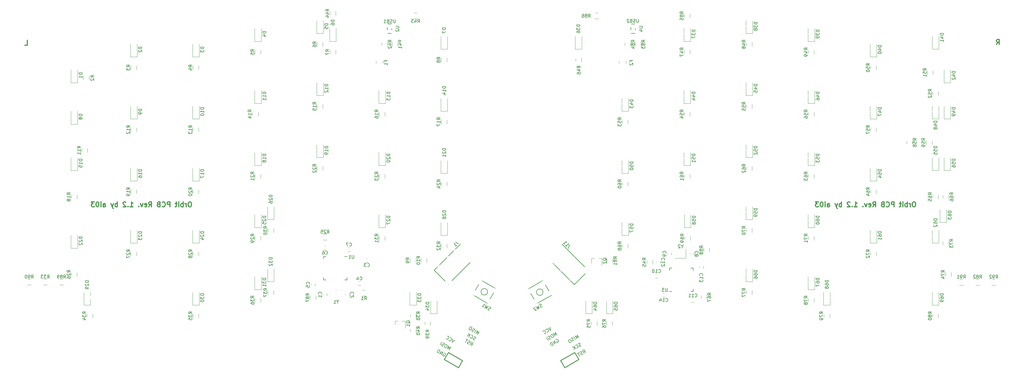
<source format=gbo>
G04 #@! TF.GenerationSoftware,KiCad,Pcbnew,(5.0.0)*
G04 #@! TF.CreationDate,2018-09-10T00:17:48+09:00*
G04 #@! TF.ProjectId,Orbit,4F726269742E6B696361645F70636200,rev?*
G04 #@! TF.SameCoordinates,Original*
G04 #@! TF.FileFunction,Legend,Bot*
G04 #@! TF.FilePolarity,Positive*
%FSLAX46Y46*%
G04 Gerber Fmt 4.6, Leading zero omitted, Abs format (unit mm)*
G04 Created by KiCad (PCBNEW (5.0.0)) date 09/10/18 00:17:48*
%MOMM*%
%LPD*%
G01*
G04 APERTURE LIST*
%ADD10C,0.300000*%
%ADD11C,0.200000*%
%ADD12C,0.120000*%
%ADD13C,0.150000*%
%ADD14C,0.250000*%
%ADD15R,2.200000X2.200000*%
%ADD16C,2.200000*%
%ADD17R,1.600000X1.300000*%
%ADD18C,2.150000*%
%ADD19R,2.305000X2.305000*%
%ADD20C,2.305000*%
%ADD21C,2.650000*%
%ADD22C,4.387800*%
%ADD23C,2.650000*%
%ADD24R,1.100000X1.000000*%
%ADD25R,1.100000X1.400000*%
%ADD26C,1.600000*%
%ADD27C,1.600000*%
%ADD28C,1.900000*%
%ADD29R,2.430000X1.540000*%
%ADD30C,0.100000*%
%ADD31R,1.100000X1.700000*%
%ADD32R,1.700000X1.100000*%
%ADD33O,1.400000X2.000000*%
%ADD34O,1.400000X2.500000*%
%ADD35C,1.050000*%
%ADD36R,0.700000X1.850000*%
%ADD37R,1.000000X1.850000*%
%ADD38C,2.100000*%
%ADD39R,1.200000X1.300000*%
%ADD40R,1.687500X1.687500*%
%ADD41R,0.650000X1.100000*%
%ADD42R,1.100000X0.650000*%
%ADD43R,1.150000X1.200000*%
%ADD44R,1.200000X1.150000*%
%ADD45C,1.500000*%
%ADD46C,1.187400*%
%ADD47R,1.550000X1.400000*%
%ADD48C,5.400000*%
%ADD49C,3.448000*%
G04 APERTURE END LIST*
D10*
X330656464Y-43699821D02*
X331156464Y-42985535D01*
X331513607Y-43699821D02*
X331513607Y-42199821D01*
X330942178Y-42199821D01*
X330799321Y-42271250D01*
X330727892Y-42342678D01*
X330656464Y-42485535D01*
X330656464Y-42699821D01*
X330727892Y-42842678D01*
X330799321Y-42914107D01*
X330942178Y-42985535D01*
X331513607Y-42985535D01*
X32476339Y-43937946D02*
X33190625Y-43937946D01*
X33190625Y-42437946D01*
X305512500Y-92047321D02*
X305226785Y-92047321D01*
X305083928Y-92118750D01*
X304941071Y-92261607D01*
X304869642Y-92547321D01*
X304869642Y-93047321D01*
X304941071Y-93333035D01*
X305083928Y-93475892D01*
X305226785Y-93547321D01*
X305512500Y-93547321D01*
X305655357Y-93475892D01*
X305798214Y-93333035D01*
X305869642Y-93047321D01*
X305869642Y-92547321D01*
X305798214Y-92261607D01*
X305655357Y-92118750D01*
X305512500Y-92047321D01*
X304226785Y-93547321D02*
X304226785Y-92547321D01*
X304226785Y-92833035D02*
X304155357Y-92690178D01*
X304083928Y-92618750D01*
X303941071Y-92547321D01*
X303798214Y-92547321D01*
X303298214Y-93547321D02*
X303298214Y-92047321D01*
X303298214Y-92618750D02*
X303155357Y-92547321D01*
X302869642Y-92547321D01*
X302726785Y-92618750D01*
X302655357Y-92690178D01*
X302583928Y-92833035D01*
X302583928Y-93261607D01*
X302655357Y-93404464D01*
X302726785Y-93475892D01*
X302869642Y-93547321D01*
X303155357Y-93547321D01*
X303298214Y-93475892D01*
X301941071Y-93547321D02*
X301941071Y-92547321D01*
X301941071Y-92047321D02*
X302012500Y-92118750D01*
X301941071Y-92190178D01*
X301869642Y-92118750D01*
X301941071Y-92047321D01*
X301941071Y-92190178D01*
X301441071Y-92547321D02*
X300869642Y-92547321D01*
X301226785Y-92047321D02*
X301226785Y-93333035D01*
X301155357Y-93475892D01*
X301012500Y-93547321D01*
X300869642Y-93547321D01*
X299226785Y-93547321D02*
X299226785Y-92047321D01*
X298655357Y-92047321D01*
X298512500Y-92118750D01*
X298441071Y-92190178D01*
X298369642Y-92333035D01*
X298369642Y-92547321D01*
X298441071Y-92690178D01*
X298512500Y-92761607D01*
X298655357Y-92833035D01*
X299226785Y-92833035D01*
X296869642Y-93404464D02*
X296941071Y-93475892D01*
X297155357Y-93547321D01*
X297298214Y-93547321D01*
X297512500Y-93475892D01*
X297655357Y-93333035D01*
X297726785Y-93190178D01*
X297798214Y-92904464D01*
X297798214Y-92690178D01*
X297726785Y-92404464D01*
X297655357Y-92261607D01*
X297512500Y-92118750D01*
X297298214Y-92047321D01*
X297155357Y-92047321D01*
X296941071Y-92118750D01*
X296869642Y-92190178D01*
X295726785Y-92761607D02*
X295512500Y-92833035D01*
X295441071Y-92904464D01*
X295369642Y-93047321D01*
X295369642Y-93261607D01*
X295441071Y-93404464D01*
X295512500Y-93475892D01*
X295655357Y-93547321D01*
X296226785Y-93547321D01*
X296226785Y-92047321D01*
X295726785Y-92047321D01*
X295583928Y-92118750D01*
X295512500Y-92190178D01*
X295441071Y-92333035D01*
X295441071Y-92475892D01*
X295512500Y-92618750D01*
X295583928Y-92690178D01*
X295726785Y-92761607D01*
X296226785Y-92761607D01*
X292726785Y-93547321D02*
X293226785Y-92833035D01*
X293583928Y-93547321D02*
X293583928Y-92047321D01*
X293012500Y-92047321D01*
X292869642Y-92118750D01*
X292798214Y-92190178D01*
X292726785Y-92333035D01*
X292726785Y-92547321D01*
X292798214Y-92690178D01*
X292869642Y-92761607D01*
X293012500Y-92833035D01*
X293583928Y-92833035D01*
X291512500Y-93475892D02*
X291655357Y-93547321D01*
X291941071Y-93547321D01*
X292083928Y-93475892D01*
X292155357Y-93333035D01*
X292155357Y-92761607D01*
X292083928Y-92618750D01*
X291941071Y-92547321D01*
X291655357Y-92547321D01*
X291512500Y-92618750D01*
X291441071Y-92761607D01*
X291441071Y-92904464D01*
X292155357Y-93047321D01*
X290941071Y-92547321D02*
X290583928Y-93547321D01*
X290226785Y-92547321D01*
X289655357Y-93404464D02*
X289583928Y-93475892D01*
X289655357Y-93547321D01*
X289726785Y-93475892D01*
X289655357Y-93404464D01*
X289655357Y-93547321D01*
X287012500Y-93547321D02*
X287869642Y-93547321D01*
X287441071Y-93547321D02*
X287441071Y-92047321D01*
X287583928Y-92261607D01*
X287726785Y-92404464D01*
X287869642Y-92475892D01*
X286369642Y-93404464D02*
X286298214Y-93475892D01*
X286369642Y-93547321D01*
X286441071Y-93475892D01*
X286369642Y-93404464D01*
X286369642Y-93547321D01*
X285726785Y-92190178D02*
X285655357Y-92118750D01*
X285512500Y-92047321D01*
X285155357Y-92047321D01*
X285012500Y-92118750D01*
X284941071Y-92190178D01*
X284869642Y-92333035D01*
X284869642Y-92475892D01*
X284941071Y-92690178D01*
X285798214Y-93547321D01*
X284869642Y-93547321D01*
X283083928Y-93547321D02*
X283083928Y-92047321D01*
X283083928Y-92618750D02*
X282941071Y-92547321D01*
X282655357Y-92547321D01*
X282512500Y-92618750D01*
X282441071Y-92690178D01*
X282369642Y-92833035D01*
X282369642Y-93261607D01*
X282441071Y-93404464D01*
X282512500Y-93475892D01*
X282655357Y-93547321D01*
X282941071Y-93547321D01*
X283083928Y-93475892D01*
X281869642Y-92547321D02*
X281512500Y-93547321D01*
X281155357Y-92547321D02*
X281512500Y-93547321D01*
X281655357Y-93904464D01*
X281726785Y-93975892D01*
X281869642Y-94047321D01*
X278798214Y-93547321D02*
X278798214Y-92761607D01*
X278869642Y-92618750D01*
X279012500Y-92547321D01*
X279298214Y-92547321D01*
X279441071Y-92618750D01*
X278798214Y-93475892D02*
X278941071Y-93547321D01*
X279298214Y-93547321D01*
X279441071Y-93475892D01*
X279512500Y-93333035D01*
X279512500Y-93190178D01*
X279441071Y-93047321D01*
X279298214Y-92975892D01*
X278941071Y-92975892D01*
X278798214Y-92904464D01*
X278083928Y-93547321D02*
X278083928Y-92547321D01*
X278083928Y-92047321D02*
X278155357Y-92118750D01*
X278083928Y-92190178D01*
X278012500Y-92118750D01*
X278083928Y-92047321D01*
X278083928Y-92190178D01*
X277083928Y-92047321D02*
X276941071Y-92047321D01*
X276798214Y-92118750D01*
X276726785Y-92190178D01*
X276655357Y-92333035D01*
X276583928Y-92618750D01*
X276583928Y-92975892D01*
X276655357Y-93261607D01*
X276726785Y-93404464D01*
X276798214Y-93475892D01*
X276941071Y-93547321D01*
X277083928Y-93547321D01*
X277226785Y-93475892D01*
X277298214Y-93404464D01*
X277369642Y-93261607D01*
X277441071Y-92975892D01*
X277441071Y-92618750D01*
X277369642Y-92333035D01*
X277298214Y-92190178D01*
X277226785Y-92118750D01*
X277083928Y-92047321D01*
X276083928Y-92047321D02*
X275155357Y-92047321D01*
X275655357Y-92618750D01*
X275441071Y-92618750D01*
X275298214Y-92690178D01*
X275226785Y-92761607D01*
X275155357Y-92904464D01*
X275155357Y-93261607D01*
X275226785Y-93404464D01*
X275298214Y-93475892D01*
X275441071Y-93547321D01*
X275869642Y-93547321D01*
X276012500Y-93475892D01*
X276083928Y-93404464D01*
X83262500Y-92047321D02*
X82976785Y-92047321D01*
X82833928Y-92118750D01*
X82691071Y-92261607D01*
X82619642Y-92547321D01*
X82619642Y-93047321D01*
X82691071Y-93333035D01*
X82833928Y-93475892D01*
X82976785Y-93547321D01*
X83262500Y-93547321D01*
X83405357Y-93475892D01*
X83548214Y-93333035D01*
X83619642Y-93047321D01*
X83619642Y-92547321D01*
X83548214Y-92261607D01*
X83405357Y-92118750D01*
X83262500Y-92047321D01*
X81976785Y-93547321D02*
X81976785Y-92547321D01*
X81976785Y-92833035D02*
X81905357Y-92690178D01*
X81833928Y-92618750D01*
X81691071Y-92547321D01*
X81548214Y-92547321D01*
X81048214Y-93547321D02*
X81048214Y-92047321D01*
X81048214Y-92618750D02*
X80905357Y-92547321D01*
X80619642Y-92547321D01*
X80476785Y-92618750D01*
X80405357Y-92690178D01*
X80333928Y-92833035D01*
X80333928Y-93261607D01*
X80405357Y-93404464D01*
X80476785Y-93475892D01*
X80619642Y-93547321D01*
X80905357Y-93547321D01*
X81048214Y-93475892D01*
X79691071Y-93547321D02*
X79691071Y-92547321D01*
X79691071Y-92047321D02*
X79762500Y-92118750D01*
X79691071Y-92190178D01*
X79619642Y-92118750D01*
X79691071Y-92047321D01*
X79691071Y-92190178D01*
X79191071Y-92547321D02*
X78619642Y-92547321D01*
X78976785Y-92047321D02*
X78976785Y-93333035D01*
X78905357Y-93475892D01*
X78762500Y-93547321D01*
X78619642Y-93547321D01*
X76976785Y-93547321D02*
X76976785Y-92047321D01*
X76405357Y-92047321D01*
X76262500Y-92118750D01*
X76191071Y-92190178D01*
X76119642Y-92333035D01*
X76119642Y-92547321D01*
X76191071Y-92690178D01*
X76262500Y-92761607D01*
X76405357Y-92833035D01*
X76976785Y-92833035D01*
X74619642Y-93404464D02*
X74691071Y-93475892D01*
X74905357Y-93547321D01*
X75048214Y-93547321D01*
X75262500Y-93475892D01*
X75405357Y-93333035D01*
X75476785Y-93190178D01*
X75548214Y-92904464D01*
X75548214Y-92690178D01*
X75476785Y-92404464D01*
X75405357Y-92261607D01*
X75262500Y-92118750D01*
X75048214Y-92047321D01*
X74905357Y-92047321D01*
X74691071Y-92118750D01*
X74619642Y-92190178D01*
X73476785Y-92761607D02*
X73262500Y-92833035D01*
X73191071Y-92904464D01*
X73119642Y-93047321D01*
X73119642Y-93261607D01*
X73191071Y-93404464D01*
X73262500Y-93475892D01*
X73405357Y-93547321D01*
X73976785Y-93547321D01*
X73976785Y-92047321D01*
X73476785Y-92047321D01*
X73333928Y-92118750D01*
X73262500Y-92190178D01*
X73191071Y-92333035D01*
X73191071Y-92475892D01*
X73262500Y-92618750D01*
X73333928Y-92690178D01*
X73476785Y-92761607D01*
X73976785Y-92761607D01*
X70476785Y-93547321D02*
X70976785Y-92833035D01*
X71333928Y-93547321D02*
X71333928Y-92047321D01*
X70762500Y-92047321D01*
X70619642Y-92118750D01*
X70548214Y-92190178D01*
X70476785Y-92333035D01*
X70476785Y-92547321D01*
X70548214Y-92690178D01*
X70619642Y-92761607D01*
X70762500Y-92833035D01*
X71333928Y-92833035D01*
X69262500Y-93475892D02*
X69405357Y-93547321D01*
X69691071Y-93547321D01*
X69833928Y-93475892D01*
X69905357Y-93333035D01*
X69905357Y-92761607D01*
X69833928Y-92618750D01*
X69691071Y-92547321D01*
X69405357Y-92547321D01*
X69262500Y-92618750D01*
X69191071Y-92761607D01*
X69191071Y-92904464D01*
X69905357Y-93047321D01*
X68691071Y-92547321D02*
X68333928Y-93547321D01*
X67976785Y-92547321D01*
X67405357Y-93404464D02*
X67333928Y-93475892D01*
X67405357Y-93547321D01*
X67476785Y-93475892D01*
X67405357Y-93404464D01*
X67405357Y-93547321D01*
X64762500Y-93547321D02*
X65619642Y-93547321D01*
X65191071Y-93547321D02*
X65191071Y-92047321D01*
X65333928Y-92261607D01*
X65476785Y-92404464D01*
X65619642Y-92475892D01*
X64119642Y-93404464D02*
X64048214Y-93475892D01*
X64119642Y-93547321D01*
X64191071Y-93475892D01*
X64119642Y-93404464D01*
X64119642Y-93547321D01*
X63476785Y-92190178D02*
X63405357Y-92118750D01*
X63262500Y-92047321D01*
X62905357Y-92047321D01*
X62762500Y-92118750D01*
X62691071Y-92190178D01*
X62619642Y-92333035D01*
X62619642Y-92475892D01*
X62691071Y-92690178D01*
X63548214Y-93547321D01*
X62619642Y-93547321D01*
X60833928Y-93547321D02*
X60833928Y-92047321D01*
X60833928Y-92618750D02*
X60691071Y-92547321D01*
X60405357Y-92547321D01*
X60262500Y-92618750D01*
X60191071Y-92690178D01*
X60119642Y-92833035D01*
X60119642Y-93261607D01*
X60191071Y-93404464D01*
X60262500Y-93475892D01*
X60405357Y-93547321D01*
X60691071Y-93547321D01*
X60833928Y-93475892D01*
X59619642Y-92547321D02*
X59262500Y-93547321D01*
X58905357Y-92547321D02*
X59262500Y-93547321D01*
X59405357Y-93904464D01*
X59476785Y-93975892D01*
X59619642Y-94047321D01*
X56548214Y-93547321D02*
X56548214Y-92761607D01*
X56619642Y-92618750D01*
X56762500Y-92547321D01*
X57048214Y-92547321D01*
X57191071Y-92618750D01*
X56548214Y-93475892D02*
X56691071Y-93547321D01*
X57048214Y-93547321D01*
X57191071Y-93475892D01*
X57262500Y-93333035D01*
X57262500Y-93190178D01*
X57191071Y-93047321D01*
X57048214Y-92975892D01*
X56691071Y-92975892D01*
X56548214Y-92904464D01*
X55833928Y-93547321D02*
X55833928Y-92547321D01*
X55833928Y-92047321D02*
X55905357Y-92118750D01*
X55833928Y-92190178D01*
X55762500Y-92118750D01*
X55833928Y-92047321D01*
X55833928Y-92190178D01*
X54833928Y-92047321D02*
X54691071Y-92047321D01*
X54548214Y-92118750D01*
X54476785Y-92190178D01*
X54405357Y-92333035D01*
X54333928Y-92618750D01*
X54333928Y-92975892D01*
X54405357Y-93261607D01*
X54476785Y-93404464D01*
X54548214Y-93475892D01*
X54691071Y-93547321D01*
X54833928Y-93547321D01*
X54976785Y-93475892D01*
X55048214Y-93404464D01*
X55119642Y-93261607D01*
X55191071Y-92975892D01*
X55191071Y-92618750D01*
X55119642Y-92333035D01*
X55048214Y-92190178D01*
X54976785Y-92118750D01*
X54833928Y-92047321D01*
X53833928Y-92047321D02*
X52905357Y-92047321D01*
X53405357Y-92618750D01*
X53191071Y-92618750D01*
X53048214Y-92690178D01*
X52976785Y-92761607D01*
X52905357Y-92904464D01*
X52905357Y-93261607D01*
X52976785Y-93404464D01*
X53048214Y-93475892D01*
X53191071Y-93547321D01*
X53619642Y-93547321D01*
X53762500Y-93475892D01*
X53833928Y-93404464D01*
D11*
X201104500Y-117411500D02*
X194500500Y-110807500D01*
X205422500Y-113093500D02*
X201104500Y-117411500D01*
X197294500Y-104965500D02*
X205422500Y-113093500D01*
X162433000Y-117348000D02*
X169164000Y-110617000D01*
X158115000Y-113030000D02*
X162433000Y-117348000D01*
X166243000Y-104902000D02*
X158115000Y-113030000D01*
D12*
G04 #@! TO.C,D49*
X316531500Y-66543750D02*
X314531500Y-66543750D01*
X314531500Y-66543750D02*
X314531500Y-62643750D01*
X316531500Y-66543750D02*
X316531500Y-62643750D01*
D13*
G04 #@! TO.C,U4*
X219788500Y-40343750D02*
X218488500Y-40343750D01*
X219788500Y-37443750D02*
X219788500Y-40343750D01*
X218488500Y-37443750D02*
X219788500Y-37443750D01*
X218488500Y-37443750D02*
X218488500Y-40343750D01*
D12*
G04 #@! TO.C,D1*
X48625000Y-55431250D02*
X46625000Y-55431250D01*
X46625000Y-55431250D02*
X46625000Y-51531250D01*
X48625000Y-55431250D02*
X48625000Y-51531250D01*
G04 #@! TO.C,D2*
X66881250Y-47493750D02*
X64881250Y-47493750D01*
X64881250Y-47493750D02*
X64881250Y-43593750D01*
X66881250Y-47493750D02*
X66881250Y-43593750D01*
G04 #@! TO.C,D3*
X85931250Y-47493750D02*
X83931250Y-47493750D01*
X83931250Y-47493750D02*
X83931250Y-43593750D01*
X85931250Y-47493750D02*
X85931250Y-43593750D01*
G04 #@! TO.C,D4*
X104981250Y-42731250D02*
X102981250Y-42731250D01*
X102981250Y-42731250D02*
X102981250Y-38831250D01*
X104981250Y-42731250D02*
X104981250Y-38831250D01*
G04 #@! TO.C,D5*
X124031250Y-40350000D02*
X122031250Y-40350000D01*
X122031250Y-40350000D02*
X122031250Y-36450000D01*
X124031250Y-40350000D02*
X124031250Y-36450000D01*
G04 #@! TO.C,D6*
X128000000Y-42731250D02*
X128000000Y-38831250D01*
X126000000Y-42731250D02*
X126000000Y-38831250D01*
X128000000Y-42731250D02*
X126000000Y-42731250D01*
G04 #@! TO.C,D7*
X162131250Y-45112500D02*
X162131250Y-41212500D01*
X160131250Y-45112500D02*
X160131250Y-41212500D01*
X162131250Y-45112500D02*
X160131250Y-45112500D01*
G04 #@! TO.C,D8*
X48625000Y-68131250D02*
X48625000Y-64231250D01*
X46625000Y-68131250D02*
X46625000Y-64231250D01*
X48625000Y-68131250D02*
X46625000Y-68131250D01*
G04 #@! TO.C,D9*
X66881250Y-66543750D02*
X64881250Y-66543750D01*
X64881250Y-66543750D02*
X64881250Y-62643750D01*
X66881250Y-66543750D02*
X66881250Y-62643750D01*
G04 #@! TO.C,D10*
X85931250Y-66543750D02*
X83931250Y-66543750D01*
X83931250Y-66543750D02*
X83931250Y-62643750D01*
X85931250Y-66543750D02*
X85931250Y-62643750D01*
G04 #@! TO.C,D11*
X104981250Y-61781250D02*
X102981250Y-61781250D01*
X102981250Y-61781250D02*
X102981250Y-57881250D01*
X104981250Y-61781250D02*
X104981250Y-57881250D01*
G04 #@! TO.C,D12*
X124031250Y-59400000D02*
X122031250Y-59400000D01*
X122031250Y-59400000D02*
X122031250Y-55500000D01*
X124031250Y-59400000D02*
X124031250Y-55500000D01*
G04 #@! TO.C,D13*
X143081250Y-61781250D02*
X141081250Y-61781250D01*
X141081250Y-61781250D02*
X141081250Y-57881250D01*
X143081250Y-61781250D02*
X143081250Y-57881250D01*
G04 #@! TO.C,D14*
X162131250Y-64162500D02*
X162131250Y-60262500D01*
X160131250Y-64162500D02*
X160131250Y-60262500D01*
X162131250Y-64162500D02*
X160131250Y-64162500D01*
G04 #@! TO.C,D15*
X48625000Y-82418750D02*
X48625000Y-78518750D01*
X46625000Y-82418750D02*
X46625000Y-78518750D01*
X48625000Y-82418750D02*
X46625000Y-82418750D01*
G04 #@! TO.C,D16*
X66881250Y-85593750D02*
X64881250Y-85593750D01*
X64881250Y-85593750D02*
X64881250Y-81693750D01*
X66881250Y-85593750D02*
X66881250Y-81693750D01*
G04 #@! TO.C,D17*
X85931250Y-85593750D02*
X83931250Y-85593750D01*
X83931250Y-85593750D02*
X83931250Y-81693750D01*
X85931250Y-85593750D02*
X85931250Y-81693750D01*
G04 #@! TO.C,D18*
X104981250Y-80831250D02*
X104981250Y-76931250D01*
X102981250Y-80831250D02*
X102981250Y-76931250D01*
X104981250Y-80831250D02*
X102981250Y-80831250D01*
G04 #@! TO.C,D19*
X124031250Y-78450000D02*
X124031250Y-74550000D01*
X122031250Y-78450000D02*
X122031250Y-74550000D01*
X124031250Y-78450000D02*
X122031250Y-78450000D01*
G04 #@! TO.C,D20*
X143081250Y-80831250D02*
X143081250Y-76931250D01*
X141081250Y-80831250D02*
X141081250Y-76931250D01*
X143081250Y-80831250D02*
X141081250Y-80831250D01*
G04 #@! TO.C,D21*
X162131250Y-83212500D02*
X160131250Y-83212500D01*
X160131250Y-83212500D02*
X160131250Y-79312500D01*
X162131250Y-83212500D02*
X162131250Y-79312500D01*
G04 #@! TO.C,D22*
X48625000Y-106231250D02*
X46625000Y-106231250D01*
X46625000Y-106231250D02*
X46625000Y-102331250D01*
X48625000Y-106231250D02*
X48625000Y-102331250D01*
G04 #@! TO.C,D23*
X66881250Y-104643750D02*
X66881250Y-100743750D01*
X64881250Y-104643750D02*
X64881250Y-100743750D01*
X66881250Y-104643750D02*
X64881250Y-104643750D01*
G04 #@! TO.C,D24*
X85931250Y-104643750D02*
X83931250Y-104643750D01*
X83931250Y-104643750D02*
X83931250Y-100743750D01*
X85931250Y-104643750D02*
X85931250Y-100743750D01*
G04 #@! TO.C,D25*
X104981250Y-99881250D02*
X104981250Y-95981250D01*
X102981250Y-99881250D02*
X102981250Y-95981250D01*
X104981250Y-99881250D02*
X102981250Y-99881250D01*
G04 #@! TO.C,D26*
X108950000Y-97500000D02*
X108950000Y-93600000D01*
X106950000Y-97500000D02*
X106950000Y-93600000D01*
X108950000Y-97500000D02*
X106950000Y-97500000D01*
G04 #@! TO.C,D27*
X143081250Y-99881250D02*
X143081250Y-95981250D01*
X141081250Y-99881250D02*
X141081250Y-95981250D01*
X143081250Y-99881250D02*
X141081250Y-99881250D01*
G04 #@! TO.C,D28*
X162131250Y-102262500D02*
X160131250Y-102262500D01*
X160131250Y-102262500D02*
X160131250Y-98362500D01*
X162131250Y-102262500D02*
X162131250Y-98362500D01*
G04 #@! TO.C,D29*
X52593750Y-123693750D02*
X52593750Y-119793750D01*
X50593750Y-123693750D02*
X50593750Y-119793750D01*
X52593750Y-123693750D02*
X50593750Y-123693750D01*
G04 #@! TO.C,D30*
X85931250Y-123693750D02*
X85931250Y-119793750D01*
X83931250Y-123693750D02*
X83931250Y-119793750D01*
X85931250Y-123693750D02*
X83931250Y-123693750D01*
G04 #@! TO.C,D31*
X104981250Y-118931250D02*
X104981250Y-115031250D01*
X102981250Y-118931250D02*
X102981250Y-115031250D01*
X104981250Y-118931250D02*
X102981250Y-118931250D01*
G04 #@! TO.C,D32*
X108950000Y-116550000D02*
X108950000Y-112650000D01*
X106950000Y-116550000D02*
X106950000Y-112650000D01*
X108950000Y-116550000D02*
X106950000Y-116550000D01*
G04 #@! TO.C,D33*
X152606250Y-123693750D02*
X150606250Y-123693750D01*
X150606250Y-123693750D02*
X150606250Y-119793750D01*
X152606250Y-123693750D02*
X152606250Y-119793750D01*
G04 #@! TO.C,D34*
X158988000Y-126329000D02*
X158988000Y-122429000D01*
X156988000Y-126329000D02*
X156988000Y-122429000D01*
X158988000Y-126329000D02*
X156988000Y-126329000D01*
G04 #@! TO.C,F1*
X142357500Y-50212500D02*
X142357500Y-48212500D01*
X140217500Y-48212500D02*
X140217500Y-50212500D01*
G04 #@! TO.C,R1*
X137125000Y-119135000D02*
X135925000Y-119135000D01*
X135925000Y-120895000D02*
X137125000Y-120895000D01*
G04 #@! TO.C,R2*
X52188000Y-54575000D02*
X52188000Y-53375000D01*
X50428000Y-53375000D02*
X50428000Y-54575000D01*
G04 #@! TO.C,R3*
X66761250Y-51400000D02*
X66761250Y-50200000D01*
X65001250Y-50200000D02*
X65001250Y-51400000D01*
G04 #@! TO.C,R4*
X84051250Y-50200000D02*
X84051250Y-51400000D01*
X85811250Y-51400000D02*
X85811250Y-50200000D01*
G04 #@! TO.C,R5*
X104861250Y-46637500D02*
X104861250Y-45437500D01*
X103101250Y-45437500D02*
X103101250Y-46637500D01*
G04 #@! TO.C,R6*
X122151250Y-43056250D02*
X122151250Y-44256250D01*
X123911250Y-44256250D02*
X123911250Y-43056250D01*
G04 #@! TO.C,R7*
X127880000Y-46637500D02*
X127880000Y-45437500D01*
X126120000Y-45437500D02*
X126120000Y-46637500D01*
G04 #@! TO.C,R8*
X160251250Y-47818750D02*
X160251250Y-49018750D01*
X162011250Y-49018750D02*
X162011250Y-47818750D01*
G04 #@! TO.C,R9*
X150758000Y-109382000D02*
X150758000Y-110582000D01*
X152518000Y-110582000D02*
X152518000Y-109382000D01*
G04 #@! TO.C,R10*
X154060000Y-109382000D02*
X154060000Y-110582000D01*
X155820000Y-110582000D02*
X155820000Y-109382000D01*
G04 #@! TO.C,R11*
X51680000Y-76800000D02*
X51680000Y-75600000D01*
X49920000Y-75600000D02*
X49920000Y-76800000D01*
G04 #@! TO.C,R12*
X65001250Y-69250000D02*
X65001250Y-70450000D01*
X66761250Y-70450000D02*
X66761250Y-69250000D01*
G04 #@! TO.C,R13*
X85811250Y-70450000D02*
X85811250Y-69250000D01*
X84051250Y-69250000D02*
X84051250Y-70450000D01*
G04 #@! TO.C,R14*
X102307500Y-64487500D02*
X102307500Y-65687500D01*
X104067500Y-65687500D02*
X104067500Y-64487500D01*
G04 #@! TO.C,R15*
X122151250Y-62106250D02*
X122151250Y-63306250D01*
X123911250Y-63306250D02*
X123911250Y-62106250D01*
G04 #@! TO.C,R16*
X141201250Y-64487500D02*
X141201250Y-65687500D01*
X142961250Y-65687500D02*
X142961250Y-64487500D01*
G04 #@! TO.C,R17*
X162011250Y-68068750D02*
X162011250Y-66868750D01*
X160251250Y-66868750D02*
X160251250Y-68068750D01*
G04 #@! TO.C,R18*
X46745000Y-89887500D02*
X46745000Y-91087500D01*
X48505000Y-91087500D02*
X48505000Y-89887500D01*
G04 #@! TO.C,R19*
X66761250Y-89500000D02*
X66761250Y-88300000D01*
X65001250Y-88300000D02*
X65001250Y-89500000D01*
G04 #@! TO.C,R20*
X84051250Y-88300000D02*
X84051250Y-89500000D01*
X85811250Y-89500000D02*
X85811250Y-88300000D01*
G04 #@! TO.C,R21*
X104861250Y-84737500D02*
X104861250Y-83537500D01*
X103101250Y-83537500D02*
X103101250Y-84737500D01*
G04 #@! TO.C,R22*
X123911250Y-82356250D02*
X123911250Y-81156250D01*
X122151250Y-81156250D02*
X122151250Y-82356250D01*
G04 #@! TO.C,R23*
X141201250Y-83537500D02*
X141201250Y-84737500D01*
X142961250Y-84737500D02*
X142961250Y-83537500D01*
G04 #@! TO.C,R24*
X162011250Y-87118750D02*
X162011250Y-85918750D01*
X160251250Y-85918750D02*
X160251250Y-87118750D01*
G04 #@! TO.C,R25*
X123987000Y-103750000D02*
X125187000Y-103750000D01*
X125187000Y-101990000D02*
X123987000Y-101990000D01*
G04 #@! TO.C,R26*
X46745000Y-113700000D02*
X46745000Y-114900000D01*
X48505000Y-114900000D02*
X48505000Y-113700000D01*
G04 #@! TO.C,R27*
X66761250Y-108550000D02*
X66761250Y-107350000D01*
X65001250Y-107350000D02*
X65001250Y-108550000D01*
G04 #@! TO.C,R28*
X84051250Y-107350000D02*
X84051250Y-108550000D01*
X85811250Y-108550000D02*
X85811250Y-107350000D01*
G04 #@! TO.C,R29*
X104861250Y-103787500D02*
X104861250Y-102587500D01*
X103101250Y-102587500D02*
X103101250Y-103787500D01*
G04 #@! TO.C,R30*
X107070000Y-100206250D02*
X107070000Y-101406250D01*
X108830000Y-101406250D02*
X108830000Y-100206250D01*
G04 #@! TO.C,R31*
X141201250Y-102587500D02*
X141201250Y-103787500D01*
X142961250Y-103787500D02*
X142961250Y-102587500D01*
G04 #@! TO.C,R32*
X160251250Y-104968750D02*
X160251250Y-106168750D01*
X162011250Y-106168750D02*
X162011250Y-104968750D01*
G04 #@! TO.C,R34*
X51507500Y-126400000D02*
X51507500Y-127600000D01*
X53267500Y-127600000D02*
X53267500Y-126400000D01*
G04 #@! TO.C,R35*
X85811250Y-127600000D02*
X85811250Y-126400000D01*
X84051250Y-126400000D02*
X84051250Y-127600000D01*
G04 #@! TO.C,R36*
X103101250Y-121637500D02*
X103101250Y-122837500D01*
X104861250Y-122837500D02*
X104861250Y-121637500D01*
G04 #@! TO.C,R37*
X108830000Y-120456250D02*
X108830000Y-119256250D01*
X107070000Y-119256250D02*
X107070000Y-120456250D01*
G04 #@! TO.C,R38*
X152486250Y-127600000D02*
X152486250Y-126400000D01*
X150726250Y-126400000D02*
X150726250Y-127600000D01*
G04 #@! TO.C,R39*
X156963000Y-129981250D02*
X156963000Y-128781250D01*
X155203000Y-128781250D02*
X155203000Y-129981250D01*
G04 #@! TO.C,R40*
X152486250Y-132172000D02*
X152486250Y-130972000D01*
X150726250Y-130972000D02*
X150726250Y-132172000D01*
G04 #@! TO.C,R41*
X145170000Y-43056250D02*
X145170000Y-44256250D01*
X146930000Y-44256250D02*
X146930000Y-43056250D01*
G04 #@! TO.C,R42*
X143755000Y-44256250D02*
X143755000Y-43056250D01*
X141995000Y-43056250D02*
X141995000Y-44256250D01*
G04 #@! TO.C,R43*
X151800000Y-35805000D02*
X153000000Y-35805000D01*
X153000000Y-34045000D02*
X151800000Y-34045000D01*
G04 #@! TO.C,R44*
X127880000Y-34731250D02*
X127880000Y-33531250D01*
X126120000Y-33531250D02*
X126120000Y-34731250D01*
D13*
G04 #@! TO.C,U2*
X145049000Y-40343750D02*
X143749000Y-40343750D01*
X145049000Y-37443750D02*
X145049000Y-40343750D01*
X143749000Y-37443750D02*
X145049000Y-37443750D01*
X143749000Y-37443750D02*
X143749000Y-40343750D01*
D14*
G04 #@! TO.C,J2*
X165517064Y-142927595D02*
X166767064Y-140762532D01*
X161186936Y-140427595D02*
X165517064Y-142927595D01*
X162436936Y-138262532D02*
X161186936Y-140427595D01*
X166767064Y-140762532D02*
X162436936Y-138262532D01*
D12*
G04 #@! TO.C,Q1*
X146057500Y-128621250D02*
X146987500Y-128621250D01*
X149217500Y-128621250D02*
X148287500Y-128621250D01*
X149217500Y-128621250D02*
X149217500Y-130781250D01*
X146057500Y-128621250D02*
X146057500Y-130081250D01*
D13*
G04 #@! TO.C,U1*
X124137000Y-108770000D02*
X124912000Y-108770000D01*
X124137000Y-116020000D02*
X124912000Y-116020000D01*
X131387000Y-116020000D02*
X130612000Y-116020000D01*
X131387000Y-108770000D02*
X130612000Y-108770000D01*
X124137000Y-116020000D02*
X124137000Y-115245000D01*
X131387000Y-116020000D02*
X131387000Y-115245000D01*
X124137000Y-108770000D02*
X124137000Y-109545000D01*
D12*
G04 #@! TO.C,C2*
X132045000Y-120873000D02*
X132045000Y-120173000D01*
X130845000Y-120173000D02*
X130845000Y-120873000D01*
G04 #@! TO.C,C3*
X137764000Y-109382000D02*
X137064000Y-109382000D01*
X137064000Y-110582000D02*
X137764000Y-110582000D01*
G04 #@! TO.C,C4*
X135478000Y-116494000D02*
X134778000Y-116494000D01*
X134778000Y-117694000D02*
X135478000Y-117694000D01*
G04 #@! TO.C,C5*
X121504000Y-117825000D02*
X121504000Y-117125000D01*
X120304000Y-117125000D02*
X120304000Y-117825000D01*
G04 #@! TO.C,C6*
X124237000Y-106772000D02*
X124937000Y-106772000D01*
X124937000Y-105572000D02*
X124237000Y-105572000D01*
G04 #@! TO.C,C7*
X131603000Y-107280000D02*
X132303000Y-107280000D01*
X132303000Y-106080000D02*
X131603000Y-106080000D01*
G04 #@! TO.C,R33*
X38135000Y-117561250D02*
X39335000Y-117561250D01*
X39335000Y-115801250D02*
X38135000Y-115801250D01*
D13*
G04 #@! TO.C,SW1*
X174482000Y-119634000D02*
G75*
G03X174482000Y-119634000I-1000000J0D01*
G01*
X174433666Y-123185666D02*
X177033666Y-118682334D01*
X169930334Y-120585666D02*
X174433666Y-123185666D01*
X172530334Y-116082334D02*
X169930334Y-120585666D01*
X177033666Y-118682334D02*
X172530334Y-116082334D01*
D12*
G04 #@! TO.C,C8*
X236572500Y-107600000D02*
X236572500Y-108300000D01*
X237772500Y-108300000D02*
X237772500Y-107600000D01*
G04 #@! TO.C,C9*
X229714500Y-107600000D02*
X229714500Y-108300000D01*
X230914500Y-108300000D02*
X230914500Y-107600000D01*
G04 #@! TO.C,C10*
X225964000Y-115408000D02*
X226664000Y-115408000D01*
X226664000Y-114208000D02*
X225964000Y-114208000D01*
G04 #@! TO.C,C11*
X237840000Y-121701000D02*
X237140000Y-121701000D01*
X237140000Y-122901000D02*
X237840000Y-122901000D01*
G04 #@! TO.C,C12*
X226285500Y-110203500D02*
X226285500Y-110903500D01*
X227485500Y-110903500D02*
X227485500Y-110203500D01*
G04 #@! TO.C,C13*
X240725250Y-112491000D02*
X240725250Y-111791000D01*
X239525250Y-111791000D02*
X239525250Y-112491000D01*
G04 #@! TO.C,C14*
X228886500Y-120050000D02*
X228186500Y-120050000D01*
X228186500Y-121250000D02*
X228886500Y-121250000D01*
G04 #@! TO.C,D36*
X203406250Y-45112500D02*
X203406250Y-41212500D01*
X201406250Y-45112500D02*
X201406250Y-41212500D01*
X203406250Y-45112500D02*
X201406250Y-45112500D01*
G04 #@! TO.C,D37*
X236743750Y-42731250D02*
X234743750Y-42731250D01*
X234743750Y-42731250D02*
X234743750Y-38831250D01*
X236743750Y-42731250D02*
X236743750Y-38831250D01*
G04 #@! TO.C,D38*
X255793750Y-40350000D02*
X255793750Y-36450000D01*
X253793750Y-40350000D02*
X253793750Y-36450000D01*
X255793750Y-40350000D02*
X253793750Y-40350000D01*
G04 #@! TO.C,D39*
X274843750Y-42731250D02*
X272843750Y-42731250D01*
X272843750Y-42731250D02*
X272843750Y-38831250D01*
X274843750Y-42731250D02*
X274843750Y-38831250D01*
G04 #@! TO.C,D40*
X293893750Y-47493750D02*
X291893750Y-47493750D01*
X291893750Y-47493750D02*
X291893750Y-43593750D01*
X293893750Y-47493750D02*
X293893750Y-43593750D01*
G04 #@! TO.C,D41*
X312943750Y-45112500D02*
X312943750Y-41212500D01*
X310943750Y-45112500D02*
X310943750Y-41212500D01*
X312943750Y-45112500D02*
X310943750Y-45112500D01*
G04 #@! TO.C,D42*
X316531500Y-55431250D02*
X314531500Y-55431250D01*
X314531500Y-55431250D02*
X314531500Y-51531250D01*
X316531500Y-55431250D02*
X316531500Y-51531250D01*
G04 #@! TO.C,D43*
X217693750Y-64162500D02*
X217693750Y-60262500D01*
X215693750Y-64162500D02*
X215693750Y-60262500D01*
X217693750Y-64162500D02*
X215693750Y-64162500D01*
G04 #@! TO.C,D44*
X236743750Y-61781250D02*
X234743750Y-61781250D01*
X234743750Y-61781250D02*
X234743750Y-57881250D01*
X236743750Y-61781250D02*
X236743750Y-57881250D01*
G04 #@! TO.C,D45*
X255793750Y-59400000D02*
X255793750Y-55500000D01*
X253793750Y-59400000D02*
X253793750Y-55500000D01*
X255793750Y-59400000D02*
X253793750Y-59400000D01*
G04 #@! TO.C,D46*
X274843750Y-61781250D02*
X272843750Y-61781250D01*
X272843750Y-61781250D02*
X272843750Y-57881250D01*
X274843750Y-61781250D02*
X274843750Y-57881250D01*
G04 #@! TO.C,D47*
X293893750Y-66543750D02*
X291893750Y-66543750D01*
X291893750Y-66543750D02*
X291893750Y-62643750D01*
X293893750Y-66543750D02*
X293893750Y-62643750D01*
G04 #@! TO.C,D48*
X312943750Y-66543750D02*
X312943750Y-62643750D01*
X310943750Y-66543750D02*
X310943750Y-62643750D01*
X312943750Y-66543750D02*
X310943750Y-66543750D01*
G04 #@! TO.C,D50*
X217693750Y-83212500D02*
X217693750Y-79312500D01*
X215693750Y-83212500D02*
X215693750Y-79312500D01*
X217693750Y-83212500D02*
X215693750Y-83212500D01*
G04 #@! TO.C,D51*
X236743750Y-80831250D02*
X234743750Y-80831250D01*
X234743750Y-80831250D02*
X234743750Y-76931250D01*
X236743750Y-80831250D02*
X236743750Y-76931250D01*
G04 #@! TO.C,D52*
X255793750Y-78450000D02*
X255793750Y-74550000D01*
X253793750Y-78450000D02*
X253793750Y-74550000D01*
X255793750Y-78450000D02*
X253793750Y-78450000D01*
G04 #@! TO.C,D53*
X274843750Y-80831250D02*
X272843750Y-80831250D01*
X272843750Y-80831250D02*
X272843750Y-76931250D01*
X274843750Y-80831250D02*
X274843750Y-76931250D01*
G04 #@! TO.C,D54*
X293893750Y-85593750D02*
X293893750Y-81693750D01*
X291893750Y-85593750D02*
X291893750Y-81693750D01*
X293893750Y-85593750D02*
X291893750Y-85593750D01*
G04 #@! TO.C,D55*
X312943750Y-82418750D02*
X312943750Y-78518750D01*
X310943750Y-82418750D02*
X310943750Y-78518750D01*
X312943750Y-82418750D02*
X310943750Y-82418750D01*
G04 #@! TO.C,D56*
X316531500Y-82387000D02*
X316531500Y-78487000D01*
X314531500Y-82387000D02*
X314531500Y-78487000D01*
X316531500Y-82387000D02*
X314531500Y-82387000D01*
G04 #@! TO.C,D57*
X217693750Y-102262500D02*
X215693750Y-102262500D01*
X215693750Y-102262500D02*
X215693750Y-98362500D01*
X217693750Y-102262500D02*
X217693750Y-98362500D01*
G04 #@! TO.C,D58*
X236870750Y-99881250D02*
X234870750Y-99881250D01*
X234870750Y-99881250D02*
X234870750Y-95981250D01*
X236870750Y-99881250D02*
X236870750Y-95981250D01*
G04 #@! TO.C,D59*
X255793750Y-97500000D02*
X253793750Y-97500000D01*
X253793750Y-97500000D02*
X253793750Y-93600000D01*
X255793750Y-97500000D02*
X255793750Y-93600000D01*
G04 #@! TO.C,D60*
X274843750Y-99881250D02*
X274843750Y-95981250D01*
X272843750Y-99881250D02*
X272843750Y-95981250D01*
X274843750Y-99881250D02*
X272843750Y-99881250D01*
G04 #@! TO.C,D61*
X293893750Y-104643750D02*
X293893750Y-100743750D01*
X291893750Y-104643750D02*
X291893750Y-100743750D01*
X293893750Y-104643750D02*
X291893750Y-104643750D01*
G04 #@! TO.C,D62*
X312943750Y-104643750D02*
X310943750Y-104643750D01*
X310943750Y-104643750D02*
X310943750Y-100743750D01*
X312943750Y-104643750D02*
X312943750Y-100743750D01*
G04 #@! TO.C,D63*
X315325000Y-98293750D02*
X315325000Y-94393750D01*
X313325000Y-98293750D02*
X313325000Y-94393750D01*
X315325000Y-98293750D02*
X313325000Y-98293750D01*
G04 #@! TO.C,D64*
X206549500Y-126329000D02*
X204549500Y-126329000D01*
X204549500Y-126329000D02*
X204549500Y-122429000D01*
X206549500Y-126329000D02*
X206549500Y-122429000D01*
G04 #@! TO.C,D65*
X212899500Y-126329000D02*
X212899500Y-122429000D01*
X210899500Y-126329000D02*
X210899500Y-122429000D01*
X212899500Y-126329000D02*
X210899500Y-126329000D01*
G04 #@! TO.C,D66*
X255793750Y-116550000D02*
X255793750Y-112650000D01*
X253793750Y-116550000D02*
X253793750Y-112650000D01*
X255793750Y-116550000D02*
X253793750Y-116550000D01*
G04 #@! TO.C,D67*
X274843750Y-118931250D02*
X272843750Y-118931250D01*
X272843750Y-118931250D02*
X272843750Y-115031250D01*
X274843750Y-118931250D02*
X274843750Y-115031250D01*
G04 #@! TO.C,D68*
X279606250Y-123693750D02*
X279606250Y-119793750D01*
X277606250Y-123693750D02*
X277606250Y-119793750D01*
X279606250Y-123693750D02*
X277606250Y-123693750D01*
G04 #@! TO.C,D69*
X312943750Y-123693750D02*
X310943750Y-123693750D01*
X310943750Y-123693750D02*
X310943750Y-119793750D01*
X312943750Y-123693750D02*
X312943750Y-119793750D01*
G04 #@! TO.C,F2*
X216970000Y-50212500D02*
X216970000Y-48212500D01*
X214830000Y-48212500D02*
X214830000Y-50212500D01*
D14*
G04 #@! TO.C,J12*
X202477564Y-140427595D02*
X201227564Y-138262532D01*
X198147436Y-142927595D02*
X202477564Y-140427595D01*
X196897436Y-140762532D02*
X198147436Y-142927595D01*
X201227564Y-138262532D02*
X196897436Y-140762532D01*
D12*
G04 #@! TO.C,Q2*
X206382500Y-109349000D02*
X206382500Y-110809000D01*
X209542500Y-109349000D02*
X209542500Y-111509000D01*
X209542500Y-109349000D02*
X208612500Y-109349000D01*
X206382500Y-109349000D02*
X207312500Y-109349000D01*
G04 #@! TO.C,R45*
X225130250Y-111153500D02*
X225130250Y-109953500D01*
X223370250Y-109953500D02*
X223370250Y-111153500D01*
G04 #@! TO.C,R46*
X201526250Y-47818750D02*
X201526250Y-49018750D01*
X203286250Y-49018750D02*
X203286250Y-47818750D01*
G04 #@! TO.C,R47*
X234863750Y-45437500D02*
X234863750Y-46637500D01*
X236623750Y-46637500D02*
X236623750Y-45437500D01*
G04 #@! TO.C,R48*
X255673750Y-44256250D02*
X255673750Y-43056250D01*
X253913750Y-43056250D02*
X253913750Y-44256250D01*
G04 #@! TO.C,R49*
X272963750Y-45437500D02*
X272963750Y-46637500D01*
X274723750Y-46637500D02*
X274723750Y-45437500D01*
G04 #@! TO.C,R50*
X293773750Y-51400000D02*
X293773750Y-50200000D01*
X292013750Y-50200000D02*
X292013750Y-51400000D01*
G04 #@! TO.C,R51*
X311204500Y-52924000D02*
X311204500Y-51724000D01*
X309444500Y-51724000D02*
X309444500Y-52924000D01*
G04 #@! TO.C,R52*
X312823750Y-59337500D02*
X312823750Y-58137500D01*
X311063750Y-58137500D02*
X311063750Y-59337500D01*
G04 #@! TO.C,R53*
X215813750Y-66868750D02*
X215813750Y-68068750D01*
X217573750Y-68068750D02*
X217573750Y-66868750D01*
G04 #@! TO.C,R54*
X236623750Y-65687500D02*
X236623750Y-64487500D01*
X234863750Y-64487500D02*
X234863750Y-65687500D01*
G04 #@! TO.C,R55*
X253913750Y-62106250D02*
X253913750Y-63306250D01*
X255673750Y-63306250D02*
X255673750Y-62106250D01*
G04 #@! TO.C,R56*
X274723750Y-65687500D02*
X274723750Y-64487500D01*
X272963750Y-64487500D02*
X272963750Y-65687500D01*
G04 #@! TO.C,R57*
X292013750Y-69250000D02*
X292013750Y-70450000D01*
X293773750Y-70450000D02*
X293773750Y-69250000D01*
G04 #@! TO.C,R58*
X303126250Y-73218750D02*
X303126250Y-74418750D01*
X304886250Y-74418750D02*
X304886250Y-73218750D01*
G04 #@! TO.C,R59*
X310953000Y-74418750D02*
X310953000Y-73218750D01*
X309193000Y-73218750D02*
X309193000Y-74418750D01*
G04 #@! TO.C,R60*
X217573750Y-87118750D02*
X217573750Y-85918750D01*
X215813750Y-85918750D02*
X215813750Y-87118750D01*
G04 #@! TO.C,R61*
X234863750Y-83537500D02*
X234863750Y-84737500D01*
X236623750Y-84737500D02*
X236623750Y-83537500D01*
G04 #@! TO.C,R62*
X255673750Y-82356250D02*
X255673750Y-81156250D01*
X253913750Y-81156250D02*
X253913750Y-82356250D01*
G04 #@! TO.C,R63*
X272963750Y-83537500D02*
X272963750Y-84737500D01*
X274723750Y-84737500D02*
X274723750Y-83537500D01*
G04 #@! TO.C,R64*
X293773750Y-89500000D02*
X293773750Y-88300000D01*
X292013750Y-88300000D02*
X292013750Y-89500000D01*
G04 #@! TO.C,R65*
X311063750Y-89887500D02*
X311063750Y-91087500D01*
X312823750Y-91087500D02*
X312823750Y-89887500D01*
G04 #@! TO.C,R66*
X315998750Y-91087500D02*
X315998750Y-89887500D01*
X314238750Y-89887500D02*
X314238750Y-91087500D01*
G04 #@! TO.C,R67*
X240039000Y-120685000D02*
X240039000Y-121885000D01*
X241799000Y-121885000D02*
X241799000Y-120685000D01*
G04 #@! TO.C,R68*
X217573750Y-106168750D02*
X217573750Y-104968750D01*
X215813750Y-104968750D02*
X215813750Y-106168750D01*
G04 #@! TO.C,R69*
X234990750Y-102587500D02*
X234990750Y-103787500D01*
X236750750Y-103787500D02*
X236750750Y-102587500D01*
G04 #@! TO.C,R70*
X255673750Y-101406250D02*
X255673750Y-100206250D01*
X253913750Y-100206250D02*
X253913750Y-101406250D01*
G04 #@! TO.C,R71*
X272963750Y-102587500D02*
X272963750Y-103787500D01*
X274723750Y-103787500D02*
X274723750Y-102587500D01*
G04 #@! TO.C,R72*
X293773750Y-108550000D02*
X293773750Y-107350000D01*
X292013750Y-107350000D02*
X292013750Y-108550000D01*
G04 #@! TO.C,R73*
X314238750Y-104175000D02*
X314238750Y-105375000D01*
X315998750Y-105375000D02*
X315998750Y-104175000D01*
G04 #@! TO.C,R74*
X316792500Y-114900000D02*
X316792500Y-113700000D01*
X315032500Y-113700000D02*
X315032500Y-114900000D01*
G04 #@! TO.C,R75*
X206288750Y-128781250D02*
X206288750Y-129981250D01*
X208048750Y-129981250D02*
X208048750Y-128781250D01*
G04 #@! TO.C,R76*
X211051250Y-128781250D02*
X211051250Y-129981250D01*
X212811250Y-129981250D02*
X212811250Y-128781250D01*
G04 #@! TO.C,R77*
X253913750Y-119256250D02*
X253913750Y-120456250D01*
X255673750Y-120456250D02*
X255673750Y-119256250D01*
G04 #@! TO.C,R78*
X274723750Y-122837500D02*
X274723750Y-121637500D01*
X272963750Y-121637500D02*
X272963750Y-122837500D01*
G04 #@! TO.C,R79*
X277726250Y-126400000D02*
X277726250Y-127600000D01*
X279486250Y-127600000D02*
X279486250Y-126400000D01*
G04 #@! TO.C,R80*
X312823750Y-127600000D02*
X312823750Y-126400000D01*
X311063750Y-126400000D02*
X311063750Y-127600000D01*
G04 #@! TO.C,R81*
X211146500Y-109509000D02*
X211146500Y-110709000D01*
X212906500Y-110709000D02*
X212906500Y-109509000D01*
G04 #@! TO.C,R82*
X325466000Y-115833000D02*
X324266000Y-115833000D01*
X324266000Y-117593000D02*
X325466000Y-117593000D01*
G04 #@! TO.C,R83*
X219782500Y-43056250D02*
X219782500Y-44256250D01*
X221542500Y-44256250D02*
X221542500Y-43056250D01*
G04 #@! TO.C,R84*
X218367500Y-44256250D02*
X218367500Y-43056250D01*
X216607500Y-43056250D02*
X216607500Y-44256250D01*
G04 #@! TO.C,R85*
X236623750Y-35525000D02*
X236623750Y-34325000D01*
X234863750Y-34325000D02*
X234863750Y-35525000D01*
G04 #@! TO.C,R86*
X208562500Y-34045000D02*
X207362500Y-34045000D01*
X207362500Y-35805000D02*
X208562500Y-35805000D01*
D13*
G04 #@! TO.C,SW2*
X191500000Y-119761000D02*
G75*
G03X191500000Y-119761000I-1000000J0D01*
G01*
X186948334Y-118809334D02*
X189548334Y-123312666D01*
X191451666Y-116209334D02*
X186948334Y-118809334D01*
X194051666Y-120712666D02*
X191451666Y-116209334D01*
X189548334Y-123312666D02*
X194051666Y-120712666D01*
G04 #@! TO.C,U3*
X237582000Y-119584750D02*
X237582000Y-118809750D01*
X230332000Y-112334750D02*
X230332000Y-113109750D01*
X237582000Y-112334750D02*
X237582000Y-113109750D01*
X230332000Y-119584750D02*
X231107000Y-119584750D01*
X230332000Y-112334750D02*
X231107000Y-112334750D01*
X237582000Y-112334750D02*
X236807000Y-112334750D01*
X237582000Y-119584750D02*
X236807000Y-119584750D01*
D12*
G04 #@! TO.C,Y1*
X126366000Y-119123000D02*
X129666000Y-119123000D01*
X126366000Y-121923000D02*
X126366000Y-119123000D01*
G04 #@! TO.C,Y2*
X235361750Y-109350000D02*
X232061750Y-109350000D01*
X235361750Y-106550000D02*
X235361750Y-109350000D01*
G04 #@! TO.C,C1*
X123987000Y-120173000D02*
X123987000Y-120873000D01*
X125187000Y-120873000D02*
X125187000Y-120173000D01*
G04 #@! TO.C,R87*
X121784000Y-122012000D02*
X121784000Y-120812000D01*
X120024000Y-120812000D02*
X120024000Y-122012000D01*
G04 #@! TO.C,R88*
X242624500Y-107407000D02*
X242624500Y-106207000D01*
X240864500Y-106207000D02*
X240864500Y-107407000D01*
G04 #@! TO.C,R89*
X44288000Y-115801250D02*
X43088000Y-115801250D01*
X43088000Y-117561250D02*
X44288000Y-117561250D01*
G04 #@! TO.C,R90*
X33182000Y-117561250D02*
X34382000Y-117561250D01*
X34382000Y-115801250D02*
X33182000Y-115801250D01*
G04 #@! TO.C,R91*
X320481250Y-115833000D02*
X319281250Y-115833000D01*
X319281250Y-117593000D02*
X320481250Y-117593000D01*
G04 #@! TO.C,R92*
X329219000Y-117593000D02*
X330419000Y-117593000D01*
X330419000Y-115833000D02*
X329219000Y-115833000D01*
G04 #@! TO.C,D49*
D13*
X318015880Y-63111214D02*
X317015880Y-63111214D01*
X317015880Y-63349309D01*
X317063500Y-63492166D01*
X317158738Y-63587404D01*
X317253976Y-63635023D01*
X317444452Y-63682642D01*
X317587309Y-63682642D01*
X317777785Y-63635023D01*
X317873023Y-63587404D01*
X317968261Y-63492166D01*
X318015880Y-63349309D01*
X318015880Y-63111214D01*
X317349214Y-64539785D02*
X318015880Y-64539785D01*
X316968261Y-64301690D02*
X317682547Y-64063595D01*
X317682547Y-64682642D01*
X318015880Y-65111214D02*
X318015880Y-65301690D01*
X317968261Y-65396928D01*
X317920642Y-65444547D01*
X317777785Y-65539785D01*
X317587309Y-65587404D01*
X317206357Y-65587404D01*
X317111119Y-65539785D01*
X317063500Y-65492166D01*
X317015880Y-65396928D01*
X317015880Y-65206452D01*
X317063500Y-65111214D01*
X317111119Y-65063595D01*
X317206357Y-65015976D01*
X317444452Y-65015976D01*
X317539690Y-65063595D01*
X317587309Y-65111214D01*
X317634928Y-65206452D01*
X317634928Y-65396928D01*
X317587309Y-65492166D01*
X317539690Y-65539785D01*
X317444452Y-65587404D01*
G04 #@! TO.C,U4*
X221040880Y-38131845D02*
X221850404Y-38131845D01*
X221945642Y-38179464D01*
X221993261Y-38227083D01*
X222040880Y-38322321D01*
X222040880Y-38512797D01*
X221993261Y-38608035D01*
X221945642Y-38655654D01*
X221850404Y-38703273D01*
X221040880Y-38703273D01*
X221374214Y-39608035D02*
X222040880Y-39608035D01*
X220993261Y-39369940D02*
X221707547Y-39131845D01*
X221707547Y-39750892D01*
G04 #@! TO.C,J1*
X164678477Y-104295072D02*
X165183553Y-104800148D01*
X165318240Y-104867492D01*
X165452927Y-104867492D01*
X165587614Y-104800148D01*
X165654957Y-104732805D01*
X164678477Y-105709286D02*
X165082538Y-105305225D01*
X164880507Y-105507255D02*
X164173400Y-104800148D01*
X164341759Y-104833820D01*
X164476446Y-104833820D01*
X164577461Y-104800148D01*
G04 #@! TO.C,D1*
X50077380Y-52443154D02*
X49077380Y-52443154D01*
X49077380Y-52681250D01*
X49125000Y-52824107D01*
X49220238Y-52919345D01*
X49315476Y-52966964D01*
X49505952Y-53014583D01*
X49648809Y-53014583D01*
X49839285Y-52966964D01*
X49934523Y-52919345D01*
X50029761Y-52824107D01*
X50077380Y-52681250D01*
X50077380Y-52443154D01*
X50077380Y-53966964D02*
X50077380Y-53395535D01*
X50077380Y-53681250D02*
X49077380Y-53681250D01*
X49220238Y-53586011D01*
X49315476Y-53490773D01*
X49363095Y-53395535D01*
G04 #@! TO.C,D2*
X68333630Y-44505654D02*
X67333630Y-44505654D01*
X67333630Y-44743750D01*
X67381250Y-44886607D01*
X67476488Y-44981845D01*
X67571726Y-45029464D01*
X67762202Y-45077083D01*
X67905059Y-45077083D01*
X68095535Y-45029464D01*
X68190773Y-44981845D01*
X68286011Y-44886607D01*
X68333630Y-44743750D01*
X68333630Y-44505654D01*
X67428869Y-45458035D02*
X67381250Y-45505654D01*
X67333630Y-45600892D01*
X67333630Y-45838988D01*
X67381250Y-45934226D01*
X67428869Y-45981845D01*
X67524107Y-46029464D01*
X67619345Y-46029464D01*
X67762202Y-45981845D01*
X68333630Y-45410416D01*
X68333630Y-46029464D01*
G04 #@! TO.C,D3*
X87383630Y-44505654D02*
X86383630Y-44505654D01*
X86383630Y-44743750D01*
X86431250Y-44886607D01*
X86526488Y-44981845D01*
X86621726Y-45029464D01*
X86812202Y-45077083D01*
X86955059Y-45077083D01*
X87145535Y-45029464D01*
X87240773Y-44981845D01*
X87336011Y-44886607D01*
X87383630Y-44743750D01*
X87383630Y-44505654D01*
X86383630Y-45410416D02*
X86383630Y-46029464D01*
X86764583Y-45696130D01*
X86764583Y-45838988D01*
X86812202Y-45934226D01*
X86859821Y-45981845D01*
X86955059Y-46029464D01*
X87193154Y-46029464D01*
X87288392Y-45981845D01*
X87336011Y-45934226D01*
X87383630Y-45838988D01*
X87383630Y-45553273D01*
X87336011Y-45458035D01*
X87288392Y-45410416D01*
G04 #@! TO.C,D4*
X106433630Y-39743154D02*
X105433630Y-39743154D01*
X105433630Y-39981250D01*
X105481250Y-40124107D01*
X105576488Y-40219345D01*
X105671726Y-40266964D01*
X105862202Y-40314583D01*
X106005059Y-40314583D01*
X106195535Y-40266964D01*
X106290773Y-40219345D01*
X106386011Y-40124107D01*
X106433630Y-39981250D01*
X106433630Y-39743154D01*
X105766964Y-41171726D02*
X106433630Y-41171726D01*
X105386011Y-40933630D02*
X106100297Y-40695535D01*
X106100297Y-41314583D01*
G04 #@! TO.C,D5*
X125483630Y-37361904D02*
X124483630Y-37361904D01*
X124483630Y-37600000D01*
X124531250Y-37742857D01*
X124626488Y-37838095D01*
X124721726Y-37885714D01*
X124912202Y-37933333D01*
X125055059Y-37933333D01*
X125245535Y-37885714D01*
X125340773Y-37838095D01*
X125436011Y-37742857D01*
X125483630Y-37600000D01*
X125483630Y-37361904D01*
X124483630Y-38838095D02*
X124483630Y-38361904D01*
X124959821Y-38314285D01*
X124912202Y-38361904D01*
X124864583Y-38457142D01*
X124864583Y-38695238D01*
X124912202Y-38790476D01*
X124959821Y-38838095D01*
X125055059Y-38885714D01*
X125293154Y-38885714D01*
X125388392Y-38838095D01*
X125436011Y-38790476D01*
X125483630Y-38695238D01*
X125483630Y-38457142D01*
X125436011Y-38361904D01*
X125388392Y-38314285D01*
G04 #@! TO.C,D6*
X127452380Y-36218904D02*
X126452380Y-36218904D01*
X126452380Y-36457000D01*
X126500000Y-36599857D01*
X126595238Y-36695095D01*
X126690476Y-36742714D01*
X126880952Y-36790333D01*
X127023809Y-36790333D01*
X127214285Y-36742714D01*
X127309523Y-36695095D01*
X127404761Y-36599857D01*
X127452380Y-36457000D01*
X127452380Y-36218904D01*
X126452380Y-37647476D02*
X126452380Y-37457000D01*
X126500000Y-37361761D01*
X126547619Y-37314142D01*
X126690476Y-37218904D01*
X126880952Y-37171285D01*
X127261904Y-37171285D01*
X127357142Y-37218904D01*
X127404761Y-37266523D01*
X127452380Y-37361761D01*
X127452380Y-37552238D01*
X127404761Y-37647476D01*
X127357142Y-37695095D01*
X127261904Y-37742714D01*
X127023809Y-37742714D01*
X126928571Y-37695095D01*
X126880952Y-37647476D01*
X126833333Y-37552238D01*
X126833333Y-37361761D01*
X126880952Y-37266523D01*
X126928571Y-37218904D01*
X127023809Y-37171285D01*
G04 #@! TO.C,D7*
X161615380Y-38631904D02*
X160615380Y-38631904D01*
X160615380Y-38870000D01*
X160663000Y-39012857D01*
X160758238Y-39108095D01*
X160853476Y-39155714D01*
X161043952Y-39203333D01*
X161186809Y-39203333D01*
X161377285Y-39155714D01*
X161472523Y-39108095D01*
X161567761Y-39012857D01*
X161615380Y-38870000D01*
X161615380Y-38631904D01*
X160615380Y-39536666D02*
X160615380Y-40203333D01*
X161615380Y-39774761D01*
G04 #@! TO.C,D8*
X50077380Y-65143154D02*
X49077380Y-65143154D01*
X49077380Y-65381250D01*
X49125000Y-65524107D01*
X49220238Y-65619345D01*
X49315476Y-65666964D01*
X49505952Y-65714583D01*
X49648809Y-65714583D01*
X49839285Y-65666964D01*
X49934523Y-65619345D01*
X50029761Y-65524107D01*
X50077380Y-65381250D01*
X50077380Y-65143154D01*
X49505952Y-66286011D02*
X49458333Y-66190773D01*
X49410714Y-66143154D01*
X49315476Y-66095535D01*
X49267857Y-66095535D01*
X49172619Y-66143154D01*
X49125000Y-66190773D01*
X49077380Y-66286011D01*
X49077380Y-66476488D01*
X49125000Y-66571726D01*
X49172619Y-66619345D01*
X49267857Y-66666964D01*
X49315476Y-66666964D01*
X49410714Y-66619345D01*
X49458333Y-66571726D01*
X49505952Y-66476488D01*
X49505952Y-66286011D01*
X49553571Y-66190773D01*
X49601190Y-66143154D01*
X49696428Y-66095535D01*
X49886904Y-66095535D01*
X49982142Y-66143154D01*
X50029761Y-66190773D01*
X50077380Y-66286011D01*
X50077380Y-66476488D01*
X50029761Y-66571726D01*
X49982142Y-66619345D01*
X49886904Y-66666964D01*
X49696428Y-66666964D01*
X49601190Y-66619345D01*
X49553571Y-66571726D01*
X49505952Y-66476488D01*
G04 #@! TO.C,D9*
X68333630Y-63555654D02*
X67333630Y-63555654D01*
X67333630Y-63793750D01*
X67381250Y-63936607D01*
X67476488Y-64031845D01*
X67571726Y-64079464D01*
X67762202Y-64127083D01*
X67905059Y-64127083D01*
X68095535Y-64079464D01*
X68190773Y-64031845D01*
X68286011Y-63936607D01*
X68333630Y-63793750D01*
X68333630Y-63555654D01*
X68333630Y-64603273D02*
X68333630Y-64793750D01*
X68286011Y-64888988D01*
X68238392Y-64936607D01*
X68095535Y-65031845D01*
X67905059Y-65079464D01*
X67524107Y-65079464D01*
X67428869Y-65031845D01*
X67381250Y-64984226D01*
X67333630Y-64888988D01*
X67333630Y-64698511D01*
X67381250Y-64603273D01*
X67428869Y-64555654D01*
X67524107Y-64508035D01*
X67762202Y-64508035D01*
X67857440Y-64555654D01*
X67905059Y-64603273D01*
X67952678Y-64698511D01*
X67952678Y-64888988D01*
X67905059Y-64984226D01*
X67857440Y-65031845D01*
X67762202Y-65079464D01*
G04 #@! TO.C,D10*
X87383630Y-63079464D02*
X86383630Y-63079464D01*
X86383630Y-63317559D01*
X86431250Y-63460416D01*
X86526488Y-63555654D01*
X86621726Y-63603273D01*
X86812202Y-63650892D01*
X86955059Y-63650892D01*
X87145535Y-63603273D01*
X87240773Y-63555654D01*
X87336011Y-63460416D01*
X87383630Y-63317559D01*
X87383630Y-63079464D01*
X87383630Y-64603273D02*
X87383630Y-64031845D01*
X87383630Y-64317559D02*
X86383630Y-64317559D01*
X86526488Y-64222321D01*
X86621726Y-64127083D01*
X86669345Y-64031845D01*
X86383630Y-65222321D02*
X86383630Y-65317559D01*
X86431250Y-65412797D01*
X86478869Y-65460416D01*
X86574107Y-65508035D01*
X86764583Y-65555654D01*
X87002678Y-65555654D01*
X87193154Y-65508035D01*
X87288392Y-65460416D01*
X87336011Y-65412797D01*
X87383630Y-65317559D01*
X87383630Y-65222321D01*
X87336011Y-65127083D01*
X87288392Y-65079464D01*
X87193154Y-65031845D01*
X87002678Y-64984226D01*
X86764583Y-64984226D01*
X86574107Y-65031845D01*
X86478869Y-65079464D01*
X86431250Y-65127083D01*
X86383630Y-65222321D01*
G04 #@! TO.C,D11*
X106433630Y-58316964D02*
X105433630Y-58316964D01*
X105433630Y-58555059D01*
X105481250Y-58697916D01*
X105576488Y-58793154D01*
X105671726Y-58840773D01*
X105862202Y-58888392D01*
X106005059Y-58888392D01*
X106195535Y-58840773D01*
X106290773Y-58793154D01*
X106386011Y-58697916D01*
X106433630Y-58555059D01*
X106433630Y-58316964D01*
X106433630Y-59840773D02*
X106433630Y-59269345D01*
X106433630Y-59555059D02*
X105433630Y-59555059D01*
X105576488Y-59459821D01*
X105671726Y-59364583D01*
X105719345Y-59269345D01*
X106433630Y-60793154D02*
X106433630Y-60221726D01*
X106433630Y-60507440D02*
X105433630Y-60507440D01*
X105576488Y-60412202D01*
X105671726Y-60316964D01*
X105719345Y-60221726D01*
G04 #@! TO.C,D12*
X125483630Y-55935714D02*
X124483630Y-55935714D01*
X124483630Y-56173809D01*
X124531250Y-56316666D01*
X124626488Y-56411904D01*
X124721726Y-56459523D01*
X124912202Y-56507142D01*
X125055059Y-56507142D01*
X125245535Y-56459523D01*
X125340773Y-56411904D01*
X125436011Y-56316666D01*
X125483630Y-56173809D01*
X125483630Y-55935714D01*
X125483630Y-57459523D02*
X125483630Y-56888095D01*
X125483630Y-57173809D02*
X124483630Y-57173809D01*
X124626488Y-57078571D01*
X124721726Y-56983333D01*
X124769345Y-56888095D01*
X124578869Y-57840476D02*
X124531250Y-57888095D01*
X124483630Y-57983333D01*
X124483630Y-58221428D01*
X124531250Y-58316666D01*
X124578869Y-58364285D01*
X124674107Y-58411904D01*
X124769345Y-58411904D01*
X124912202Y-58364285D01*
X125483630Y-57792857D01*
X125483630Y-58411904D01*
G04 #@! TO.C,D13*
X144533630Y-58316964D02*
X143533630Y-58316964D01*
X143533630Y-58555059D01*
X143581250Y-58697916D01*
X143676488Y-58793154D01*
X143771726Y-58840773D01*
X143962202Y-58888392D01*
X144105059Y-58888392D01*
X144295535Y-58840773D01*
X144390773Y-58793154D01*
X144486011Y-58697916D01*
X144533630Y-58555059D01*
X144533630Y-58316964D01*
X144533630Y-59840773D02*
X144533630Y-59269345D01*
X144533630Y-59555059D02*
X143533630Y-59555059D01*
X143676488Y-59459821D01*
X143771726Y-59364583D01*
X143819345Y-59269345D01*
X143533630Y-60174107D02*
X143533630Y-60793154D01*
X143914583Y-60459821D01*
X143914583Y-60602678D01*
X143962202Y-60697916D01*
X144009821Y-60745535D01*
X144105059Y-60793154D01*
X144343154Y-60793154D01*
X144438392Y-60745535D01*
X144486011Y-60697916D01*
X144533630Y-60602678D01*
X144533630Y-60316964D01*
X144486011Y-60221726D01*
X144438392Y-60174107D01*
G04 #@! TO.C,D14*
X161678630Y-56634214D02*
X160678630Y-56634214D01*
X160678630Y-56872309D01*
X160726250Y-57015166D01*
X160821488Y-57110404D01*
X160916726Y-57158023D01*
X161107202Y-57205642D01*
X161250059Y-57205642D01*
X161440535Y-57158023D01*
X161535773Y-57110404D01*
X161631011Y-57015166D01*
X161678630Y-56872309D01*
X161678630Y-56634214D01*
X161678630Y-58158023D02*
X161678630Y-57586595D01*
X161678630Y-57872309D02*
X160678630Y-57872309D01*
X160821488Y-57777071D01*
X160916726Y-57681833D01*
X160964345Y-57586595D01*
X161011964Y-59015166D02*
X161678630Y-59015166D01*
X160631011Y-58777071D02*
X161345297Y-58538976D01*
X161345297Y-59158023D01*
G04 #@! TO.C,D15*
X50077380Y-78954464D02*
X49077380Y-78954464D01*
X49077380Y-79192559D01*
X49125000Y-79335416D01*
X49220238Y-79430654D01*
X49315476Y-79478273D01*
X49505952Y-79525892D01*
X49648809Y-79525892D01*
X49839285Y-79478273D01*
X49934523Y-79430654D01*
X50029761Y-79335416D01*
X50077380Y-79192559D01*
X50077380Y-78954464D01*
X50077380Y-80478273D02*
X50077380Y-79906845D01*
X50077380Y-80192559D02*
X49077380Y-80192559D01*
X49220238Y-80097321D01*
X49315476Y-80002083D01*
X49363095Y-79906845D01*
X49077380Y-81383035D02*
X49077380Y-80906845D01*
X49553571Y-80859226D01*
X49505952Y-80906845D01*
X49458333Y-81002083D01*
X49458333Y-81240178D01*
X49505952Y-81335416D01*
X49553571Y-81383035D01*
X49648809Y-81430654D01*
X49886904Y-81430654D01*
X49982142Y-81383035D01*
X50029761Y-81335416D01*
X50077380Y-81240178D01*
X50077380Y-81002083D01*
X50029761Y-80906845D01*
X49982142Y-80859226D01*
G04 #@! TO.C,D16*
X68333630Y-82129464D02*
X67333630Y-82129464D01*
X67333630Y-82367559D01*
X67381250Y-82510416D01*
X67476488Y-82605654D01*
X67571726Y-82653273D01*
X67762202Y-82700892D01*
X67905059Y-82700892D01*
X68095535Y-82653273D01*
X68190773Y-82605654D01*
X68286011Y-82510416D01*
X68333630Y-82367559D01*
X68333630Y-82129464D01*
X68333630Y-83653273D02*
X68333630Y-83081845D01*
X68333630Y-83367559D02*
X67333630Y-83367559D01*
X67476488Y-83272321D01*
X67571726Y-83177083D01*
X67619345Y-83081845D01*
X67333630Y-84510416D02*
X67333630Y-84319940D01*
X67381250Y-84224702D01*
X67428869Y-84177083D01*
X67571726Y-84081845D01*
X67762202Y-84034226D01*
X68143154Y-84034226D01*
X68238392Y-84081845D01*
X68286011Y-84129464D01*
X68333630Y-84224702D01*
X68333630Y-84415178D01*
X68286011Y-84510416D01*
X68238392Y-84558035D01*
X68143154Y-84605654D01*
X67905059Y-84605654D01*
X67809821Y-84558035D01*
X67762202Y-84510416D01*
X67714583Y-84415178D01*
X67714583Y-84224702D01*
X67762202Y-84129464D01*
X67809821Y-84081845D01*
X67905059Y-84034226D01*
G04 #@! TO.C,D17*
X87383630Y-82129464D02*
X86383630Y-82129464D01*
X86383630Y-82367559D01*
X86431250Y-82510416D01*
X86526488Y-82605654D01*
X86621726Y-82653273D01*
X86812202Y-82700892D01*
X86955059Y-82700892D01*
X87145535Y-82653273D01*
X87240773Y-82605654D01*
X87336011Y-82510416D01*
X87383630Y-82367559D01*
X87383630Y-82129464D01*
X87383630Y-83653273D02*
X87383630Y-83081845D01*
X87383630Y-83367559D02*
X86383630Y-83367559D01*
X86526488Y-83272321D01*
X86621726Y-83177083D01*
X86669345Y-83081845D01*
X86383630Y-83986607D02*
X86383630Y-84653273D01*
X87383630Y-84224702D01*
G04 #@! TO.C,D18*
X106433630Y-77366964D02*
X105433630Y-77366964D01*
X105433630Y-77605059D01*
X105481250Y-77747916D01*
X105576488Y-77843154D01*
X105671726Y-77890773D01*
X105862202Y-77938392D01*
X106005059Y-77938392D01*
X106195535Y-77890773D01*
X106290773Y-77843154D01*
X106386011Y-77747916D01*
X106433630Y-77605059D01*
X106433630Y-77366964D01*
X106433630Y-78890773D02*
X106433630Y-78319345D01*
X106433630Y-78605059D02*
X105433630Y-78605059D01*
X105576488Y-78509821D01*
X105671726Y-78414583D01*
X105719345Y-78319345D01*
X105862202Y-79462202D02*
X105814583Y-79366964D01*
X105766964Y-79319345D01*
X105671726Y-79271726D01*
X105624107Y-79271726D01*
X105528869Y-79319345D01*
X105481250Y-79366964D01*
X105433630Y-79462202D01*
X105433630Y-79652678D01*
X105481250Y-79747916D01*
X105528869Y-79795535D01*
X105624107Y-79843154D01*
X105671726Y-79843154D01*
X105766964Y-79795535D01*
X105814583Y-79747916D01*
X105862202Y-79652678D01*
X105862202Y-79462202D01*
X105909821Y-79366964D01*
X105957440Y-79319345D01*
X106052678Y-79271726D01*
X106243154Y-79271726D01*
X106338392Y-79319345D01*
X106386011Y-79366964D01*
X106433630Y-79462202D01*
X106433630Y-79652678D01*
X106386011Y-79747916D01*
X106338392Y-79795535D01*
X106243154Y-79843154D01*
X106052678Y-79843154D01*
X105957440Y-79795535D01*
X105909821Y-79747916D01*
X105862202Y-79652678D01*
G04 #@! TO.C,D19*
X125483630Y-74985714D02*
X124483630Y-74985714D01*
X124483630Y-75223809D01*
X124531250Y-75366666D01*
X124626488Y-75461904D01*
X124721726Y-75509523D01*
X124912202Y-75557142D01*
X125055059Y-75557142D01*
X125245535Y-75509523D01*
X125340773Y-75461904D01*
X125436011Y-75366666D01*
X125483630Y-75223809D01*
X125483630Y-74985714D01*
X125483630Y-76509523D02*
X125483630Y-75938095D01*
X125483630Y-76223809D02*
X124483630Y-76223809D01*
X124626488Y-76128571D01*
X124721726Y-76033333D01*
X124769345Y-75938095D01*
X125483630Y-76985714D02*
X125483630Y-77176190D01*
X125436011Y-77271428D01*
X125388392Y-77319047D01*
X125245535Y-77414285D01*
X125055059Y-77461904D01*
X124674107Y-77461904D01*
X124578869Y-77414285D01*
X124531250Y-77366666D01*
X124483630Y-77271428D01*
X124483630Y-77080952D01*
X124531250Y-76985714D01*
X124578869Y-76938095D01*
X124674107Y-76890476D01*
X124912202Y-76890476D01*
X125007440Y-76938095D01*
X125055059Y-76985714D01*
X125102678Y-77080952D01*
X125102678Y-77271428D01*
X125055059Y-77366666D01*
X125007440Y-77414285D01*
X124912202Y-77461904D01*
G04 #@! TO.C,D20*
X144533630Y-77366964D02*
X143533630Y-77366964D01*
X143533630Y-77605059D01*
X143581250Y-77747916D01*
X143676488Y-77843154D01*
X143771726Y-77890773D01*
X143962202Y-77938392D01*
X144105059Y-77938392D01*
X144295535Y-77890773D01*
X144390773Y-77843154D01*
X144486011Y-77747916D01*
X144533630Y-77605059D01*
X144533630Y-77366964D01*
X143628869Y-78319345D02*
X143581250Y-78366964D01*
X143533630Y-78462202D01*
X143533630Y-78700297D01*
X143581250Y-78795535D01*
X143628869Y-78843154D01*
X143724107Y-78890773D01*
X143819345Y-78890773D01*
X143962202Y-78843154D01*
X144533630Y-78271726D01*
X144533630Y-78890773D01*
X143533630Y-79509821D02*
X143533630Y-79605059D01*
X143581250Y-79700297D01*
X143628869Y-79747916D01*
X143724107Y-79795535D01*
X143914583Y-79843154D01*
X144152678Y-79843154D01*
X144343154Y-79795535D01*
X144438392Y-79747916D01*
X144486011Y-79700297D01*
X144533630Y-79605059D01*
X144533630Y-79509821D01*
X144486011Y-79414583D01*
X144438392Y-79366964D01*
X144343154Y-79319345D01*
X144152678Y-79271726D01*
X143914583Y-79271726D01*
X143724107Y-79319345D01*
X143628869Y-79366964D01*
X143581250Y-79414583D01*
X143533630Y-79509821D01*
G04 #@! TO.C,D21*
X161678630Y-75684214D02*
X160678630Y-75684214D01*
X160678630Y-75922309D01*
X160726250Y-76065166D01*
X160821488Y-76160404D01*
X160916726Y-76208023D01*
X161107202Y-76255642D01*
X161250059Y-76255642D01*
X161440535Y-76208023D01*
X161535773Y-76160404D01*
X161631011Y-76065166D01*
X161678630Y-75922309D01*
X161678630Y-75684214D01*
X160773869Y-76636595D02*
X160726250Y-76684214D01*
X160678630Y-76779452D01*
X160678630Y-77017547D01*
X160726250Y-77112785D01*
X160773869Y-77160404D01*
X160869107Y-77208023D01*
X160964345Y-77208023D01*
X161107202Y-77160404D01*
X161678630Y-76588976D01*
X161678630Y-77208023D01*
X161678630Y-78160404D02*
X161678630Y-77588976D01*
X161678630Y-77874690D02*
X160678630Y-77874690D01*
X160821488Y-77779452D01*
X160916726Y-77684214D01*
X160964345Y-77588976D01*
G04 #@! TO.C,D22*
X50077380Y-102766964D02*
X49077380Y-102766964D01*
X49077380Y-103005059D01*
X49125000Y-103147916D01*
X49220238Y-103243154D01*
X49315476Y-103290773D01*
X49505952Y-103338392D01*
X49648809Y-103338392D01*
X49839285Y-103290773D01*
X49934523Y-103243154D01*
X50029761Y-103147916D01*
X50077380Y-103005059D01*
X50077380Y-102766964D01*
X49172619Y-103719345D02*
X49125000Y-103766964D01*
X49077380Y-103862202D01*
X49077380Y-104100297D01*
X49125000Y-104195535D01*
X49172619Y-104243154D01*
X49267857Y-104290773D01*
X49363095Y-104290773D01*
X49505952Y-104243154D01*
X50077380Y-103671726D01*
X50077380Y-104290773D01*
X49172619Y-104671726D02*
X49125000Y-104719345D01*
X49077380Y-104814583D01*
X49077380Y-105052678D01*
X49125000Y-105147916D01*
X49172619Y-105195535D01*
X49267857Y-105243154D01*
X49363095Y-105243154D01*
X49505952Y-105195535D01*
X50077380Y-104624107D01*
X50077380Y-105243154D01*
G04 #@! TO.C,D23*
X68333630Y-101179464D02*
X67333630Y-101179464D01*
X67333630Y-101417559D01*
X67381250Y-101560416D01*
X67476488Y-101655654D01*
X67571726Y-101703273D01*
X67762202Y-101750892D01*
X67905059Y-101750892D01*
X68095535Y-101703273D01*
X68190773Y-101655654D01*
X68286011Y-101560416D01*
X68333630Y-101417559D01*
X68333630Y-101179464D01*
X67428869Y-102131845D02*
X67381250Y-102179464D01*
X67333630Y-102274702D01*
X67333630Y-102512797D01*
X67381250Y-102608035D01*
X67428869Y-102655654D01*
X67524107Y-102703273D01*
X67619345Y-102703273D01*
X67762202Y-102655654D01*
X68333630Y-102084226D01*
X68333630Y-102703273D01*
X67333630Y-103036607D02*
X67333630Y-103655654D01*
X67714583Y-103322321D01*
X67714583Y-103465178D01*
X67762202Y-103560416D01*
X67809821Y-103608035D01*
X67905059Y-103655654D01*
X68143154Y-103655654D01*
X68238392Y-103608035D01*
X68286011Y-103560416D01*
X68333630Y-103465178D01*
X68333630Y-103179464D01*
X68286011Y-103084226D01*
X68238392Y-103036607D01*
G04 #@! TO.C,D24*
X87383630Y-101179464D02*
X86383630Y-101179464D01*
X86383630Y-101417559D01*
X86431250Y-101560416D01*
X86526488Y-101655654D01*
X86621726Y-101703273D01*
X86812202Y-101750892D01*
X86955059Y-101750892D01*
X87145535Y-101703273D01*
X87240773Y-101655654D01*
X87336011Y-101560416D01*
X87383630Y-101417559D01*
X87383630Y-101179464D01*
X86478869Y-102131845D02*
X86431250Y-102179464D01*
X86383630Y-102274702D01*
X86383630Y-102512797D01*
X86431250Y-102608035D01*
X86478869Y-102655654D01*
X86574107Y-102703273D01*
X86669345Y-102703273D01*
X86812202Y-102655654D01*
X87383630Y-102084226D01*
X87383630Y-102703273D01*
X86716964Y-103560416D02*
X87383630Y-103560416D01*
X86336011Y-103322321D02*
X87050297Y-103084226D01*
X87050297Y-103703273D01*
G04 #@! TO.C,D25*
X106433630Y-96416964D02*
X105433630Y-96416964D01*
X105433630Y-96655059D01*
X105481250Y-96797916D01*
X105576488Y-96893154D01*
X105671726Y-96940773D01*
X105862202Y-96988392D01*
X106005059Y-96988392D01*
X106195535Y-96940773D01*
X106290773Y-96893154D01*
X106386011Y-96797916D01*
X106433630Y-96655059D01*
X106433630Y-96416964D01*
X105528869Y-97369345D02*
X105481250Y-97416964D01*
X105433630Y-97512202D01*
X105433630Y-97750297D01*
X105481250Y-97845535D01*
X105528869Y-97893154D01*
X105624107Y-97940773D01*
X105719345Y-97940773D01*
X105862202Y-97893154D01*
X106433630Y-97321726D01*
X106433630Y-97940773D01*
X105433630Y-98845535D02*
X105433630Y-98369345D01*
X105909821Y-98321726D01*
X105862202Y-98369345D01*
X105814583Y-98464583D01*
X105814583Y-98702678D01*
X105862202Y-98797916D01*
X105909821Y-98845535D01*
X106005059Y-98893154D01*
X106243154Y-98893154D01*
X106338392Y-98845535D01*
X106386011Y-98797916D01*
X106433630Y-98702678D01*
X106433630Y-98464583D01*
X106386011Y-98369345D01*
X106338392Y-98321726D01*
G04 #@! TO.C,D26*
X108402380Y-89971714D02*
X107402380Y-89971714D01*
X107402380Y-90209809D01*
X107450000Y-90352666D01*
X107545238Y-90447904D01*
X107640476Y-90495523D01*
X107830952Y-90543142D01*
X107973809Y-90543142D01*
X108164285Y-90495523D01*
X108259523Y-90447904D01*
X108354761Y-90352666D01*
X108402380Y-90209809D01*
X108402380Y-89971714D01*
X107497619Y-90924095D02*
X107450000Y-90971714D01*
X107402380Y-91066952D01*
X107402380Y-91305047D01*
X107450000Y-91400285D01*
X107497619Y-91447904D01*
X107592857Y-91495523D01*
X107688095Y-91495523D01*
X107830952Y-91447904D01*
X108402380Y-90876476D01*
X108402380Y-91495523D01*
X107402380Y-92352666D02*
X107402380Y-92162190D01*
X107450000Y-92066952D01*
X107497619Y-92019333D01*
X107640476Y-91924095D01*
X107830952Y-91876476D01*
X108211904Y-91876476D01*
X108307142Y-91924095D01*
X108354761Y-91971714D01*
X108402380Y-92066952D01*
X108402380Y-92257428D01*
X108354761Y-92352666D01*
X108307142Y-92400285D01*
X108211904Y-92447904D01*
X107973809Y-92447904D01*
X107878571Y-92400285D01*
X107830952Y-92352666D01*
X107783333Y-92257428D01*
X107783333Y-92066952D01*
X107830952Y-91971714D01*
X107878571Y-91924095D01*
X107973809Y-91876476D01*
G04 #@! TO.C,D27*
X144533630Y-96416964D02*
X143533630Y-96416964D01*
X143533630Y-96655059D01*
X143581250Y-96797916D01*
X143676488Y-96893154D01*
X143771726Y-96940773D01*
X143962202Y-96988392D01*
X144105059Y-96988392D01*
X144295535Y-96940773D01*
X144390773Y-96893154D01*
X144486011Y-96797916D01*
X144533630Y-96655059D01*
X144533630Y-96416964D01*
X143628869Y-97369345D02*
X143581250Y-97416964D01*
X143533630Y-97512202D01*
X143533630Y-97750297D01*
X143581250Y-97845535D01*
X143628869Y-97893154D01*
X143724107Y-97940773D01*
X143819345Y-97940773D01*
X143962202Y-97893154D01*
X144533630Y-97321726D01*
X144533630Y-97940773D01*
X143533630Y-98274107D02*
X143533630Y-98940773D01*
X144533630Y-98512202D01*
G04 #@! TO.C,D28*
X161678630Y-94734214D02*
X160678630Y-94734214D01*
X160678630Y-94972309D01*
X160726250Y-95115166D01*
X160821488Y-95210404D01*
X160916726Y-95258023D01*
X161107202Y-95305642D01*
X161250059Y-95305642D01*
X161440535Y-95258023D01*
X161535773Y-95210404D01*
X161631011Y-95115166D01*
X161678630Y-94972309D01*
X161678630Y-94734214D01*
X160773869Y-95686595D02*
X160726250Y-95734214D01*
X160678630Y-95829452D01*
X160678630Y-96067547D01*
X160726250Y-96162785D01*
X160773869Y-96210404D01*
X160869107Y-96258023D01*
X160964345Y-96258023D01*
X161107202Y-96210404D01*
X161678630Y-95638976D01*
X161678630Y-96258023D01*
X161107202Y-96829452D02*
X161059583Y-96734214D01*
X161011964Y-96686595D01*
X160916726Y-96638976D01*
X160869107Y-96638976D01*
X160773869Y-96686595D01*
X160726250Y-96734214D01*
X160678630Y-96829452D01*
X160678630Y-97019928D01*
X160726250Y-97115166D01*
X160773869Y-97162785D01*
X160869107Y-97210404D01*
X160916726Y-97210404D01*
X161011964Y-97162785D01*
X161059583Y-97115166D01*
X161107202Y-97019928D01*
X161107202Y-96829452D01*
X161154821Y-96734214D01*
X161202440Y-96686595D01*
X161297678Y-96638976D01*
X161488154Y-96638976D01*
X161583392Y-96686595D01*
X161631011Y-96734214D01*
X161678630Y-96829452D01*
X161678630Y-97019928D01*
X161631011Y-97115166D01*
X161583392Y-97162785D01*
X161488154Y-97210404D01*
X161297678Y-97210404D01*
X161202440Y-97162785D01*
X161154821Y-97115166D01*
X161107202Y-97019928D01*
G04 #@! TO.C,D29*
X52014380Y-116260714D02*
X51014380Y-116260714D01*
X51014380Y-116498809D01*
X51062000Y-116641666D01*
X51157238Y-116736904D01*
X51252476Y-116784523D01*
X51442952Y-116832142D01*
X51585809Y-116832142D01*
X51776285Y-116784523D01*
X51871523Y-116736904D01*
X51966761Y-116641666D01*
X52014380Y-116498809D01*
X52014380Y-116260714D01*
X51109619Y-117213095D02*
X51062000Y-117260714D01*
X51014380Y-117355952D01*
X51014380Y-117594047D01*
X51062000Y-117689285D01*
X51109619Y-117736904D01*
X51204857Y-117784523D01*
X51300095Y-117784523D01*
X51442952Y-117736904D01*
X52014380Y-117165476D01*
X52014380Y-117784523D01*
X52014380Y-118260714D02*
X52014380Y-118451190D01*
X51966761Y-118546428D01*
X51919142Y-118594047D01*
X51776285Y-118689285D01*
X51585809Y-118736904D01*
X51204857Y-118736904D01*
X51109619Y-118689285D01*
X51062000Y-118641666D01*
X51014380Y-118546428D01*
X51014380Y-118355952D01*
X51062000Y-118260714D01*
X51109619Y-118213095D01*
X51204857Y-118165476D01*
X51442952Y-118165476D01*
X51538190Y-118213095D01*
X51585809Y-118260714D01*
X51633428Y-118355952D01*
X51633428Y-118546428D01*
X51585809Y-118641666D01*
X51538190Y-118689285D01*
X51442952Y-118736904D01*
G04 #@! TO.C,D30*
X87383630Y-120229464D02*
X86383630Y-120229464D01*
X86383630Y-120467559D01*
X86431250Y-120610416D01*
X86526488Y-120705654D01*
X86621726Y-120753273D01*
X86812202Y-120800892D01*
X86955059Y-120800892D01*
X87145535Y-120753273D01*
X87240773Y-120705654D01*
X87336011Y-120610416D01*
X87383630Y-120467559D01*
X87383630Y-120229464D01*
X86383630Y-121134226D02*
X86383630Y-121753273D01*
X86764583Y-121419940D01*
X86764583Y-121562797D01*
X86812202Y-121658035D01*
X86859821Y-121705654D01*
X86955059Y-121753273D01*
X87193154Y-121753273D01*
X87288392Y-121705654D01*
X87336011Y-121658035D01*
X87383630Y-121562797D01*
X87383630Y-121277083D01*
X87336011Y-121181845D01*
X87288392Y-121134226D01*
X86383630Y-122372321D02*
X86383630Y-122467559D01*
X86431250Y-122562797D01*
X86478869Y-122610416D01*
X86574107Y-122658035D01*
X86764583Y-122705654D01*
X87002678Y-122705654D01*
X87193154Y-122658035D01*
X87288392Y-122610416D01*
X87336011Y-122562797D01*
X87383630Y-122467559D01*
X87383630Y-122372321D01*
X87336011Y-122277083D01*
X87288392Y-122229464D01*
X87193154Y-122181845D01*
X87002678Y-122134226D01*
X86764583Y-122134226D01*
X86574107Y-122181845D01*
X86478869Y-122229464D01*
X86431250Y-122277083D01*
X86383630Y-122372321D01*
G04 #@! TO.C,D31*
X106433630Y-115466964D02*
X105433630Y-115466964D01*
X105433630Y-115705059D01*
X105481250Y-115847916D01*
X105576488Y-115943154D01*
X105671726Y-115990773D01*
X105862202Y-116038392D01*
X106005059Y-116038392D01*
X106195535Y-115990773D01*
X106290773Y-115943154D01*
X106386011Y-115847916D01*
X106433630Y-115705059D01*
X106433630Y-115466964D01*
X105433630Y-116371726D02*
X105433630Y-116990773D01*
X105814583Y-116657440D01*
X105814583Y-116800297D01*
X105862202Y-116895535D01*
X105909821Y-116943154D01*
X106005059Y-116990773D01*
X106243154Y-116990773D01*
X106338392Y-116943154D01*
X106386011Y-116895535D01*
X106433630Y-116800297D01*
X106433630Y-116514583D01*
X106386011Y-116419345D01*
X106338392Y-116371726D01*
X106433630Y-117943154D02*
X106433630Y-117371726D01*
X106433630Y-117657440D02*
X105433630Y-117657440D01*
X105576488Y-117562202D01*
X105671726Y-117466964D01*
X105719345Y-117371726D01*
G04 #@! TO.C,D32*
X108402380Y-109148714D02*
X107402380Y-109148714D01*
X107402380Y-109386809D01*
X107450000Y-109529666D01*
X107545238Y-109624904D01*
X107640476Y-109672523D01*
X107830952Y-109720142D01*
X107973809Y-109720142D01*
X108164285Y-109672523D01*
X108259523Y-109624904D01*
X108354761Y-109529666D01*
X108402380Y-109386809D01*
X108402380Y-109148714D01*
X107402380Y-110053476D02*
X107402380Y-110672523D01*
X107783333Y-110339190D01*
X107783333Y-110482047D01*
X107830952Y-110577285D01*
X107878571Y-110624904D01*
X107973809Y-110672523D01*
X108211904Y-110672523D01*
X108307142Y-110624904D01*
X108354761Y-110577285D01*
X108402380Y-110482047D01*
X108402380Y-110196333D01*
X108354761Y-110101095D01*
X108307142Y-110053476D01*
X107497619Y-111053476D02*
X107450000Y-111101095D01*
X107402380Y-111196333D01*
X107402380Y-111434428D01*
X107450000Y-111529666D01*
X107497619Y-111577285D01*
X107592857Y-111624904D01*
X107688095Y-111624904D01*
X107830952Y-111577285D01*
X108402380Y-111005857D01*
X108402380Y-111624904D01*
G04 #@! TO.C,D33*
X154058630Y-120229464D02*
X153058630Y-120229464D01*
X153058630Y-120467559D01*
X153106250Y-120610416D01*
X153201488Y-120705654D01*
X153296726Y-120753273D01*
X153487202Y-120800892D01*
X153630059Y-120800892D01*
X153820535Y-120753273D01*
X153915773Y-120705654D01*
X154011011Y-120610416D01*
X154058630Y-120467559D01*
X154058630Y-120229464D01*
X153058630Y-121134226D02*
X153058630Y-121753273D01*
X153439583Y-121419940D01*
X153439583Y-121562797D01*
X153487202Y-121658035D01*
X153534821Y-121705654D01*
X153630059Y-121753273D01*
X153868154Y-121753273D01*
X153963392Y-121705654D01*
X154011011Y-121658035D01*
X154058630Y-121562797D01*
X154058630Y-121277083D01*
X154011011Y-121181845D01*
X153963392Y-121134226D01*
X153058630Y-122086607D02*
X153058630Y-122705654D01*
X153439583Y-122372321D01*
X153439583Y-122515178D01*
X153487202Y-122610416D01*
X153534821Y-122658035D01*
X153630059Y-122705654D01*
X153868154Y-122705654D01*
X153963392Y-122658035D01*
X154011011Y-122610416D01*
X154058630Y-122515178D01*
X154058630Y-122229464D01*
X154011011Y-122134226D01*
X153963392Y-122086607D01*
G04 #@! TO.C,D34*
X156535380Y-122864714D02*
X155535380Y-122864714D01*
X155535380Y-123102809D01*
X155583000Y-123245666D01*
X155678238Y-123340904D01*
X155773476Y-123388523D01*
X155963952Y-123436142D01*
X156106809Y-123436142D01*
X156297285Y-123388523D01*
X156392523Y-123340904D01*
X156487761Y-123245666D01*
X156535380Y-123102809D01*
X156535380Y-122864714D01*
X155535380Y-123769476D02*
X155535380Y-124388523D01*
X155916333Y-124055190D01*
X155916333Y-124198047D01*
X155963952Y-124293285D01*
X156011571Y-124340904D01*
X156106809Y-124388523D01*
X156344904Y-124388523D01*
X156440142Y-124340904D01*
X156487761Y-124293285D01*
X156535380Y-124198047D01*
X156535380Y-123912333D01*
X156487761Y-123817095D01*
X156440142Y-123769476D01*
X155868714Y-125245666D02*
X156535380Y-125245666D01*
X155487761Y-125007571D02*
X156202047Y-124769476D01*
X156202047Y-125388523D01*
G04 #@! TO.C,F1*
X143279821Y-48942666D02*
X143279821Y-48609333D01*
X143803630Y-48609333D02*
X142803630Y-48609333D01*
X142803630Y-49085523D01*
X143803630Y-49990285D02*
X143803630Y-49418857D01*
X143803630Y-49704571D02*
X142803630Y-49704571D01*
X142946488Y-49609333D01*
X143041726Y-49514095D01*
X143089345Y-49418857D01*
G04 #@! TO.C,R1*
X136691666Y-122117380D02*
X137025000Y-121641190D01*
X137263095Y-122117380D02*
X137263095Y-121117380D01*
X136882142Y-121117380D01*
X136786904Y-121165000D01*
X136739285Y-121212619D01*
X136691666Y-121307857D01*
X136691666Y-121450714D01*
X136739285Y-121545952D01*
X136786904Y-121593571D01*
X136882142Y-121641190D01*
X137263095Y-121641190D01*
X135739285Y-122117380D02*
X136310714Y-122117380D01*
X136025000Y-122117380D02*
X136025000Y-121117380D01*
X136120238Y-121260238D01*
X136215476Y-121355476D01*
X136310714Y-121403095D01*
G04 #@! TO.C,R2*
X53665380Y-53808333D02*
X53189190Y-53475000D01*
X53665380Y-53236904D02*
X52665380Y-53236904D01*
X52665380Y-53617857D01*
X52713000Y-53713095D01*
X52760619Y-53760714D01*
X52855857Y-53808333D01*
X52998714Y-53808333D01*
X53093952Y-53760714D01*
X53141571Y-53713095D01*
X53189190Y-53617857D01*
X53189190Y-53236904D01*
X52760619Y-54189285D02*
X52713000Y-54236904D01*
X52665380Y-54332142D01*
X52665380Y-54570238D01*
X52713000Y-54665476D01*
X52760619Y-54713095D01*
X52855857Y-54760714D01*
X52951095Y-54760714D01*
X53093952Y-54713095D01*
X53665380Y-54141666D01*
X53665380Y-54760714D01*
G04 #@! TO.C,R3*
X64683630Y-50633333D02*
X64207440Y-50300000D01*
X64683630Y-50061904D02*
X63683630Y-50061904D01*
X63683630Y-50442857D01*
X63731250Y-50538095D01*
X63778869Y-50585714D01*
X63874107Y-50633333D01*
X64016964Y-50633333D01*
X64112202Y-50585714D01*
X64159821Y-50538095D01*
X64207440Y-50442857D01*
X64207440Y-50061904D01*
X63683630Y-50966666D02*
X63683630Y-51585714D01*
X64064583Y-51252380D01*
X64064583Y-51395238D01*
X64112202Y-51490476D01*
X64159821Y-51538095D01*
X64255059Y-51585714D01*
X64493154Y-51585714D01*
X64588392Y-51538095D01*
X64636011Y-51490476D01*
X64683630Y-51395238D01*
X64683630Y-51109523D01*
X64636011Y-51014285D01*
X64588392Y-50966666D01*
G04 #@! TO.C,R4*
X83733630Y-50633333D02*
X83257440Y-50300000D01*
X83733630Y-50061904D02*
X82733630Y-50061904D01*
X82733630Y-50442857D01*
X82781250Y-50538095D01*
X82828869Y-50585714D01*
X82924107Y-50633333D01*
X83066964Y-50633333D01*
X83162202Y-50585714D01*
X83209821Y-50538095D01*
X83257440Y-50442857D01*
X83257440Y-50061904D01*
X83066964Y-51490476D02*
X83733630Y-51490476D01*
X82686011Y-51252380D02*
X83400297Y-51014285D01*
X83400297Y-51633333D01*
G04 #@! TO.C,R5*
X102783630Y-45870833D02*
X102307440Y-45537500D01*
X102783630Y-45299404D02*
X101783630Y-45299404D01*
X101783630Y-45680357D01*
X101831250Y-45775595D01*
X101878869Y-45823214D01*
X101974107Y-45870833D01*
X102116964Y-45870833D01*
X102212202Y-45823214D01*
X102259821Y-45775595D01*
X102307440Y-45680357D01*
X102307440Y-45299404D01*
X101783630Y-46775595D02*
X101783630Y-46299404D01*
X102259821Y-46251785D01*
X102212202Y-46299404D01*
X102164583Y-46394642D01*
X102164583Y-46632738D01*
X102212202Y-46727976D01*
X102259821Y-46775595D01*
X102355059Y-46823214D01*
X102593154Y-46823214D01*
X102688392Y-46775595D01*
X102736011Y-46727976D01*
X102783630Y-46632738D01*
X102783630Y-46394642D01*
X102736011Y-46299404D01*
X102688392Y-46251785D01*
G04 #@! TO.C,R6*
X121833630Y-43489583D02*
X121357440Y-43156250D01*
X121833630Y-42918154D02*
X120833630Y-42918154D01*
X120833630Y-43299107D01*
X120881250Y-43394345D01*
X120928869Y-43441964D01*
X121024107Y-43489583D01*
X121166964Y-43489583D01*
X121262202Y-43441964D01*
X121309821Y-43394345D01*
X121357440Y-43299107D01*
X121357440Y-42918154D01*
X120833630Y-44346726D02*
X120833630Y-44156250D01*
X120881250Y-44061011D01*
X120928869Y-44013392D01*
X121071726Y-43918154D01*
X121262202Y-43870535D01*
X121643154Y-43870535D01*
X121738392Y-43918154D01*
X121786011Y-43965773D01*
X121833630Y-44061011D01*
X121833630Y-44251488D01*
X121786011Y-44346726D01*
X121738392Y-44394345D01*
X121643154Y-44441964D01*
X121405059Y-44441964D01*
X121309821Y-44394345D01*
X121262202Y-44346726D01*
X121214583Y-44251488D01*
X121214583Y-44061011D01*
X121262202Y-43965773D01*
X121309821Y-43918154D01*
X121405059Y-43870535D01*
G04 #@! TO.C,R7*
X125802380Y-45870833D02*
X125326190Y-45537500D01*
X125802380Y-45299404D02*
X124802380Y-45299404D01*
X124802380Y-45680357D01*
X124850000Y-45775595D01*
X124897619Y-45823214D01*
X124992857Y-45870833D01*
X125135714Y-45870833D01*
X125230952Y-45823214D01*
X125278571Y-45775595D01*
X125326190Y-45680357D01*
X125326190Y-45299404D01*
X124802380Y-46204166D02*
X124802380Y-46870833D01*
X125802380Y-46442261D01*
G04 #@! TO.C,R8*
X159933630Y-48252083D02*
X159457440Y-47918750D01*
X159933630Y-47680654D02*
X158933630Y-47680654D01*
X158933630Y-48061607D01*
X158981250Y-48156845D01*
X159028869Y-48204464D01*
X159124107Y-48252083D01*
X159266964Y-48252083D01*
X159362202Y-48204464D01*
X159409821Y-48156845D01*
X159457440Y-48061607D01*
X159457440Y-47680654D01*
X159362202Y-48823511D02*
X159314583Y-48728273D01*
X159266964Y-48680654D01*
X159171726Y-48633035D01*
X159124107Y-48633035D01*
X159028869Y-48680654D01*
X158981250Y-48728273D01*
X158933630Y-48823511D01*
X158933630Y-49013988D01*
X158981250Y-49109226D01*
X159028869Y-49156845D01*
X159124107Y-49204464D01*
X159171726Y-49204464D01*
X159266964Y-49156845D01*
X159314583Y-49109226D01*
X159362202Y-49013988D01*
X159362202Y-48823511D01*
X159409821Y-48728273D01*
X159457440Y-48680654D01*
X159552678Y-48633035D01*
X159743154Y-48633035D01*
X159838392Y-48680654D01*
X159886011Y-48728273D01*
X159933630Y-48823511D01*
X159933630Y-49013988D01*
X159886011Y-49109226D01*
X159838392Y-49156845D01*
X159743154Y-49204464D01*
X159552678Y-49204464D01*
X159457440Y-49156845D01*
X159409821Y-49109226D01*
X159362202Y-49013988D01*
G04 #@! TO.C,R9*
X150440380Y-109815333D02*
X149964190Y-109482000D01*
X150440380Y-109243904D02*
X149440380Y-109243904D01*
X149440380Y-109624857D01*
X149488000Y-109720095D01*
X149535619Y-109767714D01*
X149630857Y-109815333D01*
X149773714Y-109815333D01*
X149868952Y-109767714D01*
X149916571Y-109720095D01*
X149964190Y-109624857D01*
X149964190Y-109243904D01*
X150440380Y-110291523D02*
X150440380Y-110482000D01*
X150392761Y-110577238D01*
X150345142Y-110624857D01*
X150202285Y-110720095D01*
X150011809Y-110767714D01*
X149630857Y-110767714D01*
X149535619Y-110720095D01*
X149488000Y-110672476D01*
X149440380Y-110577238D01*
X149440380Y-110386761D01*
X149488000Y-110291523D01*
X149535619Y-110243904D01*
X149630857Y-110196285D01*
X149868952Y-110196285D01*
X149964190Y-110243904D01*
X150011809Y-110291523D01*
X150059428Y-110386761D01*
X150059428Y-110577238D01*
X150011809Y-110672476D01*
X149964190Y-110720095D01*
X149868952Y-110767714D01*
G04 #@! TO.C,R10*
X153742380Y-109339142D02*
X153266190Y-109005809D01*
X153742380Y-108767714D02*
X152742380Y-108767714D01*
X152742380Y-109148666D01*
X152790000Y-109243904D01*
X152837619Y-109291523D01*
X152932857Y-109339142D01*
X153075714Y-109339142D01*
X153170952Y-109291523D01*
X153218571Y-109243904D01*
X153266190Y-109148666D01*
X153266190Y-108767714D01*
X153742380Y-110291523D02*
X153742380Y-109720095D01*
X153742380Y-110005809D02*
X152742380Y-110005809D01*
X152885238Y-109910571D01*
X152980476Y-109815333D01*
X153028095Y-109720095D01*
X152742380Y-110910571D02*
X152742380Y-111005809D01*
X152790000Y-111101047D01*
X152837619Y-111148666D01*
X152932857Y-111196285D01*
X153123333Y-111243904D01*
X153361428Y-111243904D01*
X153551904Y-111196285D01*
X153647142Y-111148666D01*
X153694761Y-111101047D01*
X153742380Y-111005809D01*
X153742380Y-110910571D01*
X153694761Y-110815333D01*
X153647142Y-110767714D01*
X153551904Y-110720095D01*
X153361428Y-110672476D01*
X153123333Y-110672476D01*
X152932857Y-110720095D01*
X152837619Y-110767714D01*
X152790000Y-110815333D01*
X152742380Y-110910571D01*
G04 #@! TO.C,R11*
X49602380Y-75557142D02*
X49126190Y-75223809D01*
X49602380Y-74985714D02*
X48602380Y-74985714D01*
X48602380Y-75366666D01*
X48650000Y-75461904D01*
X48697619Y-75509523D01*
X48792857Y-75557142D01*
X48935714Y-75557142D01*
X49030952Y-75509523D01*
X49078571Y-75461904D01*
X49126190Y-75366666D01*
X49126190Y-74985714D01*
X49602380Y-76509523D02*
X49602380Y-75938095D01*
X49602380Y-76223809D02*
X48602380Y-76223809D01*
X48745238Y-76128571D01*
X48840476Y-76033333D01*
X48888095Y-75938095D01*
X49602380Y-77461904D02*
X49602380Y-76890476D01*
X49602380Y-77176190D02*
X48602380Y-77176190D01*
X48745238Y-77080952D01*
X48840476Y-76985714D01*
X48888095Y-76890476D01*
G04 #@! TO.C,R12*
X64683630Y-69207142D02*
X64207440Y-68873809D01*
X64683630Y-68635714D02*
X63683630Y-68635714D01*
X63683630Y-69016666D01*
X63731250Y-69111904D01*
X63778869Y-69159523D01*
X63874107Y-69207142D01*
X64016964Y-69207142D01*
X64112202Y-69159523D01*
X64159821Y-69111904D01*
X64207440Y-69016666D01*
X64207440Y-68635714D01*
X64683630Y-70159523D02*
X64683630Y-69588095D01*
X64683630Y-69873809D02*
X63683630Y-69873809D01*
X63826488Y-69778571D01*
X63921726Y-69683333D01*
X63969345Y-69588095D01*
X63778869Y-70540476D02*
X63731250Y-70588095D01*
X63683630Y-70683333D01*
X63683630Y-70921428D01*
X63731250Y-71016666D01*
X63778869Y-71064285D01*
X63874107Y-71111904D01*
X63969345Y-71111904D01*
X64112202Y-71064285D01*
X64683630Y-70492857D01*
X64683630Y-71111904D01*
G04 #@! TO.C,R13*
X83733630Y-69207142D02*
X83257440Y-68873809D01*
X83733630Y-68635714D02*
X82733630Y-68635714D01*
X82733630Y-69016666D01*
X82781250Y-69111904D01*
X82828869Y-69159523D01*
X82924107Y-69207142D01*
X83066964Y-69207142D01*
X83162202Y-69159523D01*
X83209821Y-69111904D01*
X83257440Y-69016666D01*
X83257440Y-68635714D01*
X83733630Y-70159523D02*
X83733630Y-69588095D01*
X83733630Y-69873809D02*
X82733630Y-69873809D01*
X82876488Y-69778571D01*
X82971726Y-69683333D01*
X83019345Y-69588095D01*
X82733630Y-70492857D02*
X82733630Y-71111904D01*
X83114583Y-70778571D01*
X83114583Y-70921428D01*
X83162202Y-71016666D01*
X83209821Y-71064285D01*
X83305059Y-71111904D01*
X83543154Y-71111904D01*
X83638392Y-71064285D01*
X83686011Y-71016666D01*
X83733630Y-70921428D01*
X83733630Y-70635714D01*
X83686011Y-70540476D01*
X83638392Y-70492857D01*
G04 #@! TO.C,R14*
X101989880Y-64444642D02*
X101513690Y-64111309D01*
X101989880Y-63873214D02*
X100989880Y-63873214D01*
X100989880Y-64254166D01*
X101037500Y-64349404D01*
X101085119Y-64397023D01*
X101180357Y-64444642D01*
X101323214Y-64444642D01*
X101418452Y-64397023D01*
X101466071Y-64349404D01*
X101513690Y-64254166D01*
X101513690Y-63873214D01*
X101989880Y-65397023D02*
X101989880Y-64825595D01*
X101989880Y-65111309D02*
X100989880Y-65111309D01*
X101132738Y-65016071D01*
X101227976Y-64920833D01*
X101275595Y-64825595D01*
X101323214Y-66254166D02*
X101989880Y-66254166D01*
X100942261Y-66016071D02*
X101656547Y-65777976D01*
X101656547Y-66397023D01*
G04 #@! TO.C,R15*
X121833630Y-62063392D02*
X121357440Y-61730059D01*
X121833630Y-61491964D02*
X120833630Y-61491964D01*
X120833630Y-61872916D01*
X120881250Y-61968154D01*
X120928869Y-62015773D01*
X121024107Y-62063392D01*
X121166964Y-62063392D01*
X121262202Y-62015773D01*
X121309821Y-61968154D01*
X121357440Y-61872916D01*
X121357440Y-61491964D01*
X121833630Y-63015773D02*
X121833630Y-62444345D01*
X121833630Y-62730059D02*
X120833630Y-62730059D01*
X120976488Y-62634821D01*
X121071726Y-62539583D01*
X121119345Y-62444345D01*
X120833630Y-63920535D02*
X120833630Y-63444345D01*
X121309821Y-63396726D01*
X121262202Y-63444345D01*
X121214583Y-63539583D01*
X121214583Y-63777678D01*
X121262202Y-63872916D01*
X121309821Y-63920535D01*
X121405059Y-63968154D01*
X121643154Y-63968154D01*
X121738392Y-63920535D01*
X121786011Y-63872916D01*
X121833630Y-63777678D01*
X121833630Y-63539583D01*
X121786011Y-63444345D01*
X121738392Y-63396726D01*
G04 #@! TO.C,R16*
X140883630Y-64444642D02*
X140407440Y-64111309D01*
X140883630Y-63873214D02*
X139883630Y-63873214D01*
X139883630Y-64254166D01*
X139931250Y-64349404D01*
X139978869Y-64397023D01*
X140074107Y-64444642D01*
X140216964Y-64444642D01*
X140312202Y-64397023D01*
X140359821Y-64349404D01*
X140407440Y-64254166D01*
X140407440Y-63873214D01*
X140883630Y-65397023D02*
X140883630Y-64825595D01*
X140883630Y-65111309D02*
X139883630Y-65111309D01*
X140026488Y-65016071D01*
X140121726Y-64920833D01*
X140169345Y-64825595D01*
X139883630Y-66254166D02*
X139883630Y-66063690D01*
X139931250Y-65968452D01*
X139978869Y-65920833D01*
X140121726Y-65825595D01*
X140312202Y-65777976D01*
X140693154Y-65777976D01*
X140788392Y-65825595D01*
X140836011Y-65873214D01*
X140883630Y-65968452D01*
X140883630Y-66158928D01*
X140836011Y-66254166D01*
X140788392Y-66301785D01*
X140693154Y-66349404D01*
X140455059Y-66349404D01*
X140359821Y-66301785D01*
X140312202Y-66254166D01*
X140264583Y-66158928D01*
X140264583Y-65968452D01*
X140312202Y-65873214D01*
X140359821Y-65825595D01*
X140455059Y-65777976D01*
G04 #@! TO.C,R17*
X159933630Y-66825892D02*
X159457440Y-66492559D01*
X159933630Y-66254464D02*
X158933630Y-66254464D01*
X158933630Y-66635416D01*
X158981250Y-66730654D01*
X159028869Y-66778273D01*
X159124107Y-66825892D01*
X159266964Y-66825892D01*
X159362202Y-66778273D01*
X159409821Y-66730654D01*
X159457440Y-66635416D01*
X159457440Y-66254464D01*
X159933630Y-67778273D02*
X159933630Y-67206845D01*
X159933630Y-67492559D02*
X158933630Y-67492559D01*
X159076488Y-67397321D01*
X159171726Y-67302083D01*
X159219345Y-67206845D01*
X158933630Y-68111607D02*
X158933630Y-68778273D01*
X159933630Y-68349702D01*
G04 #@! TO.C,R18*
X46427380Y-89844642D02*
X45951190Y-89511309D01*
X46427380Y-89273214D02*
X45427380Y-89273214D01*
X45427380Y-89654166D01*
X45475000Y-89749404D01*
X45522619Y-89797023D01*
X45617857Y-89844642D01*
X45760714Y-89844642D01*
X45855952Y-89797023D01*
X45903571Y-89749404D01*
X45951190Y-89654166D01*
X45951190Y-89273214D01*
X46427380Y-90797023D02*
X46427380Y-90225595D01*
X46427380Y-90511309D02*
X45427380Y-90511309D01*
X45570238Y-90416071D01*
X45665476Y-90320833D01*
X45713095Y-90225595D01*
X45855952Y-91368452D02*
X45808333Y-91273214D01*
X45760714Y-91225595D01*
X45665476Y-91177976D01*
X45617857Y-91177976D01*
X45522619Y-91225595D01*
X45475000Y-91273214D01*
X45427380Y-91368452D01*
X45427380Y-91558928D01*
X45475000Y-91654166D01*
X45522619Y-91701785D01*
X45617857Y-91749404D01*
X45665476Y-91749404D01*
X45760714Y-91701785D01*
X45808333Y-91654166D01*
X45855952Y-91558928D01*
X45855952Y-91368452D01*
X45903571Y-91273214D01*
X45951190Y-91225595D01*
X46046428Y-91177976D01*
X46236904Y-91177976D01*
X46332142Y-91225595D01*
X46379761Y-91273214D01*
X46427380Y-91368452D01*
X46427380Y-91558928D01*
X46379761Y-91654166D01*
X46332142Y-91701785D01*
X46236904Y-91749404D01*
X46046428Y-91749404D01*
X45951190Y-91701785D01*
X45903571Y-91654166D01*
X45855952Y-91558928D01*
G04 #@! TO.C,R19*
X64683630Y-88257142D02*
X64207440Y-87923809D01*
X64683630Y-87685714D02*
X63683630Y-87685714D01*
X63683630Y-88066666D01*
X63731250Y-88161904D01*
X63778869Y-88209523D01*
X63874107Y-88257142D01*
X64016964Y-88257142D01*
X64112202Y-88209523D01*
X64159821Y-88161904D01*
X64207440Y-88066666D01*
X64207440Y-87685714D01*
X64683630Y-89209523D02*
X64683630Y-88638095D01*
X64683630Y-88923809D02*
X63683630Y-88923809D01*
X63826488Y-88828571D01*
X63921726Y-88733333D01*
X63969345Y-88638095D01*
X64683630Y-89685714D02*
X64683630Y-89876190D01*
X64636011Y-89971428D01*
X64588392Y-90019047D01*
X64445535Y-90114285D01*
X64255059Y-90161904D01*
X63874107Y-90161904D01*
X63778869Y-90114285D01*
X63731250Y-90066666D01*
X63683630Y-89971428D01*
X63683630Y-89780952D01*
X63731250Y-89685714D01*
X63778869Y-89638095D01*
X63874107Y-89590476D01*
X64112202Y-89590476D01*
X64207440Y-89638095D01*
X64255059Y-89685714D01*
X64302678Y-89780952D01*
X64302678Y-89971428D01*
X64255059Y-90066666D01*
X64207440Y-90114285D01*
X64112202Y-90161904D01*
G04 #@! TO.C,R20*
X83733630Y-88257142D02*
X83257440Y-87923809D01*
X83733630Y-87685714D02*
X82733630Y-87685714D01*
X82733630Y-88066666D01*
X82781250Y-88161904D01*
X82828869Y-88209523D01*
X82924107Y-88257142D01*
X83066964Y-88257142D01*
X83162202Y-88209523D01*
X83209821Y-88161904D01*
X83257440Y-88066666D01*
X83257440Y-87685714D01*
X82828869Y-88638095D02*
X82781250Y-88685714D01*
X82733630Y-88780952D01*
X82733630Y-89019047D01*
X82781250Y-89114285D01*
X82828869Y-89161904D01*
X82924107Y-89209523D01*
X83019345Y-89209523D01*
X83162202Y-89161904D01*
X83733630Y-88590476D01*
X83733630Y-89209523D01*
X82733630Y-89828571D02*
X82733630Y-89923809D01*
X82781250Y-90019047D01*
X82828869Y-90066666D01*
X82924107Y-90114285D01*
X83114583Y-90161904D01*
X83352678Y-90161904D01*
X83543154Y-90114285D01*
X83638392Y-90066666D01*
X83686011Y-90019047D01*
X83733630Y-89923809D01*
X83733630Y-89828571D01*
X83686011Y-89733333D01*
X83638392Y-89685714D01*
X83543154Y-89638095D01*
X83352678Y-89590476D01*
X83114583Y-89590476D01*
X82924107Y-89638095D01*
X82828869Y-89685714D01*
X82781250Y-89733333D01*
X82733630Y-89828571D01*
G04 #@! TO.C,R21*
X102783630Y-83494642D02*
X102307440Y-83161309D01*
X102783630Y-82923214D02*
X101783630Y-82923214D01*
X101783630Y-83304166D01*
X101831250Y-83399404D01*
X101878869Y-83447023D01*
X101974107Y-83494642D01*
X102116964Y-83494642D01*
X102212202Y-83447023D01*
X102259821Y-83399404D01*
X102307440Y-83304166D01*
X102307440Y-82923214D01*
X101878869Y-83875595D02*
X101831250Y-83923214D01*
X101783630Y-84018452D01*
X101783630Y-84256547D01*
X101831250Y-84351785D01*
X101878869Y-84399404D01*
X101974107Y-84447023D01*
X102069345Y-84447023D01*
X102212202Y-84399404D01*
X102783630Y-83827976D01*
X102783630Y-84447023D01*
X102783630Y-85399404D02*
X102783630Y-84827976D01*
X102783630Y-85113690D02*
X101783630Y-85113690D01*
X101926488Y-85018452D01*
X102021726Y-84923214D01*
X102069345Y-84827976D01*
G04 #@! TO.C,R22*
X121833630Y-81113392D02*
X121357440Y-80780059D01*
X121833630Y-80541964D02*
X120833630Y-80541964D01*
X120833630Y-80922916D01*
X120881250Y-81018154D01*
X120928869Y-81065773D01*
X121024107Y-81113392D01*
X121166964Y-81113392D01*
X121262202Y-81065773D01*
X121309821Y-81018154D01*
X121357440Y-80922916D01*
X121357440Y-80541964D01*
X120928869Y-81494345D02*
X120881250Y-81541964D01*
X120833630Y-81637202D01*
X120833630Y-81875297D01*
X120881250Y-81970535D01*
X120928869Y-82018154D01*
X121024107Y-82065773D01*
X121119345Y-82065773D01*
X121262202Y-82018154D01*
X121833630Y-81446726D01*
X121833630Y-82065773D01*
X120928869Y-82446726D02*
X120881250Y-82494345D01*
X120833630Y-82589583D01*
X120833630Y-82827678D01*
X120881250Y-82922916D01*
X120928869Y-82970535D01*
X121024107Y-83018154D01*
X121119345Y-83018154D01*
X121262202Y-82970535D01*
X121833630Y-82399107D01*
X121833630Y-83018154D01*
G04 #@! TO.C,R23*
X140883630Y-83494642D02*
X140407440Y-83161309D01*
X140883630Y-82923214D02*
X139883630Y-82923214D01*
X139883630Y-83304166D01*
X139931250Y-83399404D01*
X139978869Y-83447023D01*
X140074107Y-83494642D01*
X140216964Y-83494642D01*
X140312202Y-83447023D01*
X140359821Y-83399404D01*
X140407440Y-83304166D01*
X140407440Y-82923214D01*
X139978869Y-83875595D02*
X139931250Y-83923214D01*
X139883630Y-84018452D01*
X139883630Y-84256547D01*
X139931250Y-84351785D01*
X139978869Y-84399404D01*
X140074107Y-84447023D01*
X140169345Y-84447023D01*
X140312202Y-84399404D01*
X140883630Y-83827976D01*
X140883630Y-84447023D01*
X139883630Y-84780357D02*
X139883630Y-85399404D01*
X140264583Y-85066071D01*
X140264583Y-85208928D01*
X140312202Y-85304166D01*
X140359821Y-85351785D01*
X140455059Y-85399404D01*
X140693154Y-85399404D01*
X140788392Y-85351785D01*
X140836011Y-85304166D01*
X140883630Y-85208928D01*
X140883630Y-84923214D01*
X140836011Y-84827976D01*
X140788392Y-84780357D01*
G04 #@! TO.C,R24*
X159933630Y-85875892D02*
X159457440Y-85542559D01*
X159933630Y-85304464D02*
X158933630Y-85304464D01*
X158933630Y-85685416D01*
X158981250Y-85780654D01*
X159028869Y-85828273D01*
X159124107Y-85875892D01*
X159266964Y-85875892D01*
X159362202Y-85828273D01*
X159409821Y-85780654D01*
X159457440Y-85685416D01*
X159457440Y-85304464D01*
X159028869Y-86256845D02*
X158981250Y-86304464D01*
X158933630Y-86399702D01*
X158933630Y-86637797D01*
X158981250Y-86733035D01*
X159028869Y-86780654D01*
X159124107Y-86828273D01*
X159219345Y-86828273D01*
X159362202Y-86780654D01*
X159933630Y-86209226D01*
X159933630Y-86828273D01*
X159266964Y-87685416D02*
X159933630Y-87685416D01*
X158886011Y-87447321D02*
X159600297Y-87209226D01*
X159600297Y-87828273D01*
G04 #@! TO.C,R25*
X125229857Y-101672380D02*
X125563190Y-101196190D01*
X125801285Y-101672380D02*
X125801285Y-100672380D01*
X125420333Y-100672380D01*
X125325095Y-100720000D01*
X125277476Y-100767619D01*
X125229857Y-100862857D01*
X125229857Y-101005714D01*
X125277476Y-101100952D01*
X125325095Y-101148571D01*
X125420333Y-101196190D01*
X125801285Y-101196190D01*
X124848904Y-100767619D02*
X124801285Y-100720000D01*
X124706047Y-100672380D01*
X124467952Y-100672380D01*
X124372714Y-100720000D01*
X124325095Y-100767619D01*
X124277476Y-100862857D01*
X124277476Y-100958095D01*
X124325095Y-101100952D01*
X124896523Y-101672380D01*
X124277476Y-101672380D01*
X123372714Y-100672380D02*
X123848904Y-100672380D01*
X123896523Y-101148571D01*
X123848904Y-101100952D01*
X123753666Y-101053333D01*
X123515571Y-101053333D01*
X123420333Y-101100952D01*
X123372714Y-101148571D01*
X123325095Y-101243809D01*
X123325095Y-101481904D01*
X123372714Y-101577142D01*
X123420333Y-101624761D01*
X123515571Y-101672380D01*
X123753666Y-101672380D01*
X123848904Y-101624761D01*
X123896523Y-101577142D01*
G04 #@! TO.C,R26*
X46427380Y-113657142D02*
X45951190Y-113323809D01*
X46427380Y-113085714D02*
X45427380Y-113085714D01*
X45427380Y-113466666D01*
X45475000Y-113561904D01*
X45522619Y-113609523D01*
X45617857Y-113657142D01*
X45760714Y-113657142D01*
X45855952Y-113609523D01*
X45903571Y-113561904D01*
X45951190Y-113466666D01*
X45951190Y-113085714D01*
X45522619Y-114038095D02*
X45475000Y-114085714D01*
X45427380Y-114180952D01*
X45427380Y-114419047D01*
X45475000Y-114514285D01*
X45522619Y-114561904D01*
X45617857Y-114609523D01*
X45713095Y-114609523D01*
X45855952Y-114561904D01*
X46427380Y-113990476D01*
X46427380Y-114609523D01*
X45427380Y-115466666D02*
X45427380Y-115276190D01*
X45475000Y-115180952D01*
X45522619Y-115133333D01*
X45665476Y-115038095D01*
X45855952Y-114990476D01*
X46236904Y-114990476D01*
X46332142Y-115038095D01*
X46379761Y-115085714D01*
X46427380Y-115180952D01*
X46427380Y-115371428D01*
X46379761Y-115466666D01*
X46332142Y-115514285D01*
X46236904Y-115561904D01*
X45998809Y-115561904D01*
X45903571Y-115514285D01*
X45855952Y-115466666D01*
X45808333Y-115371428D01*
X45808333Y-115180952D01*
X45855952Y-115085714D01*
X45903571Y-115038095D01*
X45998809Y-114990476D01*
G04 #@! TO.C,R27*
X64683630Y-107307142D02*
X64207440Y-106973809D01*
X64683630Y-106735714D02*
X63683630Y-106735714D01*
X63683630Y-107116666D01*
X63731250Y-107211904D01*
X63778869Y-107259523D01*
X63874107Y-107307142D01*
X64016964Y-107307142D01*
X64112202Y-107259523D01*
X64159821Y-107211904D01*
X64207440Y-107116666D01*
X64207440Y-106735714D01*
X63778869Y-107688095D02*
X63731250Y-107735714D01*
X63683630Y-107830952D01*
X63683630Y-108069047D01*
X63731250Y-108164285D01*
X63778869Y-108211904D01*
X63874107Y-108259523D01*
X63969345Y-108259523D01*
X64112202Y-108211904D01*
X64683630Y-107640476D01*
X64683630Y-108259523D01*
X63683630Y-108592857D02*
X63683630Y-109259523D01*
X64683630Y-108830952D01*
G04 #@! TO.C,R28*
X83733630Y-107307142D02*
X83257440Y-106973809D01*
X83733630Y-106735714D02*
X82733630Y-106735714D01*
X82733630Y-107116666D01*
X82781250Y-107211904D01*
X82828869Y-107259523D01*
X82924107Y-107307142D01*
X83066964Y-107307142D01*
X83162202Y-107259523D01*
X83209821Y-107211904D01*
X83257440Y-107116666D01*
X83257440Y-106735714D01*
X82828869Y-107688095D02*
X82781250Y-107735714D01*
X82733630Y-107830952D01*
X82733630Y-108069047D01*
X82781250Y-108164285D01*
X82828869Y-108211904D01*
X82924107Y-108259523D01*
X83019345Y-108259523D01*
X83162202Y-108211904D01*
X83733630Y-107640476D01*
X83733630Y-108259523D01*
X83162202Y-108830952D02*
X83114583Y-108735714D01*
X83066964Y-108688095D01*
X82971726Y-108640476D01*
X82924107Y-108640476D01*
X82828869Y-108688095D01*
X82781250Y-108735714D01*
X82733630Y-108830952D01*
X82733630Y-109021428D01*
X82781250Y-109116666D01*
X82828869Y-109164285D01*
X82924107Y-109211904D01*
X82971726Y-109211904D01*
X83066964Y-109164285D01*
X83114583Y-109116666D01*
X83162202Y-109021428D01*
X83162202Y-108830952D01*
X83209821Y-108735714D01*
X83257440Y-108688095D01*
X83352678Y-108640476D01*
X83543154Y-108640476D01*
X83638392Y-108688095D01*
X83686011Y-108735714D01*
X83733630Y-108830952D01*
X83733630Y-109021428D01*
X83686011Y-109116666D01*
X83638392Y-109164285D01*
X83543154Y-109211904D01*
X83352678Y-109211904D01*
X83257440Y-109164285D01*
X83209821Y-109116666D01*
X83162202Y-109021428D01*
G04 #@! TO.C,R29*
X102783630Y-102544642D02*
X102307440Y-102211309D01*
X102783630Y-101973214D02*
X101783630Y-101973214D01*
X101783630Y-102354166D01*
X101831250Y-102449404D01*
X101878869Y-102497023D01*
X101974107Y-102544642D01*
X102116964Y-102544642D01*
X102212202Y-102497023D01*
X102259821Y-102449404D01*
X102307440Y-102354166D01*
X102307440Y-101973214D01*
X101878869Y-102925595D02*
X101831250Y-102973214D01*
X101783630Y-103068452D01*
X101783630Y-103306547D01*
X101831250Y-103401785D01*
X101878869Y-103449404D01*
X101974107Y-103497023D01*
X102069345Y-103497023D01*
X102212202Y-103449404D01*
X102783630Y-102877976D01*
X102783630Y-103497023D01*
X102783630Y-103973214D02*
X102783630Y-104163690D01*
X102736011Y-104258928D01*
X102688392Y-104306547D01*
X102545535Y-104401785D01*
X102355059Y-104449404D01*
X101974107Y-104449404D01*
X101878869Y-104401785D01*
X101831250Y-104354166D01*
X101783630Y-104258928D01*
X101783630Y-104068452D01*
X101831250Y-103973214D01*
X101878869Y-103925595D01*
X101974107Y-103877976D01*
X102212202Y-103877976D01*
X102307440Y-103925595D01*
X102355059Y-103973214D01*
X102402678Y-104068452D01*
X102402678Y-104258928D01*
X102355059Y-104354166D01*
X102307440Y-104401785D01*
X102212202Y-104449404D01*
G04 #@! TO.C,R30*
X106752380Y-100163392D02*
X106276190Y-99830059D01*
X106752380Y-99591964D02*
X105752380Y-99591964D01*
X105752380Y-99972916D01*
X105800000Y-100068154D01*
X105847619Y-100115773D01*
X105942857Y-100163392D01*
X106085714Y-100163392D01*
X106180952Y-100115773D01*
X106228571Y-100068154D01*
X106276190Y-99972916D01*
X106276190Y-99591964D01*
X105752380Y-100496726D02*
X105752380Y-101115773D01*
X106133333Y-100782440D01*
X106133333Y-100925297D01*
X106180952Y-101020535D01*
X106228571Y-101068154D01*
X106323809Y-101115773D01*
X106561904Y-101115773D01*
X106657142Y-101068154D01*
X106704761Y-101020535D01*
X106752380Y-100925297D01*
X106752380Y-100639583D01*
X106704761Y-100544345D01*
X106657142Y-100496726D01*
X105752380Y-101734821D02*
X105752380Y-101830059D01*
X105800000Y-101925297D01*
X105847619Y-101972916D01*
X105942857Y-102020535D01*
X106133333Y-102068154D01*
X106371428Y-102068154D01*
X106561904Y-102020535D01*
X106657142Y-101972916D01*
X106704761Y-101925297D01*
X106752380Y-101830059D01*
X106752380Y-101734821D01*
X106704761Y-101639583D01*
X106657142Y-101591964D01*
X106561904Y-101544345D01*
X106371428Y-101496726D01*
X106133333Y-101496726D01*
X105942857Y-101544345D01*
X105847619Y-101591964D01*
X105800000Y-101639583D01*
X105752380Y-101734821D01*
G04 #@! TO.C,R31*
X140883630Y-102544642D02*
X140407440Y-102211309D01*
X140883630Y-101973214D02*
X139883630Y-101973214D01*
X139883630Y-102354166D01*
X139931250Y-102449404D01*
X139978869Y-102497023D01*
X140074107Y-102544642D01*
X140216964Y-102544642D01*
X140312202Y-102497023D01*
X140359821Y-102449404D01*
X140407440Y-102354166D01*
X140407440Y-101973214D01*
X139883630Y-102877976D02*
X139883630Y-103497023D01*
X140264583Y-103163690D01*
X140264583Y-103306547D01*
X140312202Y-103401785D01*
X140359821Y-103449404D01*
X140455059Y-103497023D01*
X140693154Y-103497023D01*
X140788392Y-103449404D01*
X140836011Y-103401785D01*
X140883630Y-103306547D01*
X140883630Y-103020833D01*
X140836011Y-102925595D01*
X140788392Y-102877976D01*
X140883630Y-104449404D02*
X140883630Y-103877976D01*
X140883630Y-104163690D02*
X139883630Y-104163690D01*
X140026488Y-104068452D01*
X140121726Y-103973214D01*
X140169345Y-103877976D01*
G04 #@! TO.C,R32*
X159933630Y-104925892D02*
X159457440Y-104592559D01*
X159933630Y-104354464D02*
X158933630Y-104354464D01*
X158933630Y-104735416D01*
X158981250Y-104830654D01*
X159028869Y-104878273D01*
X159124107Y-104925892D01*
X159266964Y-104925892D01*
X159362202Y-104878273D01*
X159409821Y-104830654D01*
X159457440Y-104735416D01*
X159457440Y-104354464D01*
X158933630Y-105259226D02*
X158933630Y-105878273D01*
X159314583Y-105544940D01*
X159314583Y-105687797D01*
X159362202Y-105783035D01*
X159409821Y-105830654D01*
X159505059Y-105878273D01*
X159743154Y-105878273D01*
X159838392Y-105830654D01*
X159886011Y-105783035D01*
X159933630Y-105687797D01*
X159933630Y-105402083D01*
X159886011Y-105306845D01*
X159838392Y-105259226D01*
X159028869Y-106259226D02*
X158981250Y-106306845D01*
X158933630Y-106402083D01*
X158933630Y-106640178D01*
X158981250Y-106735416D01*
X159028869Y-106783035D01*
X159124107Y-106830654D01*
X159219345Y-106830654D01*
X159362202Y-106783035D01*
X159933630Y-106211607D01*
X159933630Y-106830654D01*
G04 #@! TO.C,R34*
X51189880Y-126357142D02*
X50713690Y-126023809D01*
X51189880Y-125785714D02*
X50189880Y-125785714D01*
X50189880Y-126166666D01*
X50237500Y-126261904D01*
X50285119Y-126309523D01*
X50380357Y-126357142D01*
X50523214Y-126357142D01*
X50618452Y-126309523D01*
X50666071Y-126261904D01*
X50713690Y-126166666D01*
X50713690Y-125785714D01*
X50189880Y-126690476D02*
X50189880Y-127309523D01*
X50570833Y-126976190D01*
X50570833Y-127119047D01*
X50618452Y-127214285D01*
X50666071Y-127261904D01*
X50761309Y-127309523D01*
X50999404Y-127309523D01*
X51094642Y-127261904D01*
X51142261Y-127214285D01*
X51189880Y-127119047D01*
X51189880Y-126833333D01*
X51142261Y-126738095D01*
X51094642Y-126690476D01*
X50523214Y-128166666D02*
X51189880Y-128166666D01*
X50142261Y-127928571D02*
X50856547Y-127690476D01*
X50856547Y-128309523D01*
G04 #@! TO.C,R35*
X83733630Y-126357142D02*
X83257440Y-126023809D01*
X83733630Y-125785714D02*
X82733630Y-125785714D01*
X82733630Y-126166666D01*
X82781250Y-126261904D01*
X82828869Y-126309523D01*
X82924107Y-126357142D01*
X83066964Y-126357142D01*
X83162202Y-126309523D01*
X83209821Y-126261904D01*
X83257440Y-126166666D01*
X83257440Y-125785714D01*
X82733630Y-126690476D02*
X82733630Y-127309523D01*
X83114583Y-126976190D01*
X83114583Y-127119047D01*
X83162202Y-127214285D01*
X83209821Y-127261904D01*
X83305059Y-127309523D01*
X83543154Y-127309523D01*
X83638392Y-127261904D01*
X83686011Y-127214285D01*
X83733630Y-127119047D01*
X83733630Y-126833333D01*
X83686011Y-126738095D01*
X83638392Y-126690476D01*
X82733630Y-128214285D02*
X82733630Y-127738095D01*
X83209821Y-127690476D01*
X83162202Y-127738095D01*
X83114583Y-127833333D01*
X83114583Y-128071428D01*
X83162202Y-128166666D01*
X83209821Y-128214285D01*
X83305059Y-128261904D01*
X83543154Y-128261904D01*
X83638392Y-128214285D01*
X83686011Y-128166666D01*
X83733630Y-128071428D01*
X83733630Y-127833333D01*
X83686011Y-127738095D01*
X83638392Y-127690476D01*
G04 #@! TO.C,R36*
X102783630Y-121594642D02*
X102307440Y-121261309D01*
X102783630Y-121023214D02*
X101783630Y-121023214D01*
X101783630Y-121404166D01*
X101831250Y-121499404D01*
X101878869Y-121547023D01*
X101974107Y-121594642D01*
X102116964Y-121594642D01*
X102212202Y-121547023D01*
X102259821Y-121499404D01*
X102307440Y-121404166D01*
X102307440Y-121023214D01*
X101783630Y-121927976D02*
X101783630Y-122547023D01*
X102164583Y-122213690D01*
X102164583Y-122356547D01*
X102212202Y-122451785D01*
X102259821Y-122499404D01*
X102355059Y-122547023D01*
X102593154Y-122547023D01*
X102688392Y-122499404D01*
X102736011Y-122451785D01*
X102783630Y-122356547D01*
X102783630Y-122070833D01*
X102736011Y-121975595D01*
X102688392Y-121927976D01*
X101783630Y-123404166D02*
X101783630Y-123213690D01*
X101831250Y-123118452D01*
X101878869Y-123070833D01*
X102021726Y-122975595D01*
X102212202Y-122927976D01*
X102593154Y-122927976D01*
X102688392Y-122975595D01*
X102736011Y-123023214D01*
X102783630Y-123118452D01*
X102783630Y-123308928D01*
X102736011Y-123404166D01*
X102688392Y-123451785D01*
X102593154Y-123499404D01*
X102355059Y-123499404D01*
X102259821Y-123451785D01*
X102212202Y-123404166D01*
X102164583Y-123308928D01*
X102164583Y-123118452D01*
X102212202Y-123023214D01*
X102259821Y-122975595D01*
X102355059Y-122927976D01*
G04 #@! TO.C,R37*
X106752380Y-119213392D02*
X106276190Y-118880059D01*
X106752380Y-118641964D02*
X105752380Y-118641964D01*
X105752380Y-119022916D01*
X105800000Y-119118154D01*
X105847619Y-119165773D01*
X105942857Y-119213392D01*
X106085714Y-119213392D01*
X106180952Y-119165773D01*
X106228571Y-119118154D01*
X106276190Y-119022916D01*
X106276190Y-118641964D01*
X105752380Y-119546726D02*
X105752380Y-120165773D01*
X106133333Y-119832440D01*
X106133333Y-119975297D01*
X106180952Y-120070535D01*
X106228571Y-120118154D01*
X106323809Y-120165773D01*
X106561904Y-120165773D01*
X106657142Y-120118154D01*
X106704761Y-120070535D01*
X106752380Y-119975297D01*
X106752380Y-119689583D01*
X106704761Y-119594345D01*
X106657142Y-119546726D01*
X105752380Y-120499107D02*
X105752380Y-121165773D01*
X106752380Y-120737202D01*
G04 #@! TO.C,R38*
X153708630Y-126357142D02*
X153232440Y-126023809D01*
X153708630Y-125785714D02*
X152708630Y-125785714D01*
X152708630Y-126166666D01*
X152756250Y-126261904D01*
X152803869Y-126309523D01*
X152899107Y-126357142D01*
X153041964Y-126357142D01*
X153137202Y-126309523D01*
X153184821Y-126261904D01*
X153232440Y-126166666D01*
X153232440Y-125785714D01*
X152708630Y-126690476D02*
X152708630Y-127309523D01*
X153089583Y-126976190D01*
X153089583Y-127119047D01*
X153137202Y-127214285D01*
X153184821Y-127261904D01*
X153280059Y-127309523D01*
X153518154Y-127309523D01*
X153613392Y-127261904D01*
X153661011Y-127214285D01*
X153708630Y-127119047D01*
X153708630Y-126833333D01*
X153661011Y-126738095D01*
X153613392Y-126690476D01*
X153137202Y-127880952D02*
X153089583Y-127785714D01*
X153041964Y-127738095D01*
X152946726Y-127690476D01*
X152899107Y-127690476D01*
X152803869Y-127738095D01*
X152756250Y-127785714D01*
X152708630Y-127880952D01*
X152708630Y-128071428D01*
X152756250Y-128166666D01*
X152803869Y-128214285D01*
X152899107Y-128261904D01*
X152946726Y-128261904D01*
X153041964Y-128214285D01*
X153089583Y-128166666D01*
X153137202Y-128071428D01*
X153137202Y-127880952D01*
X153184821Y-127785714D01*
X153232440Y-127738095D01*
X153327678Y-127690476D01*
X153518154Y-127690476D01*
X153613392Y-127738095D01*
X153661011Y-127785714D01*
X153708630Y-127880952D01*
X153708630Y-128071428D01*
X153661011Y-128166666D01*
X153613392Y-128214285D01*
X153518154Y-128261904D01*
X153327678Y-128261904D01*
X153232440Y-128214285D01*
X153184821Y-128166666D01*
X153137202Y-128071428D01*
G04 #@! TO.C,R39*
X156535380Y-131945142D02*
X156059190Y-131611809D01*
X156535380Y-131373714D02*
X155535380Y-131373714D01*
X155535380Y-131754666D01*
X155583000Y-131849904D01*
X155630619Y-131897523D01*
X155725857Y-131945142D01*
X155868714Y-131945142D01*
X155963952Y-131897523D01*
X156011571Y-131849904D01*
X156059190Y-131754666D01*
X156059190Y-131373714D01*
X155535380Y-132278476D02*
X155535380Y-132897523D01*
X155916333Y-132564190D01*
X155916333Y-132707047D01*
X155963952Y-132802285D01*
X156011571Y-132849904D01*
X156106809Y-132897523D01*
X156344904Y-132897523D01*
X156440142Y-132849904D01*
X156487761Y-132802285D01*
X156535380Y-132707047D01*
X156535380Y-132421333D01*
X156487761Y-132326095D01*
X156440142Y-132278476D01*
X156535380Y-133373714D02*
X156535380Y-133564190D01*
X156487761Y-133659428D01*
X156440142Y-133707047D01*
X156297285Y-133802285D01*
X156106809Y-133849904D01*
X155725857Y-133849904D01*
X155630619Y-133802285D01*
X155583000Y-133754666D01*
X155535380Y-133659428D01*
X155535380Y-133468952D01*
X155583000Y-133373714D01*
X155630619Y-133326095D01*
X155725857Y-133278476D01*
X155963952Y-133278476D01*
X156059190Y-133326095D01*
X156106809Y-133373714D01*
X156154428Y-133468952D01*
X156154428Y-133659428D01*
X156106809Y-133754666D01*
X156059190Y-133802285D01*
X155963952Y-133849904D01*
G04 #@! TO.C,R40*
X153708630Y-130929142D02*
X153232440Y-130595809D01*
X153708630Y-130357714D02*
X152708630Y-130357714D01*
X152708630Y-130738666D01*
X152756250Y-130833904D01*
X152803869Y-130881523D01*
X152899107Y-130929142D01*
X153041964Y-130929142D01*
X153137202Y-130881523D01*
X153184821Y-130833904D01*
X153232440Y-130738666D01*
X153232440Y-130357714D01*
X153041964Y-131786285D02*
X153708630Y-131786285D01*
X152661011Y-131548190D02*
X153375297Y-131310095D01*
X153375297Y-131929142D01*
X152708630Y-132500571D02*
X152708630Y-132595809D01*
X152756250Y-132691047D01*
X152803869Y-132738666D01*
X152899107Y-132786285D01*
X153089583Y-132833904D01*
X153327678Y-132833904D01*
X153518154Y-132786285D01*
X153613392Y-132738666D01*
X153661011Y-132691047D01*
X153708630Y-132595809D01*
X153708630Y-132500571D01*
X153661011Y-132405333D01*
X153613392Y-132357714D01*
X153518154Y-132310095D01*
X153327678Y-132262476D01*
X153089583Y-132262476D01*
X152899107Y-132310095D01*
X152803869Y-132357714D01*
X152756250Y-132405333D01*
X152708630Y-132500571D01*
G04 #@! TO.C,R41*
X148152380Y-43013392D02*
X147676190Y-42680059D01*
X148152380Y-42441964D02*
X147152380Y-42441964D01*
X147152380Y-42822916D01*
X147200000Y-42918154D01*
X147247619Y-42965773D01*
X147342857Y-43013392D01*
X147485714Y-43013392D01*
X147580952Y-42965773D01*
X147628571Y-42918154D01*
X147676190Y-42822916D01*
X147676190Y-42441964D01*
X147485714Y-43870535D02*
X148152380Y-43870535D01*
X147104761Y-43632440D02*
X147819047Y-43394345D01*
X147819047Y-44013392D01*
X148152380Y-44918154D02*
X148152380Y-44346726D01*
X148152380Y-44632440D02*
X147152380Y-44632440D01*
X147295238Y-44537202D01*
X147390476Y-44441964D01*
X147438095Y-44346726D01*
G04 #@! TO.C,R42*
X144977380Y-43013392D02*
X144501190Y-42680059D01*
X144977380Y-42441964D02*
X143977380Y-42441964D01*
X143977380Y-42822916D01*
X144025000Y-42918154D01*
X144072619Y-42965773D01*
X144167857Y-43013392D01*
X144310714Y-43013392D01*
X144405952Y-42965773D01*
X144453571Y-42918154D01*
X144501190Y-42822916D01*
X144501190Y-42441964D01*
X144310714Y-43870535D02*
X144977380Y-43870535D01*
X143929761Y-43632440D02*
X144644047Y-43394345D01*
X144644047Y-44013392D01*
X144072619Y-44346726D02*
X144025000Y-44394345D01*
X143977380Y-44489583D01*
X143977380Y-44727678D01*
X144025000Y-44822916D01*
X144072619Y-44870535D01*
X144167857Y-44918154D01*
X144263095Y-44918154D01*
X144405952Y-44870535D01*
X144977380Y-44299107D01*
X144977380Y-44918154D01*
G04 #@! TO.C,R43*
X153042857Y-37027380D02*
X153376190Y-36551190D01*
X153614285Y-37027380D02*
X153614285Y-36027380D01*
X153233333Y-36027380D01*
X153138095Y-36075000D01*
X153090476Y-36122619D01*
X153042857Y-36217857D01*
X153042857Y-36360714D01*
X153090476Y-36455952D01*
X153138095Y-36503571D01*
X153233333Y-36551190D01*
X153614285Y-36551190D01*
X152185714Y-36360714D02*
X152185714Y-37027380D01*
X152423809Y-35979761D02*
X152661904Y-36694047D01*
X152042857Y-36694047D01*
X151757142Y-36027380D02*
X151138095Y-36027380D01*
X151471428Y-36408333D01*
X151328571Y-36408333D01*
X151233333Y-36455952D01*
X151185714Y-36503571D01*
X151138095Y-36598809D01*
X151138095Y-36836904D01*
X151185714Y-36932142D01*
X151233333Y-36979761D01*
X151328571Y-37027380D01*
X151614285Y-37027380D01*
X151709523Y-36979761D01*
X151757142Y-36932142D01*
G04 #@! TO.C,R44*
X125802380Y-33488392D02*
X125326190Y-33155059D01*
X125802380Y-32916964D02*
X124802380Y-32916964D01*
X124802380Y-33297916D01*
X124850000Y-33393154D01*
X124897619Y-33440773D01*
X124992857Y-33488392D01*
X125135714Y-33488392D01*
X125230952Y-33440773D01*
X125278571Y-33393154D01*
X125326190Y-33297916D01*
X125326190Y-32916964D01*
X125135714Y-34345535D02*
X125802380Y-34345535D01*
X124754761Y-34107440D02*
X125469047Y-33869345D01*
X125469047Y-34488392D01*
X125135714Y-35297916D02*
X125802380Y-35297916D01*
X124754761Y-35059821D02*
X125469047Y-34821726D01*
X125469047Y-35440773D01*
G04 #@! TO.C,U2*
X146301380Y-38131845D02*
X147110904Y-38131845D01*
X147206142Y-38179464D01*
X147253761Y-38227083D01*
X147301380Y-38322321D01*
X147301380Y-38512797D01*
X147253761Y-38608035D01*
X147206142Y-38655654D01*
X147110904Y-38703273D01*
X146301380Y-38703273D01*
X146396619Y-39131845D02*
X146349000Y-39179464D01*
X146301380Y-39274702D01*
X146301380Y-39512797D01*
X146349000Y-39608035D01*
X146396619Y-39655654D01*
X146491857Y-39703273D01*
X146587095Y-39703273D01*
X146729952Y-39655654D01*
X147301380Y-39084226D01*
X147301380Y-39703273D01*
G04 #@! TO.C,USB1*
X146200595Y-36060130D02*
X146200595Y-36869654D01*
X146152976Y-36964892D01*
X146105357Y-37012511D01*
X146010119Y-37060130D01*
X145819642Y-37060130D01*
X145724404Y-37012511D01*
X145676785Y-36964892D01*
X145629166Y-36869654D01*
X145629166Y-36060130D01*
X145200595Y-37012511D02*
X145057738Y-37060130D01*
X144819642Y-37060130D01*
X144724404Y-37012511D01*
X144676785Y-36964892D01*
X144629166Y-36869654D01*
X144629166Y-36774416D01*
X144676785Y-36679178D01*
X144724404Y-36631559D01*
X144819642Y-36583940D01*
X145010119Y-36536321D01*
X145105357Y-36488702D01*
X145152976Y-36441083D01*
X145200595Y-36345845D01*
X145200595Y-36250607D01*
X145152976Y-36155369D01*
X145105357Y-36107750D01*
X145010119Y-36060130D01*
X144772023Y-36060130D01*
X144629166Y-36107750D01*
X143867261Y-36536321D02*
X143724404Y-36583940D01*
X143676785Y-36631559D01*
X143629166Y-36726797D01*
X143629166Y-36869654D01*
X143676785Y-36964892D01*
X143724404Y-37012511D01*
X143819642Y-37060130D01*
X144200595Y-37060130D01*
X144200595Y-36060130D01*
X143867261Y-36060130D01*
X143772023Y-36107750D01*
X143724404Y-36155369D01*
X143676785Y-36250607D01*
X143676785Y-36345845D01*
X143724404Y-36441083D01*
X143772023Y-36488702D01*
X143867261Y-36536321D01*
X144200595Y-36536321D01*
X142676785Y-37060130D02*
X143248214Y-37060130D01*
X142962500Y-37060130D02*
X142962500Y-36060130D01*
X143057738Y-36202988D01*
X143152976Y-36298226D01*
X143248214Y-36345845D01*
G04 #@! TO.C,J2*
X161206220Y-138418003D02*
X161312509Y-138424383D01*
X161436226Y-138495811D01*
X161536135Y-138608479D01*
X161570994Y-138738577D01*
X161564615Y-138844865D01*
X161510616Y-139033632D01*
X161439187Y-139157350D01*
X161302710Y-139298498D01*
X161213852Y-139357167D01*
X161083754Y-139392026D01*
X160936226Y-139361837D01*
X160853748Y-139314218D01*
X160753839Y-139201550D01*
X160736410Y-139136501D01*
X160903076Y-138847826D01*
X161068034Y-138943064D01*
X160317637Y-139004694D02*
X160817637Y-138138669D01*
X159822765Y-138718980D01*
X160322765Y-137852954D01*
X159410372Y-138480885D02*
X159910372Y-137614859D01*
X159704176Y-137495811D01*
X159556648Y-137465622D01*
X159426551Y-137500482D01*
X159337692Y-137559151D01*
X159201215Y-137700299D01*
X159129786Y-137824016D01*
X159075787Y-138012783D01*
X159069408Y-138119071D01*
X159104267Y-138249169D01*
X159204176Y-138361837D01*
X159410372Y-138480885D01*
X169031061Y-135920582D02*
X169557831Y-135674856D01*
X169525933Y-136206297D02*
X170025933Y-135340271D01*
X169696018Y-135149795D01*
X169589730Y-135143415D01*
X169524681Y-135160845D01*
X169435823Y-135219514D01*
X169364394Y-135343232D01*
X169358015Y-135449520D01*
X169375444Y-135514569D01*
X169434113Y-135603427D01*
X169764028Y-135793904D01*
X168724956Y-135688867D02*
X168577429Y-135658678D01*
X168371232Y-135539630D01*
X168312563Y-135450772D01*
X168295133Y-135385723D01*
X168301513Y-135279435D01*
X168349132Y-135196956D01*
X168437990Y-135138287D01*
X168503039Y-135120857D01*
X168609327Y-135127237D01*
X168798094Y-135181236D01*
X168904382Y-135187616D01*
X168969431Y-135170186D01*
X169058289Y-135111517D01*
X169105908Y-135029038D01*
X169112288Y-134922750D01*
X169094858Y-134857701D01*
X169036189Y-134768843D01*
X168829993Y-134649795D01*
X168682465Y-134619606D01*
X168458839Y-134435509D02*
X167963967Y-134149795D01*
X167711403Y-135158678D02*
X168211403Y-134292652D01*
X162681098Y-137482487D02*
X163181098Y-136616462D01*
X162535280Y-137068385D01*
X162603748Y-136283128D01*
X162103748Y-137149154D01*
X162026398Y-135949795D02*
X161861440Y-135854557D01*
X161755152Y-135848177D01*
X161625055Y-135883037D01*
X161488577Y-136024185D01*
X161321910Y-136312860D01*
X161267912Y-136501626D01*
X161302771Y-136631724D01*
X161361440Y-136720582D01*
X161526398Y-136815821D01*
X161632686Y-136822200D01*
X161762783Y-136787341D01*
X161899261Y-136646193D01*
X162065927Y-136357518D01*
X162119926Y-136168751D01*
X162085067Y-136038653D01*
X162026398Y-135949795D01*
X160849139Y-136369819D02*
X160701611Y-136339630D01*
X160495415Y-136220582D01*
X160436746Y-136131724D01*
X160419316Y-136066675D01*
X160425696Y-135960387D01*
X160473315Y-135877908D01*
X160562173Y-135819239D01*
X160627222Y-135801810D01*
X160733510Y-135808189D01*
X160922277Y-135862188D01*
X161028565Y-135868568D01*
X161093614Y-135851138D01*
X161182472Y-135792469D01*
X161230091Y-135709990D01*
X161236471Y-135603702D01*
X161219041Y-135538653D01*
X161160372Y-135449795D01*
X160954176Y-135330747D01*
X160806648Y-135300558D01*
X159959304Y-135911059D02*
X160459304Y-135045033D01*
X170456080Y-134470391D02*
X170308552Y-134440201D01*
X170102356Y-134321154D01*
X170043687Y-134232295D01*
X170026257Y-134167247D01*
X170032637Y-134060959D01*
X170080256Y-133978480D01*
X170169114Y-133919811D01*
X170234163Y-133902381D01*
X170340451Y-133908761D01*
X170529218Y-133962760D01*
X170635506Y-133969139D01*
X170700555Y-133951710D01*
X170789413Y-133893040D01*
X170837032Y-133810562D01*
X170843412Y-133704274D01*
X170825982Y-133639225D01*
X170767313Y-133550367D01*
X170561117Y-133431319D01*
X170413589Y-133401130D01*
X169118992Y-133643437D02*
X169136422Y-133708486D01*
X169236330Y-133821154D01*
X169318809Y-133868773D01*
X169466336Y-133898962D01*
X169596434Y-133864103D01*
X169685292Y-133805434D01*
X169821770Y-133664286D01*
X169893198Y-133540568D01*
X169947197Y-133351801D01*
X169953577Y-133245513D01*
X169918717Y-133115415D01*
X169818809Y-133002747D01*
X169736330Y-132955128D01*
X169588803Y-132924939D01*
X169523754Y-132942369D01*
X168700219Y-133511630D02*
X169200219Y-132645605D01*
X168205348Y-133225916D02*
X168862216Y-132945330D01*
X168705348Y-132359890D02*
X168914505Y-133140476D01*
X164441408Y-134457350D02*
X163652732Y-135156709D01*
X163864057Y-134124017D01*
X162628130Y-134455183D02*
X162645559Y-134520231D01*
X162745468Y-134632899D01*
X162827946Y-134680518D01*
X162975474Y-134710708D01*
X163105571Y-134675848D01*
X163194430Y-134617179D01*
X163330907Y-134476031D01*
X163402336Y-134352313D01*
X163456335Y-134163547D01*
X163462714Y-134057259D01*
X163427855Y-133927161D01*
X163327946Y-133814493D01*
X163245468Y-133766874D01*
X163097940Y-133736685D01*
X163032891Y-133754114D01*
X161762104Y-133955183D02*
X161779534Y-134020231D01*
X161879442Y-134132899D01*
X161961921Y-134180518D01*
X162109448Y-134210708D01*
X162239546Y-134175848D01*
X162328404Y-134117179D01*
X162464882Y-133976031D01*
X162536310Y-133852313D01*
X162590309Y-133663547D01*
X162596689Y-133557259D01*
X162561829Y-133427161D01*
X162461921Y-133314493D01*
X162379442Y-133266874D01*
X162231915Y-133236685D01*
X162166866Y-133254114D01*
X171441706Y-132749487D02*
X171941706Y-131883462D01*
X171295888Y-132335385D01*
X171364356Y-131550128D01*
X170864356Y-132416154D01*
X170451963Y-132178059D02*
X170951963Y-131312033D01*
X170104619Y-131922534D02*
X169957091Y-131892344D01*
X169750895Y-131773297D01*
X169692225Y-131684438D01*
X169674796Y-131619390D01*
X169681175Y-131513101D01*
X169728795Y-131430623D01*
X169817653Y-131371954D01*
X169882702Y-131354524D01*
X169988990Y-131360904D01*
X170177757Y-131414902D01*
X170284045Y-131421282D01*
X170349094Y-131403852D01*
X170437952Y-131345183D01*
X170485571Y-131262705D01*
X170491951Y-131156417D01*
X170474521Y-131091368D01*
X170415852Y-131002509D01*
X170209655Y-130883462D01*
X170062128Y-130853273D01*
X169549826Y-130502509D02*
X169384869Y-130407271D01*
X169278581Y-130400892D01*
X169148483Y-130435751D01*
X169012006Y-130576899D01*
X168845339Y-130865574D01*
X168791341Y-131054341D01*
X168826200Y-131184438D01*
X168884869Y-131273297D01*
X169049826Y-131368535D01*
X169156115Y-131374915D01*
X169286212Y-131340055D01*
X169422690Y-131198907D01*
X169589356Y-130910232D01*
X169643355Y-130721465D01*
X169608495Y-130591368D01*
X169549826Y-130502509D01*
G04 #@! TO.C,Q1*
X150685119Y-129286011D02*
X150637500Y-129190773D01*
X150542261Y-129095535D01*
X150399404Y-128952678D01*
X150351785Y-128857440D01*
X150351785Y-128762202D01*
X150589880Y-128809821D02*
X150542261Y-128714583D01*
X150447023Y-128619345D01*
X150256547Y-128571726D01*
X149923214Y-128571726D01*
X149732738Y-128619345D01*
X149637500Y-128714583D01*
X149589880Y-128809821D01*
X149589880Y-129000297D01*
X149637500Y-129095535D01*
X149732738Y-129190773D01*
X149923214Y-129238392D01*
X150256547Y-129238392D01*
X150447023Y-129190773D01*
X150542261Y-129095535D01*
X150589880Y-129000297D01*
X150589880Y-128809821D01*
X150589880Y-130190773D02*
X150589880Y-129619345D01*
X150589880Y-129905059D02*
X149589880Y-129905059D01*
X149732738Y-129809821D01*
X149827976Y-129714583D01*
X149875595Y-129619345D01*
G04 #@! TO.C,U1*
X133476904Y-108418380D02*
X133476904Y-109227904D01*
X133429285Y-109323142D01*
X133381666Y-109370761D01*
X133286428Y-109418380D01*
X133095952Y-109418380D01*
X133000714Y-109370761D01*
X132953095Y-109323142D01*
X132905476Y-109227904D01*
X132905476Y-108418380D01*
X131905476Y-109418380D02*
X132476904Y-109418380D01*
X132191190Y-109418380D02*
X132191190Y-108418380D01*
X132286428Y-108561238D01*
X132381666Y-108656476D01*
X132476904Y-108704095D01*
G04 #@! TO.C,C2*
X133302142Y-120356333D02*
X133349761Y-120308714D01*
X133397380Y-120165857D01*
X133397380Y-120070619D01*
X133349761Y-119927761D01*
X133254523Y-119832523D01*
X133159285Y-119784904D01*
X132968809Y-119737285D01*
X132825952Y-119737285D01*
X132635476Y-119784904D01*
X132540238Y-119832523D01*
X132445000Y-119927761D01*
X132397380Y-120070619D01*
X132397380Y-120165857D01*
X132445000Y-120308714D01*
X132492619Y-120356333D01*
X132492619Y-120737285D02*
X132445000Y-120784904D01*
X132397380Y-120880142D01*
X132397380Y-121118238D01*
X132445000Y-121213476D01*
X132492619Y-121261095D01*
X132587857Y-121308714D01*
X132683095Y-121308714D01*
X132825952Y-121261095D01*
X133397380Y-120689666D01*
X133397380Y-121308714D01*
G04 #@! TO.C,C3*
X137580666Y-111839142D02*
X137628285Y-111886761D01*
X137771142Y-111934380D01*
X137866380Y-111934380D01*
X138009238Y-111886761D01*
X138104476Y-111791523D01*
X138152095Y-111696285D01*
X138199714Y-111505809D01*
X138199714Y-111362952D01*
X138152095Y-111172476D01*
X138104476Y-111077238D01*
X138009238Y-110982000D01*
X137866380Y-110934380D01*
X137771142Y-110934380D01*
X137628285Y-110982000D01*
X137580666Y-111029619D01*
X137247333Y-110934380D02*
X136628285Y-110934380D01*
X136961619Y-111315333D01*
X136818761Y-111315333D01*
X136723523Y-111362952D01*
X136675904Y-111410571D01*
X136628285Y-111505809D01*
X136628285Y-111743904D01*
X136675904Y-111839142D01*
X136723523Y-111886761D01*
X136818761Y-111934380D01*
X137104476Y-111934380D01*
X137199714Y-111886761D01*
X137247333Y-111839142D01*
G04 #@! TO.C,C4*
X135294666Y-115951142D02*
X135342285Y-115998761D01*
X135485142Y-116046380D01*
X135580380Y-116046380D01*
X135723238Y-115998761D01*
X135818476Y-115903523D01*
X135866095Y-115808285D01*
X135913714Y-115617809D01*
X135913714Y-115474952D01*
X135866095Y-115284476D01*
X135818476Y-115189238D01*
X135723238Y-115094000D01*
X135580380Y-115046380D01*
X135485142Y-115046380D01*
X135342285Y-115094000D01*
X135294666Y-115141619D01*
X134437523Y-115379714D02*
X134437523Y-116046380D01*
X134675619Y-114998761D02*
X134913714Y-115713047D01*
X134294666Y-115713047D01*
G04 #@! TO.C,C5*
X119761142Y-117308333D02*
X119808761Y-117260714D01*
X119856380Y-117117857D01*
X119856380Y-117022619D01*
X119808761Y-116879761D01*
X119713523Y-116784523D01*
X119618285Y-116736904D01*
X119427809Y-116689285D01*
X119284952Y-116689285D01*
X119094476Y-116736904D01*
X118999238Y-116784523D01*
X118904000Y-116879761D01*
X118856380Y-117022619D01*
X118856380Y-117117857D01*
X118904000Y-117260714D01*
X118951619Y-117308333D01*
X118856380Y-118213095D02*
X118856380Y-117736904D01*
X119332571Y-117689285D01*
X119284952Y-117736904D01*
X119237333Y-117832142D01*
X119237333Y-118070238D01*
X119284952Y-118165476D01*
X119332571Y-118213095D01*
X119427809Y-118260714D01*
X119665904Y-118260714D01*
X119761142Y-118213095D01*
X119808761Y-118165476D01*
X119856380Y-118070238D01*
X119856380Y-117832142D01*
X119808761Y-117736904D01*
X119761142Y-117689285D01*
G04 #@! TO.C,C6*
X124753666Y-108029142D02*
X124801285Y-108076761D01*
X124944142Y-108124380D01*
X125039380Y-108124380D01*
X125182238Y-108076761D01*
X125277476Y-107981523D01*
X125325095Y-107886285D01*
X125372714Y-107695809D01*
X125372714Y-107552952D01*
X125325095Y-107362476D01*
X125277476Y-107267238D01*
X125182238Y-107172000D01*
X125039380Y-107124380D01*
X124944142Y-107124380D01*
X124801285Y-107172000D01*
X124753666Y-107219619D01*
X123896523Y-107124380D02*
X124087000Y-107124380D01*
X124182238Y-107172000D01*
X124229857Y-107219619D01*
X124325095Y-107362476D01*
X124372714Y-107552952D01*
X124372714Y-107933904D01*
X124325095Y-108029142D01*
X124277476Y-108076761D01*
X124182238Y-108124380D01*
X123991761Y-108124380D01*
X123896523Y-108076761D01*
X123848904Y-108029142D01*
X123801285Y-107933904D01*
X123801285Y-107695809D01*
X123848904Y-107600571D01*
X123896523Y-107552952D01*
X123991761Y-107505333D01*
X124182238Y-107505333D01*
X124277476Y-107552952D01*
X124325095Y-107600571D01*
X124372714Y-107695809D01*
G04 #@! TO.C,C7*
X132119666Y-105537142D02*
X132167285Y-105584761D01*
X132310142Y-105632380D01*
X132405380Y-105632380D01*
X132548238Y-105584761D01*
X132643476Y-105489523D01*
X132691095Y-105394285D01*
X132738714Y-105203809D01*
X132738714Y-105060952D01*
X132691095Y-104870476D01*
X132643476Y-104775238D01*
X132548238Y-104680000D01*
X132405380Y-104632380D01*
X132310142Y-104632380D01*
X132167285Y-104680000D01*
X132119666Y-104727619D01*
X131786333Y-104632380D02*
X131119666Y-104632380D01*
X131548238Y-105632380D01*
G04 #@! TO.C,R33*
X39377857Y-115481630D02*
X39711190Y-115005440D01*
X39949285Y-115481630D02*
X39949285Y-114481630D01*
X39568333Y-114481630D01*
X39473095Y-114529250D01*
X39425476Y-114576869D01*
X39377857Y-114672107D01*
X39377857Y-114814964D01*
X39425476Y-114910202D01*
X39473095Y-114957821D01*
X39568333Y-115005440D01*
X39949285Y-115005440D01*
X39044523Y-114481630D02*
X38425476Y-114481630D01*
X38758809Y-114862583D01*
X38615952Y-114862583D01*
X38520714Y-114910202D01*
X38473095Y-114957821D01*
X38425476Y-115053059D01*
X38425476Y-115291154D01*
X38473095Y-115386392D01*
X38520714Y-115434011D01*
X38615952Y-115481630D01*
X38901666Y-115481630D01*
X38996904Y-115434011D01*
X39044523Y-115386392D01*
X38092142Y-114481630D02*
X37473095Y-114481630D01*
X37806428Y-114862583D01*
X37663571Y-114862583D01*
X37568333Y-114910202D01*
X37520714Y-114957821D01*
X37473095Y-115053059D01*
X37473095Y-115291154D01*
X37520714Y-115386392D01*
X37568333Y-115434011D01*
X37663571Y-115481630D01*
X37949285Y-115481630D01*
X38044523Y-115434011D01*
X38092142Y-115386392D01*
G04 #@! TO.C,SW1*
X175069319Y-125350200D02*
X174921792Y-125320011D01*
X174715595Y-125200963D01*
X174656926Y-125112105D01*
X174639496Y-125047056D01*
X174645876Y-124940768D01*
X174693495Y-124858289D01*
X174782353Y-124799620D01*
X174847402Y-124782191D01*
X174953690Y-124788570D01*
X175142457Y-124842569D01*
X175248745Y-124848949D01*
X175313794Y-124831519D01*
X175402652Y-124772850D01*
X175450271Y-124690371D01*
X175456651Y-124584083D01*
X175439221Y-124519034D01*
X175380552Y-124430176D01*
X175174356Y-124311128D01*
X175026828Y-124280939D01*
X174761963Y-124073033D02*
X174055766Y-124820011D01*
X174247952Y-124106183D01*
X173725852Y-124629535D01*
X174019655Y-123644462D01*
X172736108Y-124058106D02*
X173230980Y-124343821D01*
X172983544Y-124200963D02*
X173483544Y-123334938D01*
X173494594Y-123506275D01*
X173529454Y-123636373D01*
X173588123Y-123725231D01*
G04 #@! TO.C,C8*
X239029642Y-107783333D02*
X239077261Y-107735714D01*
X239124880Y-107592857D01*
X239124880Y-107497619D01*
X239077261Y-107354761D01*
X238982023Y-107259523D01*
X238886785Y-107211904D01*
X238696309Y-107164285D01*
X238553452Y-107164285D01*
X238362976Y-107211904D01*
X238267738Y-107259523D01*
X238172500Y-107354761D01*
X238124880Y-107497619D01*
X238124880Y-107592857D01*
X238172500Y-107735714D01*
X238220119Y-107783333D01*
X238553452Y-108354761D02*
X238505833Y-108259523D01*
X238458214Y-108211904D01*
X238362976Y-108164285D01*
X238315357Y-108164285D01*
X238220119Y-108211904D01*
X238172500Y-108259523D01*
X238124880Y-108354761D01*
X238124880Y-108545238D01*
X238172500Y-108640476D01*
X238220119Y-108688095D01*
X238315357Y-108735714D01*
X238362976Y-108735714D01*
X238458214Y-108688095D01*
X238505833Y-108640476D01*
X238553452Y-108545238D01*
X238553452Y-108354761D01*
X238601071Y-108259523D01*
X238648690Y-108211904D01*
X238743928Y-108164285D01*
X238934404Y-108164285D01*
X239029642Y-108211904D01*
X239077261Y-108259523D01*
X239124880Y-108354761D01*
X239124880Y-108545238D01*
X239077261Y-108640476D01*
X239029642Y-108688095D01*
X238934404Y-108735714D01*
X238743928Y-108735714D01*
X238648690Y-108688095D01*
X238601071Y-108640476D01*
X238553452Y-108545238D01*
G04 #@! TO.C,C9*
X229171642Y-107783333D02*
X229219261Y-107735714D01*
X229266880Y-107592857D01*
X229266880Y-107497619D01*
X229219261Y-107354761D01*
X229124023Y-107259523D01*
X229028785Y-107211904D01*
X228838309Y-107164285D01*
X228695452Y-107164285D01*
X228504976Y-107211904D01*
X228409738Y-107259523D01*
X228314500Y-107354761D01*
X228266880Y-107497619D01*
X228266880Y-107592857D01*
X228314500Y-107735714D01*
X228362119Y-107783333D01*
X229266880Y-108259523D02*
X229266880Y-108450000D01*
X229219261Y-108545238D01*
X229171642Y-108592857D01*
X229028785Y-108688095D01*
X228838309Y-108735714D01*
X228457357Y-108735714D01*
X228362119Y-108688095D01*
X228314500Y-108640476D01*
X228266880Y-108545238D01*
X228266880Y-108354761D01*
X228314500Y-108259523D01*
X228362119Y-108211904D01*
X228457357Y-108164285D01*
X228695452Y-108164285D01*
X228790690Y-108211904D01*
X228838309Y-108259523D01*
X228885928Y-108354761D01*
X228885928Y-108545238D01*
X228838309Y-108640476D01*
X228790690Y-108688095D01*
X228695452Y-108735714D01*
G04 #@! TO.C,C10*
X226956857Y-113665142D02*
X227004476Y-113712761D01*
X227147333Y-113760380D01*
X227242571Y-113760380D01*
X227385428Y-113712761D01*
X227480666Y-113617523D01*
X227528285Y-113522285D01*
X227575904Y-113331809D01*
X227575904Y-113188952D01*
X227528285Y-112998476D01*
X227480666Y-112903238D01*
X227385428Y-112808000D01*
X227242571Y-112760380D01*
X227147333Y-112760380D01*
X227004476Y-112808000D01*
X226956857Y-112855619D01*
X226004476Y-113760380D02*
X226575904Y-113760380D01*
X226290190Y-113760380D02*
X226290190Y-112760380D01*
X226385428Y-112903238D01*
X226480666Y-112998476D01*
X226575904Y-113046095D01*
X225385428Y-112760380D02*
X225290190Y-112760380D01*
X225194952Y-112808000D01*
X225147333Y-112855619D01*
X225099714Y-112950857D01*
X225052095Y-113141333D01*
X225052095Y-113379428D01*
X225099714Y-113569904D01*
X225147333Y-113665142D01*
X225194952Y-113712761D01*
X225290190Y-113760380D01*
X225385428Y-113760380D01*
X225480666Y-113712761D01*
X225528285Y-113665142D01*
X225575904Y-113569904D01*
X225623523Y-113379428D01*
X225623523Y-113141333D01*
X225575904Y-112950857D01*
X225528285Y-112855619D01*
X225480666Y-112808000D01*
X225385428Y-112760380D01*
G04 #@! TO.C,C11*
X238132857Y-121158142D02*
X238180476Y-121205761D01*
X238323333Y-121253380D01*
X238418571Y-121253380D01*
X238561428Y-121205761D01*
X238656666Y-121110523D01*
X238704285Y-121015285D01*
X238751904Y-120824809D01*
X238751904Y-120681952D01*
X238704285Y-120491476D01*
X238656666Y-120396238D01*
X238561428Y-120301000D01*
X238418571Y-120253380D01*
X238323333Y-120253380D01*
X238180476Y-120301000D01*
X238132857Y-120348619D01*
X237180476Y-121253380D02*
X237751904Y-121253380D01*
X237466190Y-121253380D02*
X237466190Y-120253380D01*
X237561428Y-120396238D01*
X237656666Y-120491476D01*
X237751904Y-120539095D01*
X236228095Y-121253380D02*
X236799523Y-121253380D01*
X236513809Y-121253380D02*
X236513809Y-120253380D01*
X236609047Y-120396238D01*
X236704285Y-120491476D01*
X236799523Y-120539095D01*
G04 #@! TO.C,C12*
X228742642Y-109910642D02*
X228790261Y-109863023D01*
X228837880Y-109720166D01*
X228837880Y-109624928D01*
X228790261Y-109482071D01*
X228695023Y-109386833D01*
X228599785Y-109339214D01*
X228409309Y-109291595D01*
X228266452Y-109291595D01*
X228075976Y-109339214D01*
X227980738Y-109386833D01*
X227885500Y-109482071D01*
X227837880Y-109624928D01*
X227837880Y-109720166D01*
X227885500Y-109863023D01*
X227933119Y-109910642D01*
X228837880Y-110863023D02*
X228837880Y-110291595D01*
X228837880Y-110577309D02*
X227837880Y-110577309D01*
X227980738Y-110482071D01*
X228075976Y-110386833D01*
X228123595Y-110291595D01*
X227933119Y-111243976D02*
X227885500Y-111291595D01*
X227837880Y-111386833D01*
X227837880Y-111624928D01*
X227885500Y-111720166D01*
X227933119Y-111767785D01*
X228028357Y-111815404D01*
X228123595Y-111815404D01*
X228266452Y-111767785D01*
X228837880Y-111196357D01*
X228837880Y-111815404D01*
G04 #@! TO.C,C13*
X240450642Y-114673142D02*
X240498261Y-114625523D01*
X240545880Y-114482666D01*
X240545880Y-114387428D01*
X240498261Y-114244571D01*
X240403023Y-114149333D01*
X240307785Y-114101714D01*
X240117309Y-114054095D01*
X239974452Y-114054095D01*
X239783976Y-114101714D01*
X239688738Y-114149333D01*
X239593500Y-114244571D01*
X239545880Y-114387428D01*
X239545880Y-114482666D01*
X239593500Y-114625523D01*
X239641119Y-114673142D01*
X240545880Y-115625523D02*
X240545880Y-115054095D01*
X240545880Y-115339809D02*
X239545880Y-115339809D01*
X239688738Y-115244571D01*
X239783976Y-115149333D01*
X239831595Y-115054095D01*
X239545880Y-115958857D02*
X239545880Y-116577904D01*
X239926833Y-116244571D01*
X239926833Y-116387428D01*
X239974452Y-116482666D01*
X240022071Y-116530285D01*
X240117309Y-116577904D01*
X240355404Y-116577904D01*
X240450642Y-116530285D01*
X240498261Y-116482666D01*
X240545880Y-116387428D01*
X240545880Y-116101714D01*
X240498261Y-116006476D01*
X240450642Y-115958857D01*
G04 #@! TO.C,C14*
X229179357Y-122531142D02*
X229226976Y-122578761D01*
X229369833Y-122626380D01*
X229465071Y-122626380D01*
X229607928Y-122578761D01*
X229703166Y-122483523D01*
X229750785Y-122388285D01*
X229798404Y-122197809D01*
X229798404Y-122054952D01*
X229750785Y-121864476D01*
X229703166Y-121769238D01*
X229607928Y-121674000D01*
X229465071Y-121626380D01*
X229369833Y-121626380D01*
X229226976Y-121674000D01*
X229179357Y-121721619D01*
X228226976Y-122626380D02*
X228798404Y-122626380D01*
X228512690Y-122626380D02*
X228512690Y-121626380D01*
X228607928Y-121769238D01*
X228703166Y-121864476D01*
X228798404Y-121912095D01*
X227369833Y-121959714D02*
X227369833Y-122626380D01*
X227607928Y-121578761D02*
X227846023Y-122293047D01*
X227226976Y-122293047D01*
G04 #@! TO.C,D36*
X202826880Y-37647714D02*
X201826880Y-37647714D01*
X201826880Y-37885809D01*
X201874500Y-38028666D01*
X201969738Y-38123904D01*
X202064976Y-38171523D01*
X202255452Y-38219142D01*
X202398309Y-38219142D01*
X202588785Y-38171523D01*
X202684023Y-38123904D01*
X202779261Y-38028666D01*
X202826880Y-37885809D01*
X202826880Y-37647714D01*
X201826880Y-38552476D02*
X201826880Y-39171523D01*
X202207833Y-38838190D01*
X202207833Y-38981047D01*
X202255452Y-39076285D01*
X202303071Y-39123904D01*
X202398309Y-39171523D01*
X202636404Y-39171523D01*
X202731642Y-39123904D01*
X202779261Y-39076285D01*
X202826880Y-38981047D01*
X202826880Y-38695333D01*
X202779261Y-38600095D01*
X202731642Y-38552476D01*
X201826880Y-40028666D02*
X201826880Y-39838190D01*
X201874500Y-39742952D01*
X201922119Y-39695333D01*
X202064976Y-39600095D01*
X202255452Y-39552476D01*
X202636404Y-39552476D01*
X202731642Y-39600095D01*
X202779261Y-39647714D01*
X202826880Y-39742952D01*
X202826880Y-39933428D01*
X202779261Y-40028666D01*
X202731642Y-40076285D01*
X202636404Y-40123904D01*
X202398309Y-40123904D01*
X202303071Y-40076285D01*
X202255452Y-40028666D01*
X202207833Y-39933428D01*
X202207833Y-39742952D01*
X202255452Y-39647714D01*
X202303071Y-39600095D01*
X202398309Y-39552476D01*
G04 #@! TO.C,D37*
X238196130Y-39266964D02*
X237196130Y-39266964D01*
X237196130Y-39505059D01*
X237243750Y-39647916D01*
X237338988Y-39743154D01*
X237434226Y-39790773D01*
X237624702Y-39838392D01*
X237767559Y-39838392D01*
X237958035Y-39790773D01*
X238053273Y-39743154D01*
X238148511Y-39647916D01*
X238196130Y-39505059D01*
X238196130Y-39266964D01*
X237196130Y-40171726D02*
X237196130Y-40790773D01*
X237577083Y-40457440D01*
X237577083Y-40600297D01*
X237624702Y-40695535D01*
X237672321Y-40743154D01*
X237767559Y-40790773D01*
X238005654Y-40790773D01*
X238100892Y-40743154D01*
X238148511Y-40695535D01*
X238196130Y-40600297D01*
X238196130Y-40314583D01*
X238148511Y-40219345D01*
X238100892Y-40171726D01*
X237196130Y-41124107D02*
X237196130Y-41790773D01*
X238196130Y-41362202D01*
G04 #@! TO.C,D38*
X257246130Y-36885714D02*
X256246130Y-36885714D01*
X256246130Y-37123809D01*
X256293750Y-37266666D01*
X256388988Y-37361904D01*
X256484226Y-37409523D01*
X256674702Y-37457142D01*
X256817559Y-37457142D01*
X257008035Y-37409523D01*
X257103273Y-37361904D01*
X257198511Y-37266666D01*
X257246130Y-37123809D01*
X257246130Y-36885714D01*
X256246130Y-37790476D02*
X256246130Y-38409523D01*
X256627083Y-38076190D01*
X256627083Y-38219047D01*
X256674702Y-38314285D01*
X256722321Y-38361904D01*
X256817559Y-38409523D01*
X257055654Y-38409523D01*
X257150892Y-38361904D01*
X257198511Y-38314285D01*
X257246130Y-38219047D01*
X257246130Y-37933333D01*
X257198511Y-37838095D01*
X257150892Y-37790476D01*
X256674702Y-38980952D02*
X256627083Y-38885714D01*
X256579464Y-38838095D01*
X256484226Y-38790476D01*
X256436607Y-38790476D01*
X256341369Y-38838095D01*
X256293750Y-38885714D01*
X256246130Y-38980952D01*
X256246130Y-39171428D01*
X256293750Y-39266666D01*
X256341369Y-39314285D01*
X256436607Y-39361904D01*
X256484226Y-39361904D01*
X256579464Y-39314285D01*
X256627083Y-39266666D01*
X256674702Y-39171428D01*
X256674702Y-38980952D01*
X256722321Y-38885714D01*
X256769940Y-38838095D01*
X256865178Y-38790476D01*
X257055654Y-38790476D01*
X257150892Y-38838095D01*
X257198511Y-38885714D01*
X257246130Y-38980952D01*
X257246130Y-39171428D01*
X257198511Y-39266666D01*
X257150892Y-39314285D01*
X257055654Y-39361904D01*
X256865178Y-39361904D01*
X256769940Y-39314285D01*
X256722321Y-39266666D01*
X256674702Y-39171428D01*
G04 #@! TO.C,D39*
X276296130Y-39266964D02*
X275296130Y-39266964D01*
X275296130Y-39505059D01*
X275343750Y-39647916D01*
X275438988Y-39743154D01*
X275534226Y-39790773D01*
X275724702Y-39838392D01*
X275867559Y-39838392D01*
X276058035Y-39790773D01*
X276153273Y-39743154D01*
X276248511Y-39647916D01*
X276296130Y-39505059D01*
X276296130Y-39266964D01*
X275296130Y-40171726D02*
X275296130Y-40790773D01*
X275677083Y-40457440D01*
X275677083Y-40600297D01*
X275724702Y-40695535D01*
X275772321Y-40743154D01*
X275867559Y-40790773D01*
X276105654Y-40790773D01*
X276200892Y-40743154D01*
X276248511Y-40695535D01*
X276296130Y-40600297D01*
X276296130Y-40314583D01*
X276248511Y-40219345D01*
X276200892Y-40171726D01*
X276296130Y-41266964D02*
X276296130Y-41457440D01*
X276248511Y-41552678D01*
X276200892Y-41600297D01*
X276058035Y-41695535D01*
X275867559Y-41743154D01*
X275486607Y-41743154D01*
X275391369Y-41695535D01*
X275343750Y-41647916D01*
X275296130Y-41552678D01*
X275296130Y-41362202D01*
X275343750Y-41266964D01*
X275391369Y-41219345D01*
X275486607Y-41171726D01*
X275724702Y-41171726D01*
X275819940Y-41219345D01*
X275867559Y-41266964D01*
X275915178Y-41362202D01*
X275915178Y-41552678D01*
X275867559Y-41647916D01*
X275819940Y-41695535D01*
X275724702Y-41743154D01*
G04 #@! TO.C,D40*
X295346130Y-44029464D02*
X294346130Y-44029464D01*
X294346130Y-44267559D01*
X294393750Y-44410416D01*
X294488988Y-44505654D01*
X294584226Y-44553273D01*
X294774702Y-44600892D01*
X294917559Y-44600892D01*
X295108035Y-44553273D01*
X295203273Y-44505654D01*
X295298511Y-44410416D01*
X295346130Y-44267559D01*
X295346130Y-44029464D01*
X294679464Y-45458035D02*
X295346130Y-45458035D01*
X294298511Y-45219940D02*
X295012797Y-44981845D01*
X295012797Y-45600892D01*
X294346130Y-46172321D02*
X294346130Y-46267559D01*
X294393750Y-46362797D01*
X294441369Y-46410416D01*
X294536607Y-46458035D01*
X294727083Y-46505654D01*
X294965178Y-46505654D01*
X295155654Y-46458035D01*
X295250892Y-46410416D01*
X295298511Y-46362797D01*
X295346130Y-46267559D01*
X295346130Y-46172321D01*
X295298511Y-46077083D01*
X295250892Y-46029464D01*
X295155654Y-45981845D01*
X294965178Y-45934226D01*
X294727083Y-45934226D01*
X294536607Y-45981845D01*
X294441369Y-46029464D01*
X294393750Y-46077083D01*
X294346130Y-46172321D01*
G04 #@! TO.C,D41*
X314396130Y-40346464D02*
X313396130Y-40346464D01*
X313396130Y-40584559D01*
X313443750Y-40727416D01*
X313538988Y-40822654D01*
X313634226Y-40870273D01*
X313824702Y-40917892D01*
X313967559Y-40917892D01*
X314158035Y-40870273D01*
X314253273Y-40822654D01*
X314348511Y-40727416D01*
X314396130Y-40584559D01*
X314396130Y-40346464D01*
X313729464Y-41775035D02*
X314396130Y-41775035D01*
X313348511Y-41536940D02*
X314062797Y-41298845D01*
X314062797Y-41917892D01*
X314396130Y-42822654D02*
X314396130Y-42251226D01*
X314396130Y-42536940D02*
X313396130Y-42536940D01*
X313538988Y-42441702D01*
X313634226Y-42346464D01*
X313681845Y-42251226D01*
G04 #@! TO.C,D42*
X318015880Y-51998714D02*
X317015880Y-51998714D01*
X317015880Y-52236809D01*
X317063500Y-52379666D01*
X317158738Y-52474904D01*
X317253976Y-52522523D01*
X317444452Y-52570142D01*
X317587309Y-52570142D01*
X317777785Y-52522523D01*
X317873023Y-52474904D01*
X317968261Y-52379666D01*
X318015880Y-52236809D01*
X318015880Y-51998714D01*
X317349214Y-53427285D02*
X318015880Y-53427285D01*
X316968261Y-53189190D02*
X317682547Y-52951095D01*
X317682547Y-53570142D01*
X317111119Y-53903476D02*
X317063500Y-53951095D01*
X317015880Y-54046333D01*
X317015880Y-54284428D01*
X317063500Y-54379666D01*
X317111119Y-54427285D01*
X317206357Y-54474904D01*
X317301595Y-54474904D01*
X317444452Y-54427285D01*
X318015880Y-53855857D01*
X318015880Y-54474904D01*
G04 #@! TO.C,D43*
X219146130Y-60698214D02*
X218146130Y-60698214D01*
X218146130Y-60936309D01*
X218193750Y-61079166D01*
X218288988Y-61174404D01*
X218384226Y-61222023D01*
X218574702Y-61269642D01*
X218717559Y-61269642D01*
X218908035Y-61222023D01*
X219003273Y-61174404D01*
X219098511Y-61079166D01*
X219146130Y-60936309D01*
X219146130Y-60698214D01*
X218479464Y-62126785D02*
X219146130Y-62126785D01*
X218098511Y-61888690D02*
X218812797Y-61650595D01*
X218812797Y-62269642D01*
X218146130Y-62555357D02*
X218146130Y-63174404D01*
X218527083Y-62841071D01*
X218527083Y-62983928D01*
X218574702Y-63079166D01*
X218622321Y-63126785D01*
X218717559Y-63174404D01*
X218955654Y-63174404D01*
X219050892Y-63126785D01*
X219098511Y-63079166D01*
X219146130Y-62983928D01*
X219146130Y-62698214D01*
X219098511Y-62602976D01*
X219050892Y-62555357D01*
G04 #@! TO.C,D44*
X238196130Y-58316964D02*
X237196130Y-58316964D01*
X237196130Y-58555059D01*
X237243750Y-58697916D01*
X237338988Y-58793154D01*
X237434226Y-58840773D01*
X237624702Y-58888392D01*
X237767559Y-58888392D01*
X237958035Y-58840773D01*
X238053273Y-58793154D01*
X238148511Y-58697916D01*
X238196130Y-58555059D01*
X238196130Y-58316964D01*
X237529464Y-59745535D02*
X238196130Y-59745535D01*
X237148511Y-59507440D02*
X237862797Y-59269345D01*
X237862797Y-59888392D01*
X237529464Y-60697916D02*
X238196130Y-60697916D01*
X237148511Y-60459821D02*
X237862797Y-60221726D01*
X237862797Y-60840773D01*
G04 #@! TO.C,D45*
X257246130Y-55935714D02*
X256246130Y-55935714D01*
X256246130Y-56173809D01*
X256293750Y-56316666D01*
X256388988Y-56411904D01*
X256484226Y-56459523D01*
X256674702Y-56507142D01*
X256817559Y-56507142D01*
X257008035Y-56459523D01*
X257103273Y-56411904D01*
X257198511Y-56316666D01*
X257246130Y-56173809D01*
X257246130Y-55935714D01*
X256579464Y-57364285D02*
X257246130Y-57364285D01*
X256198511Y-57126190D02*
X256912797Y-56888095D01*
X256912797Y-57507142D01*
X256246130Y-58364285D02*
X256246130Y-57888095D01*
X256722321Y-57840476D01*
X256674702Y-57888095D01*
X256627083Y-57983333D01*
X256627083Y-58221428D01*
X256674702Y-58316666D01*
X256722321Y-58364285D01*
X256817559Y-58411904D01*
X257055654Y-58411904D01*
X257150892Y-58364285D01*
X257198511Y-58316666D01*
X257246130Y-58221428D01*
X257246130Y-57983333D01*
X257198511Y-57888095D01*
X257150892Y-57840476D01*
G04 #@! TO.C,D46*
X276296130Y-58316964D02*
X275296130Y-58316964D01*
X275296130Y-58555059D01*
X275343750Y-58697916D01*
X275438988Y-58793154D01*
X275534226Y-58840773D01*
X275724702Y-58888392D01*
X275867559Y-58888392D01*
X276058035Y-58840773D01*
X276153273Y-58793154D01*
X276248511Y-58697916D01*
X276296130Y-58555059D01*
X276296130Y-58316964D01*
X275629464Y-59745535D02*
X276296130Y-59745535D01*
X275248511Y-59507440D02*
X275962797Y-59269345D01*
X275962797Y-59888392D01*
X275296130Y-60697916D02*
X275296130Y-60507440D01*
X275343750Y-60412202D01*
X275391369Y-60364583D01*
X275534226Y-60269345D01*
X275724702Y-60221726D01*
X276105654Y-60221726D01*
X276200892Y-60269345D01*
X276248511Y-60316964D01*
X276296130Y-60412202D01*
X276296130Y-60602678D01*
X276248511Y-60697916D01*
X276200892Y-60745535D01*
X276105654Y-60793154D01*
X275867559Y-60793154D01*
X275772321Y-60745535D01*
X275724702Y-60697916D01*
X275677083Y-60602678D01*
X275677083Y-60412202D01*
X275724702Y-60316964D01*
X275772321Y-60269345D01*
X275867559Y-60221726D01*
G04 #@! TO.C,D47*
X295346130Y-63079464D02*
X294346130Y-63079464D01*
X294346130Y-63317559D01*
X294393750Y-63460416D01*
X294488988Y-63555654D01*
X294584226Y-63603273D01*
X294774702Y-63650892D01*
X294917559Y-63650892D01*
X295108035Y-63603273D01*
X295203273Y-63555654D01*
X295298511Y-63460416D01*
X295346130Y-63317559D01*
X295346130Y-63079464D01*
X294679464Y-64508035D02*
X295346130Y-64508035D01*
X294298511Y-64269940D02*
X295012797Y-64031845D01*
X295012797Y-64650892D01*
X294346130Y-64936607D02*
X294346130Y-65603273D01*
X295346130Y-65174702D01*
G04 #@! TO.C,D48*
X312427880Y-67238714D02*
X311427880Y-67238714D01*
X311427880Y-67476809D01*
X311475500Y-67619666D01*
X311570738Y-67714904D01*
X311665976Y-67762523D01*
X311856452Y-67810142D01*
X311999309Y-67810142D01*
X312189785Y-67762523D01*
X312285023Y-67714904D01*
X312380261Y-67619666D01*
X312427880Y-67476809D01*
X312427880Y-67238714D01*
X311761214Y-68667285D02*
X312427880Y-68667285D01*
X311380261Y-68429190D02*
X312094547Y-68191095D01*
X312094547Y-68810142D01*
X311856452Y-69333952D02*
X311808833Y-69238714D01*
X311761214Y-69191095D01*
X311665976Y-69143476D01*
X311618357Y-69143476D01*
X311523119Y-69191095D01*
X311475500Y-69238714D01*
X311427880Y-69333952D01*
X311427880Y-69524428D01*
X311475500Y-69619666D01*
X311523119Y-69667285D01*
X311618357Y-69714904D01*
X311665976Y-69714904D01*
X311761214Y-69667285D01*
X311808833Y-69619666D01*
X311856452Y-69524428D01*
X311856452Y-69333952D01*
X311904071Y-69238714D01*
X311951690Y-69191095D01*
X312046928Y-69143476D01*
X312237404Y-69143476D01*
X312332642Y-69191095D01*
X312380261Y-69238714D01*
X312427880Y-69333952D01*
X312427880Y-69524428D01*
X312380261Y-69619666D01*
X312332642Y-69667285D01*
X312237404Y-69714904D01*
X312046928Y-69714904D01*
X311951690Y-69667285D01*
X311904071Y-69619666D01*
X311856452Y-69524428D01*
G04 #@! TO.C,D50*
X219146130Y-79748214D02*
X218146130Y-79748214D01*
X218146130Y-79986309D01*
X218193750Y-80129166D01*
X218288988Y-80224404D01*
X218384226Y-80272023D01*
X218574702Y-80319642D01*
X218717559Y-80319642D01*
X218908035Y-80272023D01*
X219003273Y-80224404D01*
X219098511Y-80129166D01*
X219146130Y-79986309D01*
X219146130Y-79748214D01*
X218146130Y-81224404D02*
X218146130Y-80748214D01*
X218622321Y-80700595D01*
X218574702Y-80748214D01*
X218527083Y-80843452D01*
X218527083Y-81081547D01*
X218574702Y-81176785D01*
X218622321Y-81224404D01*
X218717559Y-81272023D01*
X218955654Y-81272023D01*
X219050892Y-81224404D01*
X219098511Y-81176785D01*
X219146130Y-81081547D01*
X219146130Y-80843452D01*
X219098511Y-80748214D01*
X219050892Y-80700595D01*
X218146130Y-81891071D02*
X218146130Y-81986309D01*
X218193750Y-82081547D01*
X218241369Y-82129166D01*
X218336607Y-82176785D01*
X218527083Y-82224404D01*
X218765178Y-82224404D01*
X218955654Y-82176785D01*
X219050892Y-82129166D01*
X219098511Y-82081547D01*
X219146130Y-81986309D01*
X219146130Y-81891071D01*
X219098511Y-81795833D01*
X219050892Y-81748214D01*
X218955654Y-81700595D01*
X218765178Y-81652976D01*
X218527083Y-81652976D01*
X218336607Y-81700595D01*
X218241369Y-81748214D01*
X218193750Y-81795833D01*
X218146130Y-81891071D01*
G04 #@! TO.C,D51*
X238196130Y-77366964D02*
X237196130Y-77366964D01*
X237196130Y-77605059D01*
X237243750Y-77747916D01*
X237338988Y-77843154D01*
X237434226Y-77890773D01*
X237624702Y-77938392D01*
X237767559Y-77938392D01*
X237958035Y-77890773D01*
X238053273Y-77843154D01*
X238148511Y-77747916D01*
X238196130Y-77605059D01*
X238196130Y-77366964D01*
X237196130Y-78843154D02*
X237196130Y-78366964D01*
X237672321Y-78319345D01*
X237624702Y-78366964D01*
X237577083Y-78462202D01*
X237577083Y-78700297D01*
X237624702Y-78795535D01*
X237672321Y-78843154D01*
X237767559Y-78890773D01*
X238005654Y-78890773D01*
X238100892Y-78843154D01*
X238148511Y-78795535D01*
X238196130Y-78700297D01*
X238196130Y-78462202D01*
X238148511Y-78366964D01*
X238100892Y-78319345D01*
X238196130Y-79843154D02*
X238196130Y-79271726D01*
X238196130Y-79557440D02*
X237196130Y-79557440D01*
X237338988Y-79462202D01*
X237434226Y-79366964D01*
X237481845Y-79271726D01*
G04 #@! TO.C,D52*
X257246130Y-74985714D02*
X256246130Y-74985714D01*
X256246130Y-75223809D01*
X256293750Y-75366666D01*
X256388988Y-75461904D01*
X256484226Y-75509523D01*
X256674702Y-75557142D01*
X256817559Y-75557142D01*
X257008035Y-75509523D01*
X257103273Y-75461904D01*
X257198511Y-75366666D01*
X257246130Y-75223809D01*
X257246130Y-74985714D01*
X256246130Y-76461904D02*
X256246130Y-75985714D01*
X256722321Y-75938095D01*
X256674702Y-75985714D01*
X256627083Y-76080952D01*
X256627083Y-76319047D01*
X256674702Y-76414285D01*
X256722321Y-76461904D01*
X256817559Y-76509523D01*
X257055654Y-76509523D01*
X257150892Y-76461904D01*
X257198511Y-76414285D01*
X257246130Y-76319047D01*
X257246130Y-76080952D01*
X257198511Y-75985714D01*
X257150892Y-75938095D01*
X256341369Y-76890476D02*
X256293750Y-76938095D01*
X256246130Y-77033333D01*
X256246130Y-77271428D01*
X256293750Y-77366666D01*
X256341369Y-77414285D01*
X256436607Y-77461904D01*
X256531845Y-77461904D01*
X256674702Y-77414285D01*
X257246130Y-76842857D01*
X257246130Y-77461904D01*
G04 #@! TO.C,D53*
X276296130Y-77366964D02*
X275296130Y-77366964D01*
X275296130Y-77605059D01*
X275343750Y-77747916D01*
X275438988Y-77843154D01*
X275534226Y-77890773D01*
X275724702Y-77938392D01*
X275867559Y-77938392D01*
X276058035Y-77890773D01*
X276153273Y-77843154D01*
X276248511Y-77747916D01*
X276296130Y-77605059D01*
X276296130Y-77366964D01*
X275296130Y-78843154D02*
X275296130Y-78366964D01*
X275772321Y-78319345D01*
X275724702Y-78366964D01*
X275677083Y-78462202D01*
X275677083Y-78700297D01*
X275724702Y-78795535D01*
X275772321Y-78843154D01*
X275867559Y-78890773D01*
X276105654Y-78890773D01*
X276200892Y-78843154D01*
X276248511Y-78795535D01*
X276296130Y-78700297D01*
X276296130Y-78462202D01*
X276248511Y-78366964D01*
X276200892Y-78319345D01*
X275296130Y-79224107D02*
X275296130Y-79843154D01*
X275677083Y-79509821D01*
X275677083Y-79652678D01*
X275724702Y-79747916D01*
X275772321Y-79795535D01*
X275867559Y-79843154D01*
X276105654Y-79843154D01*
X276200892Y-79795535D01*
X276248511Y-79747916D01*
X276296130Y-79652678D01*
X276296130Y-79366964D01*
X276248511Y-79271726D01*
X276200892Y-79224107D01*
G04 #@! TO.C,D54*
X295346130Y-82129464D02*
X294346130Y-82129464D01*
X294346130Y-82367559D01*
X294393750Y-82510416D01*
X294488988Y-82605654D01*
X294584226Y-82653273D01*
X294774702Y-82700892D01*
X294917559Y-82700892D01*
X295108035Y-82653273D01*
X295203273Y-82605654D01*
X295298511Y-82510416D01*
X295346130Y-82367559D01*
X295346130Y-82129464D01*
X294346130Y-83605654D02*
X294346130Y-83129464D01*
X294822321Y-83081845D01*
X294774702Y-83129464D01*
X294727083Y-83224702D01*
X294727083Y-83462797D01*
X294774702Y-83558035D01*
X294822321Y-83605654D01*
X294917559Y-83653273D01*
X295155654Y-83653273D01*
X295250892Y-83605654D01*
X295298511Y-83558035D01*
X295346130Y-83462797D01*
X295346130Y-83224702D01*
X295298511Y-83129464D01*
X295250892Y-83081845D01*
X294679464Y-84510416D02*
X295346130Y-84510416D01*
X294298511Y-84272321D02*
X295012797Y-84034226D01*
X295012797Y-84653273D01*
G04 #@! TO.C,D55*
X312427880Y-74985714D02*
X311427880Y-74985714D01*
X311427880Y-75223809D01*
X311475500Y-75366666D01*
X311570738Y-75461904D01*
X311665976Y-75509523D01*
X311856452Y-75557142D01*
X311999309Y-75557142D01*
X312189785Y-75509523D01*
X312285023Y-75461904D01*
X312380261Y-75366666D01*
X312427880Y-75223809D01*
X312427880Y-74985714D01*
X311427880Y-76461904D02*
X311427880Y-75985714D01*
X311904071Y-75938095D01*
X311856452Y-75985714D01*
X311808833Y-76080952D01*
X311808833Y-76319047D01*
X311856452Y-76414285D01*
X311904071Y-76461904D01*
X311999309Y-76509523D01*
X312237404Y-76509523D01*
X312332642Y-76461904D01*
X312380261Y-76414285D01*
X312427880Y-76319047D01*
X312427880Y-76080952D01*
X312380261Y-75985714D01*
X312332642Y-75938095D01*
X311427880Y-77414285D02*
X311427880Y-76938095D01*
X311904071Y-76890476D01*
X311856452Y-76938095D01*
X311808833Y-77033333D01*
X311808833Y-77271428D01*
X311856452Y-77366666D01*
X311904071Y-77414285D01*
X311999309Y-77461904D01*
X312237404Y-77461904D01*
X312332642Y-77414285D01*
X312380261Y-77366666D01*
X312427880Y-77271428D01*
X312427880Y-77033333D01*
X312380261Y-76938095D01*
X312332642Y-76890476D01*
G04 #@! TO.C,D56*
X318015880Y-78922714D02*
X317015880Y-78922714D01*
X317015880Y-79160809D01*
X317063500Y-79303666D01*
X317158738Y-79398904D01*
X317253976Y-79446523D01*
X317444452Y-79494142D01*
X317587309Y-79494142D01*
X317777785Y-79446523D01*
X317873023Y-79398904D01*
X317968261Y-79303666D01*
X318015880Y-79160809D01*
X318015880Y-78922714D01*
X317015880Y-80398904D02*
X317015880Y-79922714D01*
X317492071Y-79875095D01*
X317444452Y-79922714D01*
X317396833Y-80017952D01*
X317396833Y-80256047D01*
X317444452Y-80351285D01*
X317492071Y-80398904D01*
X317587309Y-80446523D01*
X317825404Y-80446523D01*
X317920642Y-80398904D01*
X317968261Y-80351285D01*
X318015880Y-80256047D01*
X318015880Y-80017952D01*
X317968261Y-79922714D01*
X317920642Y-79875095D01*
X317015880Y-81303666D02*
X317015880Y-81113190D01*
X317063500Y-81017952D01*
X317111119Y-80970333D01*
X317253976Y-80875095D01*
X317444452Y-80827476D01*
X317825404Y-80827476D01*
X317920642Y-80875095D01*
X317968261Y-80922714D01*
X318015880Y-81017952D01*
X318015880Y-81208428D01*
X317968261Y-81303666D01*
X317920642Y-81351285D01*
X317825404Y-81398904D01*
X317587309Y-81398904D01*
X317492071Y-81351285D01*
X317444452Y-81303666D01*
X317396833Y-81208428D01*
X317396833Y-81017952D01*
X317444452Y-80922714D01*
X317492071Y-80875095D01*
X317587309Y-80827476D01*
G04 #@! TO.C,D57*
X219146130Y-98798214D02*
X218146130Y-98798214D01*
X218146130Y-99036309D01*
X218193750Y-99179166D01*
X218288988Y-99274404D01*
X218384226Y-99322023D01*
X218574702Y-99369642D01*
X218717559Y-99369642D01*
X218908035Y-99322023D01*
X219003273Y-99274404D01*
X219098511Y-99179166D01*
X219146130Y-99036309D01*
X219146130Y-98798214D01*
X218146130Y-100274404D02*
X218146130Y-99798214D01*
X218622321Y-99750595D01*
X218574702Y-99798214D01*
X218527083Y-99893452D01*
X218527083Y-100131547D01*
X218574702Y-100226785D01*
X218622321Y-100274404D01*
X218717559Y-100322023D01*
X218955654Y-100322023D01*
X219050892Y-100274404D01*
X219098511Y-100226785D01*
X219146130Y-100131547D01*
X219146130Y-99893452D01*
X219098511Y-99798214D01*
X219050892Y-99750595D01*
X218146130Y-100655357D02*
X218146130Y-101322023D01*
X219146130Y-100893452D01*
G04 #@! TO.C,D58*
X238323130Y-96416964D02*
X237323130Y-96416964D01*
X237323130Y-96655059D01*
X237370750Y-96797916D01*
X237465988Y-96893154D01*
X237561226Y-96940773D01*
X237751702Y-96988392D01*
X237894559Y-96988392D01*
X238085035Y-96940773D01*
X238180273Y-96893154D01*
X238275511Y-96797916D01*
X238323130Y-96655059D01*
X238323130Y-96416964D01*
X237323130Y-97893154D02*
X237323130Y-97416964D01*
X237799321Y-97369345D01*
X237751702Y-97416964D01*
X237704083Y-97512202D01*
X237704083Y-97750297D01*
X237751702Y-97845535D01*
X237799321Y-97893154D01*
X237894559Y-97940773D01*
X238132654Y-97940773D01*
X238227892Y-97893154D01*
X238275511Y-97845535D01*
X238323130Y-97750297D01*
X238323130Y-97512202D01*
X238275511Y-97416964D01*
X238227892Y-97369345D01*
X237751702Y-98512202D02*
X237704083Y-98416964D01*
X237656464Y-98369345D01*
X237561226Y-98321726D01*
X237513607Y-98321726D01*
X237418369Y-98369345D01*
X237370750Y-98416964D01*
X237323130Y-98512202D01*
X237323130Y-98702678D01*
X237370750Y-98797916D01*
X237418369Y-98845535D01*
X237513607Y-98893154D01*
X237561226Y-98893154D01*
X237656464Y-98845535D01*
X237704083Y-98797916D01*
X237751702Y-98702678D01*
X237751702Y-98512202D01*
X237799321Y-98416964D01*
X237846940Y-98369345D01*
X237942178Y-98321726D01*
X238132654Y-98321726D01*
X238227892Y-98369345D01*
X238275511Y-98416964D01*
X238323130Y-98512202D01*
X238323130Y-98702678D01*
X238275511Y-98797916D01*
X238227892Y-98845535D01*
X238132654Y-98893154D01*
X237942178Y-98893154D01*
X237846940Y-98845535D01*
X237799321Y-98797916D01*
X237751702Y-98702678D01*
G04 #@! TO.C,D59*
X257246130Y-94035714D02*
X256246130Y-94035714D01*
X256246130Y-94273809D01*
X256293750Y-94416666D01*
X256388988Y-94511904D01*
X256484226Y-94559523D01*
X256674702Y-94607142D01*
X256817559Y-94607142D01*
X257008035Y-94559523D01*
X257103273Y-94511904D01*
X257198511Y-94416666D01*
X257246130Y-94273809D01*
X257246130Y-94035714D01*
X256246130Y-95511904D02*
X256246130Y-95035714D01*
X256722321Y-94988095D01*
X256674702Y-95035714D01*
X256627083Y-95130952D01*
X256627083Y-95369047D01*
X256674702Y-95464285D01*
X256722321Y-95511904D01*
X256817559Y-95559523D01*
X257055654Y-95559523D01*
X257150892Y-95511904D01*
X257198511Y-95464285D01*
X257246130Y-95369047D01*
X257246130Y-95130952D01*
X257198511Y-95035714D01*
X257150892Y-94988095D01*
X257246130Y-96035714D02*
X257246130Y-96226190D01*
X257198511Y-96321428D01*
X257150892Y-96369047D01*
X257008035Y-96464285D01*
X256817559Y-96511904D01*
X256436607Y-96511904D01*
X256341369Y-96464285D01*
X256293750Y-96416666D01*
X256246130Y-96321428D01*
X256246130Y-96130952D01*
X256293750Y-96035714D01*
X256341369Y-95988095D01*
X256436607Y-95940476D01*
X256674702Y-95940476D01*
X256769940Y-95988095D01*
X256817559Y-96035714D01*
X256865178Y-96130952D01*
X256865178Y-96321428D01*
X256817559Y-96416666D01*
X256769940Y-96464285D01*
X256674702Y-96511904D01*
G04 #@! TO.C,D60*
X276296130Y-96416964D02*
X275296130Y-96416964D01*
X275296130Y-96655059D01*
X275343750Y-96797916D01*
X275438988Y-96893154D01*
X275534226Y-96940773D01*
X275724702Y-96988392D01*
X275867559Y-96988392D01*
X276058035Y-96940773D01*
X276153273Y-96893154D01*
X276248511Y-96797916D01*
X276296130Y-96655059D01*
X276296130Y-96416964D01*
X275296130Y-97845535D02*
X275296130Y-97655059D01*
X275343750Y-97559821D01*
X275391369Y-97512202D01*
X275534226Y-97416964D01*
X275724702Y-97369345D01*
X276105654Y-97369345D01*
X276200892Y-97416964D01*
X276248511Y-97464583D01*
X276296130Y-97559821D01*
X276296130Y-97750297D01*
X276248511Y-97845535D01*
X276200892Y-97893154D01*
X276105654Y-97940773D01*
X275867559Y-97940773D01*
X275772321Y-97893154D01*
X275724702Y-97845535D01*
X275677083Y-97750297D01*
X275677083Y-97559821D01*
X275724702Y-97464583D01*
X275772321Y-97416964D01*
X275867559Y-97369345D01*
X275296130Y-98559821D02*
X275296130Y-98655059D01*
X275343750Y-98750297D01*
X275391369Y-98797916D01*
X275486607Y-98845535D01*
X275677083Y-98893154D01*
X275915178Y-98893154D01*
X276105654Y-98845535D01*
X276200892Y-98797916D01*
X276248511Y-98750297D01*
X276296130Y-98655059D01*
X276296130Y-98559821D01*
X276248511Y-98464583D01*
X276200892Y-98416964D01*
X276105654Y-98369345D01*
X275915178Y-98321726D01*
X275677083Y-98321726D01*
X275486607Y-98369345D01*
X275391369Y-98416964D01*
X275343750Y-98464583D01*
X275296130Y-98559821D01*
G04 #@! TO.C,D61*
X295346130Y-101179464D02*
X294346130Y-101179464D01*
X294346130Y-101417559D01*
X294393750Y-101560416D01*
X294488988Y-101655654D01*
X294584226Y-101703273D01*
X294774702Y-101750892D01*
X294917559Y-101750892D01*
X295108035Y-101703273D01*
X295203273Y-101655654D01*
X295298511Y-101560416D01*
X295346130Y-101417559D01*
X295346130Y-101179464D01*
X294346130Y-102608035D02*
X294346130Y-102417559D01*
X294393750Y-102322321D01*
X294441369Y-102274702D01*
X294584226Y-102179464D01*
X294774702Y-102131845D01*
X295155654Y-102131845D01*
X295250892Y-102179464D01*
X295298511Y-102227083D01*
X295346130Y-102322321D01*
X295346130Y-102512797D01*
X295298511Y-102608035D01*
X295250892Y-102655654D01*
X295155654Y-102703273D01*
X294917559Y-102703273D01*
X294822321Y-102655654D01*
X294774702Y-102608035D01*
X294727083Y-102512797D01*
X294727083Y-102322321D01*
X294774702Y-102227083D01*
X294822321Y-102179464D01*
X294917559Y-102131845D01*
X295346130Y-103655654D02*
X295346130Y-103084226D01*
X295346130Y-103369940D02*
X294346130Y-103369940D01*
X294488988Y-103274702D01*
X294584226Y-103179464D01*
X294631845Y-103084226D01*
G04 #@! TO.C,D62*
X312427880Y-97210714D02*
X311427880Y-97210714D01*
X311427880Y-97448809D01*
X311475500Y-97591666D01*
X311570738Y-97686904D01*
X311665976Y-97734523D01*
X311856452Y-97782142D01*
X311999309Y-97782142D01*
X312189785Y-97734523D01*
X312285023Y-97686904D01*
X312380261Y-97591666D01*
X312427880Y-97448809D01*
X312427880Y-97210714D01*
X311427880Y-98639285D02*
X311427880Y-98448809D01*
X311475500Y-98353571D01*
X311523119Y-98305952D01*
X311665976Y-98210714D01*
X311856452Y-98163095D01*
X312237404Y-98163095D01*
X312332642Y-98210714D01*
X312380261Y-98258333D01*
X312427880Y-98353571D01*
X312427880Y-98544047D01*
X312380261Y-98639285D01*
X312332642Y-98686904D01*
X312237404Y-98734523D01*
X311999309Y-98734523D01*
X311904071Y-98686904D01*
X311856452Y-98639285D01*
X311808833Y-98544047D01*
X311808833Y-98353571D01*
X311856452Y-98258333D01*
X311904071Y-98210714D01*
X311999309Y-98163095D01*
X311523119Y-99115476D02*
X311475500Y-99163095D01*
X311427880Y-99258333D01*
X311427880Y-99496428D01*
X311475500Y-99591666D01*
X311523119Y-99639285D01*
X311618357Y-99686904D01*
X311713595Y-99686904D01*
X311856452Y-99639285D01*
X312427880Y-99067857D01*
X312427880Y-99686904D01*
G04 #@! TO.C,D63*
X316809380Y-94861214D02*
X315809380Y-94861214D01*
X315809380Y-95099309D01*
X315857000Y-95242166D01*
X315952238Y-95337404D01*
X316047476Y-95385023D01*
X316237952Y-95432642D01*
X316380809Y-95432642D01*
X316571285Y-95385023D01*
X316666523Y-95337404D01*
X316761761Y-95242166D01*
X316809380Y-95099309D01*
X316809380Y-94861214D01*
X315809380Y-96289785D02*
X315809380Y-96099309D01*
X315857000Y-96004071D01*
X315904619Y-95956452D01*
X316047476Y-95861214D01*
X316237952Y-95813595D01*
X316618904Y-95813595D01*
X316714142Y-95861214D01*
X316761761Y-95908833D01*
X316809380Y-96004071D01*
X316809380Y-96194547D01*
X316761761Y-96289785D01*
X316714142Y-96337404D01*
X316618904Y-96385023D01*
X316380809Y-96385023D01*
X316285571Y-96337404D01*
X316237952Y-96289785D01*
X316190333Y-96194547D01*
X316190333Y-96004071D01*
X316237952Y-95908833D01*
X316285571Y-95861214D01*
X316380809Y-95813595D01*
X315809380Y-96718357D02*
X315809380Y-97337404D01*
X316190333Y-97004071D01*
X316190333Y-97146928D01*
X316237952Y-97242166D01*
X316285571Y-97289785D01*
X316380809Y-97337404D01*
X316618904Y-97337404D01*
X316714142Y-97289785D01*
X316761761Y-97242166D01*
X316809380Y-97146928D01*
X316809380Y-96861214D01*
X316761761Y-96765976D01*
X316714142Y-96718357D01*
G04 #@! TO.C,D64*
X208001880Y-122864714D02*
X207001880Y-122864714D01*
X207001880Y-123102809D01*
X207049500Y-123245666D01*
X207144738Y-123340904D01*
X207239976Y-123388523D01*
X207430452Y-123436142D01*
X207573309Y-123436142D01*
X207763785Y-123388523D01*
X207859023Y-123340904D01*
X207954261Y-123245666D01*
X208001880Y-123102809D01*
X208001880Y-122864714D01*
X207001880Y-124293285D02*
X207001880Y-124102809D01*
X207049500Y-124007571D01*
X207097119Y-123959952D01*
X207239976Y-123864714D01*
X207430452Y-123817095D01*
X207811404Y-123817095D01*
X207906642Y-123864714D01*
X207954261Y-123912333D01*
X208001880Y-124007571D01*
X208001880Y-124198047D01*
X207954261Y-124293285D01*
X207906642Y-124340904D01*
X207811404Y-124388523D01*
X207573309Y-124388523D01*
X207478071Y-124340904D01*
X207430452Y-124293285D01*
X207382833Y-124198047D01*
X207382833Y-124007571D01*
X207430452Y-123912333D01*
X207478071Y-123864714D01*
X207573309Y-123817095D01*
X207335214Y-125245666D02*
X208001880Y-125245666D01*
X206954261Y-125007571D02*
X207668547Y-124769476D01*
X207668547Y-125388523D01*
G04 #@! TO.C,D65*
X214351880Y-122864714D02*
X213351880Y-122864714D01*
X213351880Y-123102809D01*
X213399500Y-123245666D01*
X213494738Y-123340904D01*
X213589976Y-123388523D01*
X213780452Y-123436142D01*
X213923309Y-123436142D01*
X214113785Y-123388523D01*
X214209023Y-123340904D01*
X214304261Y-123245666D01*
X214351880Y-123102809D01*
X214351880Y-122864714D01*
X213351880Y-124293285D02*
X213351880Y-124102809D01*
X213399500Y-124007571D01*
X213447119Y-123959952D01*
X213589976Y-123864714D01*
X213780452Y-123817095D01*
X214161404Y-123817095D01*
X214256642Y-123864714D01*
X214304261Y-123912333D01*
X214351880Y-124007571D01*
X214351880Y-124198047D01*
X214304261Y-124293285D01*
X214256642Y-124340904D01*
X214161404Y-124388523D01*
X213923309Y-124388523D01*
X213828071Y-124340904D01*
X213780452Y-124293285D01*
X213732833Y-124198047D01*
X213732833Y-124007571D01*
X213780452Y-123912333D01*
X213828071Y-123864714D01*
X213923309Y-123817095D01*
X213351880Y-125293285D02*
X213351880Y-124817095D01*
X213828071Y-124769476D01*
X213780452Y-124817095D01*
X213732833Y-124912333D01*
X213732833Y-125150428D01*
X213780452Y-125245666D01*
X213828071Y-125293285D01*
X213923309Y-125340904D01*
X214161404Y-125340904D01*
X214256642Y-125293285D01*
X214304261Y-125245666D01*
X214351880Y-125150428D01*
X214351880Y-124912333D01*
X214304261Y-124817095D01*
X214256642Y-124769476D01*
G04 #@! TO.C,D66*
X257246130Y-113085714D02*
X256246130Y-113085714D01*
X256246130Y-113323809D01*
X256293750Y-113466666D01*
X256388988Y-113561904D01*
X256484226Y-113609523D01*
X256674702Y-113657142D01*
X256817559Y-113657142D01*
X257008035Y-113609523D01*
X257103273Y-113561904D01*
X257198511Y-113466666D01*
X257246130Y-113323809D01*
X257246130Y-113085714D01*
X256246130Y-114514285D02*
X256246130Y-114323809D01*
X256293750Y-114228571D01*
X256341369Y-114180952D01*
X256484226Y-114085714D01*
X256674702Y-114038095D01*
X257055654Y-114038095D01*
X257150892Y-114085714D01*
X257198511Y-114133333D01*
X257246130Y-114228571D01*
X257246130Y-114419047D01*
X257198511Y-114514285D01*
X257150892Y-114561904D01*
X257055654Y-114609523D01*
X256817559Y-114609523D01*
X256722321Y-114561904D01*
X256674702Y-114514285D01*
X256627083Y-114419047D01*
X256627083Y-114228571D01*
X256674702Y-114133333D01*
X256722321Y-114085714D01*
X256817559Y-114038095D01*
X256246130Y-115466666D02*
X256246130Y-115276190D01*
X256293750Y-115180952D01*
X256341369Y-115133333D01*
X256484226Y-115038095D01*
X256674702Y-114990476D01*
X257055654Y-114990476D01*
X257150892Y-115038095D01*
X257198511Y-115085714D01*
X257246130Y-115180952D01*
X257246130Y-115371428D01*
X257198511Y-115466666D01*
X257150892Y-115514285D01*
X257055654Y-115561904D01*
X256817559Y-115561904D01*
X256722321Y-115514285D01*
X256674702Y-115466666D01*
X256627083Y-115371428D01*
X256627083Y-115180952D01*
X256674702Y-115085714D01*
X256722321Y-115038095D01*
X256817559Y-114990476D01*
G04 #@! TO.C,D67*
X276296130Y-115466964D02*
X275296130Y-115466964D01*
X275296130Y-115705059D01*
X275343750Y-115847916D01*
X275438988Y-115943154D01*
X275534226Y-115990773D01*
X275724702Y-116038392D01*
X275867559Y-116038392D01*
X276058035Y-115990773D01*
X276153273Y-115943154D01*
X276248511Y-115847916D01*
X276296130Y-115705059D01*
X276296130Y-115466964D01*
X275296130Y-116895535D02*
X275296130Y-116705059D01*
X275343750Y-116609821D01*
X275391369Y-116562202D01*
X275534226Y-116466964D01*
X275724702Y-116419345D01*
X276105654Y-116419345D01*
X276200892Y-116466964D01*
X276248511Y-116514583D01*
X276296130Y-116609821D01*
X276296130Y-116800297D01*
X276248511Y-116895535D01*
X276200892Y-116943154D01*
X276105654Y-116990773D01*
X275867559Y-116990773D01*
X275772321Y-116943154D01*
X275724702Y-116895535D01*
X275677083Y-116800297D01*
X275677083Y-116609821D01*
X275724702Y-116514583D01*
X275772321Y-116466964D01*
X275867559Y-116419345D01*
X275296130Y-117324107D02*
X275296130Y-117990773D01*
X276296130Y-117562202D01*
G04 #@! TO.C,D68*
X279090380Y-116133714D02*
X278090380Y-116133714D01*
X278090380Y-116371809D01*
X278138000Y-116514666D01*
X278233238Y-116609904D01*
X278328476Y-116657523D01*
X278518952Y-116705142D01*
X278661809Y-116705142D01*
X278852285Y-116657523D01*
X278947523Y-116609904D01*
X279042761Y-116514666D01*
X279090380Y-116371809D01*
X279090380Y-116133714D01*
X278090380Y-117562285D02*
X278090380Y-117371809D01*
X278138000Y-117276571D01*
X278185619Y-117228952D01*
X278328476Y-117133714D01*
X278518952Y-117086095D01*
X278899904Y-117086095D01*
X278995142Y-117133714D01*
X279042761Y-117181333D01*
X279090380Y-117276571D01*
X279090380Y-117467047D01*
X279042761Y-117562285D01*
X278995142Y-117609904D01*
X278899904Y-117657523D01*
X278661809Y-117657523D01*
X278566571Y-117609904D01*
X278518952Y-117562285D01*
X278471333Y-117467047D01*
X278471333Y-117276571D01*
X278518952Y-117181333D01*
X278566571Y-117133714D01*
X278661809Y-117086095D01*
X278518952Y-118228952D02*
X278471333Y-118133714D01*
X278423714Y-118086095D01*
X278328476Y-118038476D01*
X278280857Y-118038476D01*
X278185619Y-118086095D01*
X278138000Y-118133714D01*
X278090380Y-118228952D01*
X278090380Y-118419428D01*
X278138000Y-118514666D01*
X278185619Y-118562285D01*
X278280857Y-118609904D01*
X278328476Y-118609904D01*
X278423714Y-118562285D01*
X278471333Y-118514666D01*
X278518952Y-118419428D01*
X278518952Y-118228952D01*
X278566571Y-118133714D01*
X278614190Y-118086095D01*
X278709428Y-118038476D01*
X278899904Y-118038476D01*
X278995142Y-118086095D01*
X279042761Y-118133714D01*
X279090380Y-118228952D01*
X279090380Y-118419428D01*
X279042761Y-118514666D01*
X278995142Y-118562285D01*
X278899904Y-118609904D01*
X278709428Y-118609904D01*
X278614190Y-118562285D01*
X278566571Y-118514666D01*
X278518952Y-118419428D01*
G04 #@! TO.C,D69*
X314396130Y-120229464D02*
X313396130Y-120229464D01*
X313396130Y-120467559D01*
X313443750Y-120610416D01*
X313538988Y-120705654D01*
X313634226Y-120753273D01*
X313824702Y-120800892D01*
X313967559Y-120800892D01*
X314158035Y-120753273D01*
X314253273Y-120705654D01*
X314348511Y-120610416D01*
X314396130Y-120467559D01*
X314396130Y-120229464D01*
X313396130Y-121658035D02*
X313396130Y-121467559D01*
X313443750Y-121372321D01*
X313491369Y-121324702D01*
X313634226Y-121229464D01*
X313824702Y-121181845D01*
X314205654Y-121181845D01*
X314300892Y-121229464D01*
X314348511Y-121277083D01*
X314396130Y-121372321D01*
X314396130Y-121562797D01*
X314348511Y-121658035D01*
X314300892Y-121705654D01*
X314205654Y-121753273D01*
X313967559Y-121753273D01*
X313872321Y-121705654D01*
X313824702Y-121658035D01*
X313777083Y-121562797D01*
X313777083Y-121372321D01*
X313824702Y-121277083D01*
X313872321Y-121229464D01*
X313967559Y-121181845D01*
X314396130Y-122229464D02*
X314396130Y-122419940D01*
X314348511Y-122515178D01*
X314300892Y-122562797D01*
X314158035Y-122658035D01*
X313967559Y-122705654D01*
X313586607Y-122705654D01*
X313491369Y-122658035D01*
X313443750Y-122610416D01*
X313396130Y-122515178D01*
X313396130Y-122324702D01*
X313443750Y-122229464D01*
X313491369Y-122181845D01*
X313586607Y-122134226D01*
X313824702Y-122134226D01*
X313919940Y-122181845D01*
X313967559Y-122229464D01*
X314015178Y-122324702D01*
X314015178Y-122515178D01*
X313967559Y-122610416D01*
X313919940Y-122658035D01*
X313824702Y-122705654D01*
G04 #@! TO.C,F2*
X218578571Y-48979166D02*
X218578571Y-48645833D01*
X219102380Y-48645833D02*
X218102380Y-48645833D01*
X218102380Y-49122023D01*
X218197619Y-49455357D02*
X218150000Y-49502976D01*
X218102380Y-49598214D01*
X218102380Y-49836309D01*
X218150000Y-49931547D01*
X218197619Y-49979166D01*
X218292857Y-50026785D01*
X218388095Y-50026785D01*
X218530952Y-49979166D01*
X219102380Y-49407738D01*
X219102380Y-50026785D01*
G04 #@! TO.C,J11*
X199841644Y-105341194D02*
X199336568Y-105846270D01*
X199269225Y-105980957D01*
X199269225Y-106115644D01*
X199336568Y-106250331D01*
X199403912Y-106317675D01*
X198427431Y-105341194D02*
X198831492Y-105745255D01*
X198629461Y-105543225D02*
X199336568Y-104836118D01*
X199302896Y-105004477D01*
X199302896Y-105139164D01*
X199336568Y-105240179D01*
X197753996Y-104667759D02*
X198158057Y-105071820D01*
X197956026Y-104869790D02*
X198663133Y-104162683D01*
X198629461Y-104331042D01*
X198629461Y-104465729D01*
X198663133Y-104566744D01*
G04 #@! TO.C,J12*
X195464220Y-134413098D02*
X195522889Y-134324240D01*
X195646607Y-134252811D01*
X195794135Y-134222622D01*
X195924232Y-134257482D01*
X196013091Y-134316151D01*
X196149568Y-134457299D01*
X196220997Y-134581016D01*
X196274996Y-134769783D01*
X196281375Y-134876071D01*
X196246516Y-135006169D01*
X196146607Y-135118837D01*
X196064129Y-135166456D01*
X195916601Y-135196645D01*
X195851553Y-135179215D01*
X195684886Y-134890540D01*
X195849843Y-134795302D01*
X195528018Y-135475980D02*
X195028018Y-134609954D01*
X195033146Y-135761694D01*
X194533146Y-134895669D01*
X194620753Y-135999789D02*
X194120753Y-135133764D01*
X193914557Y-135252811D01*
X193814648Y-135365479D01*
X193779789Y-135495577D01*
X193786168Y-135601865D01*
X193840167Y-135790632D01*
X193911596Y-135914350D01*
X194048073Y-136055498D01*
X194136931Y-136114167D01*
X194267029Y-136149026D01*
X194414557Y-136118837D01*
X194620753Y-135999789D01*
X204068550Y-138588027D02*
X204119130Y-138008968D01*
X204563422Y-138302313D02*
X204063422Y-137436288D01*
X203733507Y-137626764D01*
X203674838Y-137715622D01*
X203657408Y-137780671D01*
X203663788Y-137886959D01*
X203735217Y-138010677D01*
X203824075Y-138069346D01*
X203889124Y-138086776D01*
X203995412Y-138080396D01*
X204325326Y-137889920D01*
X203714826Y-138737264D02*
X203614918Y-138849932D01*
X203408721Y-138968980D01*
X203302433Y-138975359D01*
X203237384Y-138957930D01*
X203148526Y-138899261D01*
X203100907Y-138816782D01*
X203094527Y-138710494D01*
X203111957Y-138645445D01*
X203170626Y-138556587D01*
X203311774Y-138420109D01*
X203370443Y-138331251D01*
X203387872Y-138266202D01*
X203381493Y-138159914D01*
X203333874Y-138077435D01*
X203245015Y-138018766D01*
X203179966Y-138001337D01*
X203073678Y-138007716D01*
X202867482Y-138126764D01*
X202767573Y-138239432D01*
X202496328Y-138341050D02*
X202001456Y-138626764D01*
X202748892Y-139349932D02*
X202248892Y-138483907D01*
X195770087Y-132956059D02*
X195270087Y-132090033D01*
X195338555Y-132875289D01*
X194692737Y-132423367D01*
X195192737Y-133289392D01*
X194115387Y-132756700D02*
X193950429Y-132851938D01*
X193891760Y-132940796D01*
X193856901Y-133070894D01*
X193910899Y-133259661D01*
X194077566Y-133548336D01*
X194214043Y-133689484D01*
X194344141Y-133724343D01*
X194450429Y-133717963D01*
X194615387Y-133622725D01*
X194674056Y-133533867D01*
X194708915Y-133403769D01*
X194654916Y-133215003D01*
X194488250Y-132926327D01*
X194351772Y-132785180D01*
X194221675Y-132750320D01*
X194115387Y-132756700D01*
X193890509Y-133986248D02*
X193790600Y-134098916D01*
X193584404Y-134217963D01*
X193478116Y-134224343D01*
X193413067Y-134206913D01*
X193324209Y-134148244D01*
X193276590Y-134065766D01*
X193270210Y-133959478D01*
X193287640Y-133894429D01*
X193346309Y-133805570D01*
X193487456Y-133669093D01*
X193546125Y-133580235D01*
X193563555Y-133515186D01*
X193557175Y-133408898D01*
X193509556Y-133326419D01*
X193420698Y-133267750D01*
X193355649Y-133250320D01*
X193249361Y-133256700D01*
X193043165Y-133375747D01*
X192943256Y-133488415D01*
X193048293Y-134527487D02*
X192548293Y-133661462D01*
X203217444Y-136137676D02*
X203117535Y-136250344D01*
X202911339Y-136369392D01*
X202805051Y-136375772D01*
X202740002Y-136358342D01*
X202651143Y-136299673D01*
X202603524Y-136217194D01*
X202597145Y-136110906D01*
X202614574Y-136045857D01*
X202673244Y-135956999D01*
X202814391Y-135820521D01*
X202873060Y-135731663D01*
X202890490Y-135666614D01*
X202884110Y-135560326D01*
X202836491Y-135477848D01*
X202747633Y-135419178D01*
X202682584Y-135401749D01*
X202576296Y-135408128D01*
X202370099Y-135527176D01*
X202270191Y-135639844D01*
X201832737Y-136882151D02*
X201897786Y-136899581D01*
X202045313Y-136869392D01*
X202127792Y-136821773D01*
X202227700Y-136709105D01*
X202262560Y-136579007D01*
X202256180Y-136472719D01*
X202202181Y-136283952D01*
X202130753Y-136160235D01*
X201994275Y-136019087D01*
X201905417Y-135960418D01*
X201775319Y-135925558D01*
X201627792Y-135955747D01*
X201545313Y-136003367D01*
X201445405Y-136116034D01*
X201427975Y-136181083D01*
X201509202Y-137178916D02*
X201009202Y-136312890D01*
X201014331Y-137464630D02*
X201099770Y-136755473D01*
X200514331Y-136598605D02*
X201294917Y-136807762D01*
X193666891Y-130431081D02*
X193878215Y-131463773D01*
X193089540Y-130764414D01*
X192758374Y-132000342D02*
X192823423Y-132017772D01*
X192970951Y-131987582D01*
X193053429Y-131939963D01*
X193153338Y-131827295D01*
X193188197Y-131697198D01*
X193181817Y-131590910D01*
X193127819Y-131402143D01*
X193056390Y-131278425D01*
X192919913Y-131137277D01*
X192831054Y-131078608D01*
X192700957Y-131043749D01*
X192553429Y-131073938D01*
X192470951Y-131121557D01*
X192371042Y-131234225D01*
X192353612Y-131299274D01*
X191892349Y-132500342D02*
X191957398Y-132517772D01*
X192104925Y-132487582D01*
X192187404Y-132439963D01*
X192287312Y-132327295D01*
X192322172Y-132197198D01*
X192315792Y-132090910D01*
X192261793Y-131902143D01*
X192190365Y-131778425D01*
X192053887Y-131637277D01*
X191965029Y-131578608D01*
X191834931Y-131543749D01*
X191687404Y-131573938D01*
X191604925Y-131621557D01*
X191505017Y-131734225D01*
X191487587Y-131799274D01*
X202455195Y-133745995D02*
X201955195Y-132879969D01*
X202023663Y-133665225D01*
X201377845Y-133213303D01*
X201877845Y-134079328D01*
X201465452Y-134317423D02*
X200965452Y-133451398D01*
X201070488Y-134490470D02*
X200970580Y-134603137D01*
X200764384Y-134722185D01*
X200658095Y-134728565D01*
X200593047Y-134711135D01*
X200504188Y-134652466D01*
X200456569Y-134569987D01*
X200450189Y-134463699D01*
X200467619Y-134398650D01*
X200526288Y-134309792D01*
X200667436Y-134173315D01*
X200726105Y-134084456D01*
X200743535Y-134019407D01*
X200737155Y-133913119D01*
X200689536Y-133830641D01*
X200600678Y-133771972D01*
X200535629Y-133754542D01*
X200429341Y-133760922D01*
X200223144Y-133879969D01*
X200123236Y-133992637D01*
X199563315Y-134260922D02*
X199398358Y-134356160D01*
X199339689Y-134445018D01*
X199304829Y-134575116D01*
X199358828Y-134763882D01*
X199525495Y-135052558D01*
X199661972Y-135193705D01*
X199792070Y-135228565D01*
X199898358Y-135222185D01*
X200063315Y-135126947D01*
X200121984Y-135038089D01*
X200156844Y-134907991D01*
X200102845Y-134719224D01*
X199936179Y-134430549D01*
X199799701Y-134289401D01*
X199669603Y-134254542D01*
X199563315Y-134260922D01*
G04 #@! TO.C,Q2*
X211010119Y-110013761D02*
X210962500Y-109918523D01*
X210867261Y-109823285D01*
X210724404Y-109680428D01*
X210676785Y-109585190D01*
X210676785Y-109489952D01*
X210914880Y-109537571D02*
X210867261Y-109442333D01*
X210772023Y-109347095D01*
X210581547Y-109299476D01*
X210248214Y-109299476D01*
X210057738Y-109347095D01*
X209962500Y-109442333D01*
X209914880Y-109537571D01*
X209914880Y-109728047D01*
X209962500Y-109823285D01*
X210057738Y-109918523D01*
X210248214Y-109966142D01*
X210581547Y-109966142D01*
X210772023Y-109918523D01*
X210867261Y-109823285D01*
X210914880Y-109728047D01*
X210914880Y-109537571D01*
X210010119Y-110347095D02*
X209962500Y-110394714D01*
X209914880Y-110489952D01*
X209914880Y-110728047D01*
X209962500Y-110823285D01*
X210010119Y-110870904D01*
X210105357Y-110918523D01*
X210200595Y-110918523D01*
X210343452Y-110870904D01*
X210914880Y-110299476D01*
X210914880Y-110918523D01*
G04 #@! TO.C,R45*
X223052630Y-109910642D02*
X222576440Y-109577309D01*
X223052630Y-109339214D02*
X222052630Y-109339214D01*
X222052630Y-109720166D01*
X222100250Y-109815404D01*
X222147869Y-109863023D01*
X222243107Y-109910642D01*
X222385964Y-109910642D01*
X222481202Y-109863023D01*
X222528821Y-109815404D01*
X222576440Y-109720166D01*
X222576440Y-109339214D01*
X222385964Y-110767785D02*
X223052630Y-110767785D01*
X222005011Y-110529690D02*
X222719297Y-110291595D01*
X222719297Y-110910642D01*
X222052630Y-111767785D02*
X222052630Y-111291595D01*
X222528821Y-111243976D01*
X222481202Y-111291595D01*
X222433583Y-111386833D01*
X222433583Y-111624928D01*
X222481202Y-111720166D01*
X222528821Y-111767785D01*
X222624059Y-111815404D01*
X222862154Y-111815404D01*
X222957392Y-111767785D01*
X223005011Y-111720166D01*
X223052630Y-111624928D01*
X223052630Y-111386833D01*
X223005011Y-111291595D01*
X222957392Y-111243976D01*
G04 #@! TO.C,R46*
X202953880Y-50919142D02*
X202477690Y-50585809D01*
X202953880Y-50347714D02*
X201953880Y-50347714D01*
X201953880Y-50728666D01*
X202001500Y-50823904D01*
X202049119Y-50871523D01*
X202144357Y-50919142D01*
X202287214Y-50919142D01*
X202382452Y-50871523D01*
X202430071Y-50823904D01*
X202477690Y-50728666D01*
X202477690Y-50347714D01*
X202287214Y-51776285D02*
X202953880Y-51776285D01*
X201906261Y-51538190D02*
X202620547Y-51300095D01*
X202620547Y-51919142D01*
X201953880Y-52728666D02*
X201953880Y-52538190D01*
X202001500Y-52442952D01*
X202049119Y-52395333D01*
X202191976Y-52300095D01*
X202382452Y-52252476D01*
X202763404Y-52252476D01*
X202858642Y-52300095D01*
X202906261Y-52347714D01*
X202953880Y-52442952D01*
X202953880Y-52633428D01*
X202906261Y-52728666D01*
X202858642Y-52776285D01*
X202763404Y-52823904D01*
X202525309Y-52823904D01*
X202430071Y-52776285D01*
X202382452Y-52728666D01*
X202334833Y-52633428D01*
X202334833Y-52442952D01*
X202382452Y-52347714D01*
X202430071Y-52300095D01*
X202525309Y-52252476D01*
G04 #@! TO.C,R47*
X234546130Y-45394642D02*
X234069940Y-45061309D01*
X234546130Y-44823214D02*
X233546130Y-44823214D01*
X233546130Y-45204166D01*
X233593750Y-45299404D01*
X233641369Y-45347023D01*
X233736607Y-45394642D01*
X233879464Y-45394642D01*
X233974702Y-45347023D01*
X234022321Y-45299404D01*
X234069940Y-45204166D01*
X234069940Y-44823214D01*
X233879464Y-46251785D02*
X234546130Y-46251785D01*
X233498511Y-46013690D02*
X234212797Y-45775595D01*
X234212797Y-46394642D01*
X233546130Y-46680357D02*
X233546130Y-47347023D01*
X234546130Y-46918452D01*
G04 #@! TO.C,R48*
X253596130Y-43013392D02*
X253119940Y-42680059D01*
X253596130Y-42441964D02*
X252596130Y-42441964D01*
X252596130Y-42822916D01*
X252643750Y-42918154D01*
X252691369Y-42965773D01*
X252786607Y-43013392D01*
X252929464Y-43013392D01*
X253024702Y-42965773D01*
X253072321Y-42918154D01*
X253119940Y-42822916D01*
X253119940Y-42441964D01*
X252929464Y-43870535D02*
X253596130Y-43870535D01*
X252548511Y-43632440D02*
X253262797Y-43394345D01*
X253262797Y-44013392D01*
X253024702Y-44537202D02*
X252977083Y-44441964D01*
X252929464Y-44394345D01*
X252834226Y-44346726D01*
X252786607Y-44346726D01*
X252691369Y-44394345D01*
X252643750Y-44441964D01*
X252596130Y-44537202D01*
X252596130Y-44727678D01*
X252643750Y-44822916D01*
X252691369Y-44870535D01*
X252786607Y-44918154D01*
X252834226Y-44918154D01*
X252929464Y-44870535D01*
X252977083Y-44822916D01*
X253024702Y-44727678D01*
X253024702Y-44537202D01*
X253072321Y-44441964D01*
X253119940Y-44394345D01*
X253215178Y-44346726D01*
X253405654Y-44346726D01*
X253500892Y-44394345D01*
X253548511Y-44441964D01*
X253596130Y-44537202D01*
X253596130Y-44727678D01*
X253548511Y-44822916D01*
X253500892Y-44870535D01*
X253405654Y-44918154D01*
X253215178Y-44918154D01*
X253119940Y-44870535D01*
X253072321Y-44822916D01*
X253024702Y-44727678D01*
G04 #@! TO.C,R49*
X272646130Y-45394642D02*
X272169940Y-45061309D01*
X272646130Y-44823214D02*
X271646130Y-44823214D01*
X271646130Y-45204166D01*
X271693750Y-45299404D01*
X271741369Y-45347023D01*
X271836607Y-45394642D01*
X271979464Y-45394642D01*
X272074702Y-45347023D01*
X272122321Y-45299404D01*
X272169940Y-45204166D01*
X272169940Y-44823214D01*
X271979464Y-46251785D02*
X272646130Y-46251785D01*
X271598511Y-46013690D02*
X272312797Y-45775595D01*
X272312797Y-46394642D01*
X272646130Y-46823214D02*
X272646130Y-47013690D01*
X272598511Y-47108928D01*
X272550892Y-47156547D01*
X272408035Y-47251785D01*
X272217559Y-47299404D01*
X271836607Y-47299404D01*
X271741369Y-47251785D01*
X271693750Y-47204166D01*
X271646130Y-47108928D01*
X271646130Y-46918452D01*
X271693750Y-46823214D01*
X271741369Y-46775595D01*
X271836607Y-46727976D01*
X272074702Y-46727976D01*
X272169940Y-46775595D01*
X272217559Y-46823214D01*
X272265178Y-46918452D01*
X272265178Y-47108928D01*
X272217559Y-47204166D01*
X272169940Y-47251785D01*
X272074702Y-47299404D01*
G04 #@! TO.C,R50*
X291696130Y-50157142D02*
X291219940Y-49823809D01*
X291696130Y-49585714D02*
X290696130Y-49585714D01*
X290696130Y-49966666D01*
X290743750Y-50061904D01*
X290791369Y-50109523D01*
X290886607Y-50157142D01*
X291029464Y-50157142D01*
X291124702Y-50109523D01*
X291172321Y-50061904D01*
X291219940Y-49966666D01*
X291219940Y-49585714D01*
X290696130Y-51061904D02*
X290696130Y-50585714D01*
X291172321Y-50538095D01*
X291124702Y-50585714D01*
X291077083Y-50680952D01*
X291077083Y-50919047D01*
X291124702Y-51014285D01*
X291172321Y-51061904D01*
X291267559Y-51109523D01*
X291505654Y-51109523D01*
X291600892Y-51061904D01*
X291648511Y-51014285D01*
X291696130Y-50919047D01*
X291696130Y-50680952D01*
X291648511Y-50585714D01*
X291600892Y-50538095D01*
X290696130Y-51728571D02*
X290696130Y-51823809D01*
X290743750Y-51919047D01*
X290791369Y-51966666D01*
X290886607Y-52014285D01*
X291077083Y-52061904D01*
X291315178Y-52061904D01*
X291505654Y-52014285D01*
X291600892Y-51966666D01*
X291648511Y-51919047D01*
X291696130Y-51823809D01*
X291696130Y-51728571D01*
X291648511Y-51633333D01*
X291600892Y-51585714D01*
X291505654Y-51538095D01*
X291315178Y-51490476D01*
X291077083Y-51490476D01*
X290886607Y-51538095D01*
X290791369Y-51585714D01*
X290743750Y-51633333D01*
X290696130Y-51728571D01*
G04 #@! TO.C,R51*
X309126880Y-51681142D02*
X308650690Y-51347809D01*
X309126880Y-51109714D02*
X308126880Y-51109714D01*
X308126880Y-51490666D01*
X308174500Y-51585904D01*
X308222119Y-51633523D01*
X308317357Y-51681142D01*
X308460214Y-51681142D01*
X308555452Y-51633523D01*
X308603071Y-51585904D01*
X308650690Y-51490666D01*
X308650690Y-51109714D01*
X308126880Y-52585904D02*
X308126880Y-52109714D01*
X308603071Y-52062095D01*
X308555452Y-52109714D01*
X308507833Y-52204952D01*
X308507833Y-52443047D01*
X308555452Y-52538285D01*
X308603071Y-52585904D01*
X308698309Y-52633523D01*
X308936404Y-52633523D01*
X309031642Y-52585904D01*
X309079261Y-52538285D01*
X309126880Y-52443047D01*
X309126880Y-52204952D01*
X309079261Y-52109714D01*
X309031642Y-52062095D01*
X309126880Y-53585904D02*
X309126880Y-53014476D01*
X309126880Y-53300190D02*
X308126880Y-53300190D01*
X308269738Y-53204952D01*
X308364976Y-53109714D01*
X308412595Y-53014476D01*
G04 #@! TO.C,R52*
X310746130Y-58094642D02*
X310269940Y-57761309D01*
X310746130Y-57523214D02*
X309746130Y-57523214D01*
X309746130Y-57904166D01*
X309793750Y-57999404D01*
X309841369Y-58047023D01*
X309936607Y-58094642D01*
X310079464Y-58094642D01*
X310174702Y-58047023D01*
X310222321Y-57999404D01*
X310269940Y-57904166D01*
X310269940Y-57523214D01*
X309746130Y-58999404D02*
X309746130Y-58523214D01*
X310222321Y-58475595D01*
X310174702Y-58523214D01*
X310127083Y-58618452D01*
X310127083Y-58856547D01*
X310174702Y-58951785D01*
X310222321Y-58999404D01*
X310317559Y-59047023D01*
X310555654Y-59047023D01*
X310650892Y-58999404D01*
X310698511Y-58951785D01*
X310746130Y-58856547D01*
X310746130Y-58618452D01*
X310698511Y-58523214D01*
X310650892Y-58475595D01*
X309841369Y-59427976D02*
X309793750Y-59475595D01*
X309746130Y-59570833D01*
X309746130Y-59808928D01*
X309793750Y-59904166D01*
X309841369Y-59951785D01*
X309936607Y-59999404D01*
X310031845Y-59999404D01*
X310174702Y-59951785D01*
X310746130Y-59380357D01*
X310746130Y-59999404D01*
G04 #@! TO.C,R53*
X215496130Y-66825892D02*
X215019940Y-66492559D01*
X215496130Y-66254464D02*
X214496130Y-66254464D01*
X214496130Y-66635416D01*
X214543750Y-66730654D01*
X214591369Y-66778273D01*
X214686607Y-66825892D01*
X214829464Y-66825892D01*
X214924702Y-66778273D01*
X214972321Y-66730654D01*
X215019940Y-66635416D01*
X215019940Y-66254464D01*
X214496130Y-67730654D02*
X214496130Y-67254464D01*
X214972321Y-67206845D01*
X214924702Y-67254464D01*
X214877083Y-67349702D01*
X214877083Y-67587797D01*
X214924702Y-67683035D01*
X214972321Y-67730654D01*
X215067559Y-67778273D01*
X215305654Y-67778273D01*
X215400892Y-67730654D01*
X215448511Y-67683035D01*
X215496130Y-67587797D01*
X215496130Y-67349702D01*
X215448511Y-67254464D01*
X215400892Y-67206845D01*
X214496130Y-68111607D02*
X214496130Y-68730654D01*
X214877083Y-68397321D01*
X214877083Y-68540178D01*
X214924702Y-68635416D01*
X214972321Y-68683035D01*
X215067559Y-68730654D01*
X215305654Y-68730654D01*
X215400892Y-68683035D01*
X215448511Y-68635416D01*
X215496130Y-68540178D01*
X215496130Y-68254464D01*
X215448511Y-68159226D01*
X215400892Y-68111607D01*
G04 #@! TO.C,R54*
X234546130Y-64444642D02*
X234069940Y-64111309D01*
X234546130Y-63873214D02*
X233546130Y-63873214D01*
X233546130Y-64254166D01*
X233593750Y-64349404D01*
X233641369Y-64397023D01*
X233736607Y-64444642D01*
X233879464Y-64444642D01*
X233974702Y-64397023D01*
X234022321Y-64349404D01*
X234069940Y-64254166D01*
X234069940Y-63873214D01*
X233546130Y-65349404D02*
X233546130Y-64873214D01*
X234022321Y-64825595D01*
X233974702Y-64873214D01*
X233927083Y-64968452D01*
X233927083Y-65206547D01*
X233974702Y-65301785D01*
X234022321Y-65349404D01*
X234117559Y-65397023D01*
X234355654Y-65397023D01*
X234450892Y-65349404D01*
X234498511Y-65301785D01*
X234546130Y-65206547D01*
X234546130Y-64968452D01*
X234498511Y-64873214D01*
X234450892Y-64825595D01*
X233879464Y-66254166D02*
X234546130Y-66254166D01*
X233498511Y-66016071D02*
X234212797Y-65777976D01*
X234212797Y-66397023D01*
G04 #@! TO.C,R55*
X253596130Y-62063392D02*
X253119940Y-61730059D01*
X253596130Y-61491964D02*
X252596130Y-61491964D01*
X252596130Y-61872916D01*
X252643750Y-61968154D01*
X252691369Y-62015773D01*
X252786607Y-62063392D01*
X252929464Y-62063392D01*
X253024702Y-62015773D01*
X253072321Y-61968154D01*
X253119940Y-61872916D01*
X253119940Y-61491964D01*
X252596130Y-62968154D02*
X252596130Y-62491964D01*
X253072321Y-62444345D01*
X253024702Y-62491964D01*
X252977083Y-62587202D01*
X252977083Y-62825297D01*
X253024702Y-62920535D01*
X253072321Y-62968154D01*
X253167559Y-63015773D01*
X253405654Y-63015773D01*
X253500892Y-62968154D01*
X253548511Y-62920535D01*
X253596130Y-62825297D01*
X253596130Y-62587202D01*
X253548511Y-62491964D01*
X253500892Y-62444345D01*
X252596130Y-63920535D02*
X252596130Y-63444345D01*
X253072321Y-63396726D01*
X253024702Y-63444345D01*
X252977083Y-63539583D01*
X252977083Y-63777678D01*
X253024702Y-63872916D01*
X253072321Y-63920535D01*
X253167559Y-63968154D01*
X253405654Y-63968154D01*
X253500892Y-63920535D01*
X253548511Y-63872916D01*
X253596130Y-63777678D01*
X253596130Y-63539583D01*
X253548511Y-63444345D01*
X253500892Y-63396726D01*
G04 #@! TO.C,R56*
X272646130Y-64444642D02*
X272169940Y-64111309D01*
X272646130Y-63873214D02*
X271646130Y-63873214D01*
X271646130Y-64254166D01*
X271693750Y-64349404D01*
X271741369Y-64397023D01*
X271836607Y-64444642D01*
X271979464Y-64444642D01*
X272074702Y-64397023D01*
X272122321Y-64349404D01*
X272169940Y-64254166D01*
X272169940Y-63873214D01*
X271646130Y-65349404D02*
X271646130Y-64873214D01*
X272122321Y-64825595D01*
X272074702Y-64873214D01*
X272027083Y-64968452D01*
X272027083Y-65206547D01*
X272074702Y-65301785D01*
X272122321Y-65349404D01*
X272217559Y-65397023D01*
X272455654Y-65397023D01*
X272550892Y-65349404D01*
X272598511Y-65301785D01*
X272646130Y-65206547D01*
X272646130Y-64968452D01*
X272598511Y-64873214D01*
X272550892Y-64825595D01*
X271646130Y-66254166D02*
X271646130Y-66063690D01*
X271693750Y-65968452D01*
X271741369Y-65920833D01*
X271884226Y-65825595D01*
X272074702Y-65777976D01*
X272455654Y-65777976D01*
X272550892Y-65825595D01*
X272598511Y-65873214D01*
X272646130Y-65968452D01*
X272646130Y-66158928D01*
X272598511Y-66254166D01*
X272550892Y-66301785D01*
X272455654Y-66349404D01*
X272217559Y-66349404D01*
X272122321Y-66301785D01*
X272074702Y-66254166D01*
X272027083Y-66158928D01*
X272027083Y-65968452D01*
X272074702Y-65873214D01*
X272122321Y-65825595D01*
X272217559Y-65777976D01*
G04 #@! TO.C,R57*
X291696130Y-69207142D02*
X291219940Y-68873809D01*
X291696130Y-68635714D02*
X290696130Y-68635714D01*
X290696130Y-69016666D01*
X290743750Y-69111904D01*
X290791369Y-69159523D01*
X290886607Y-69207142D01*
X291029464Y-69207142D01*
X291124702Y-69159523D01*
X291172321Y-69111904D01*
X291219940Y-69016666D01*
X291219940Y-68635714D01*
X290696130Y-70111904D02*
X290696130Y-69635714D01*
X291172321Y-69588095D01*
X291124702Y-69635714D01*
X291077083Y-69730952D01*
X291077083Y-69969047D01*
X291124702Y-70064285D01*
X291172321Y-70111904D01*
X291267559Y-70159523D01*
X291505654Y-70159523D01*
X291600892Y-70111904D01*
X291648511Y-70064285D01*
X291696130Y-69969047D01*
X291696130Y-69730952D01*
X291648511Y-69635714D01*
X291600892Y-69588095D01*
X290696130Y-70492857D02*
X290696130Y-71159523D01*
X291696130Y-70730952D01*
G04 #@! TO.C,R58*
X306108630Y-73175892D02*
X305632440Y-72842559D01*
X306108630Y-72604464D02*
X305108630Y-72604464D01*
X305108630Y-72985416D01*
X305156250Y-73080654D01*
X305203869Y-73128273D01*
X305299107Y-73175892D01*
X305441964Y-73175892D01*
X305537202Y-73128273D01*
X305584821Y-73080654D01*
X305632440Y-72985416D01*
X305632440Y-72604464D01*
X305108630Y-74080654D02*
X305108630Y-73604464D01*
X305584821Y-73556845D01*
X305537202Y-73604464D01*
X305489583Y-73699702D01*
X305489583Y-73937797D01*
X305537202Y-74033035D01*
X305584821Y-74080654D01*
X305680059Y-74128273D01*
X305918154Y-74128273D01*
X306013392Y-74080654D01*
X306061011Y-74033035D01*
X306108630Y-73937797D01*
X306108630Y-73699702D01*
X306061011Y-73604464D01*
X306013392Y-73556845D01*
X305537202Y-74699702D02*
X305489583Y-74604464D01*
X305441964Y-74556845D01*
X305346726Y-74509226D01*
X305299107Y-74509226D01*
X305203869Y-74556845D01*
X305156250Y-74604464D01*
X305108630Y-74699702D01*
X305108630Y-74890178D01*
X305156250Y-74985416D01*
X305203869Y-75033035D01*
X305299107Y-75080654D01*
X305346726Y-75080654D01*
X305441964Y-75033035D01*
X305489583Y-74985416D01*
X305537202Y-74890178D01*
X305537202Y-74699702D01*
X305584821Y-74604464D01*
X305632440Y-74556845D01*
X305727678Y-74509226D01*
X305918154Y-74509226D01*
X306013392Y-74556845D01*
X306061011Y-74604464D01*
X306108630Y-74699702D01*
X306108630Y-74890178D01*
X306061011Y-74985416D01*
X306013392Y-75033035D01*
X305918154Y-75080654D01*
X305727678Y-75080654D01*
X305632440Y-75033035D01*
X305584821Y-74985416D01*
X305537202Y-74890178D01*
G04 #@! TO.C,R59*
X308744880Y-73144142D02*
X308268690Y-72810809D01*
X308744880Y-72572714D02*
X307744880Y-72572714D01*
X307744880Y-72953666D01*
X307792500Y-73048904D01*
X307840119Y-73096523D01*
X307935357Y-73144142D01*
X308078214Y-73144142D01*
X308173452Y-73096523D01*
X308221071Y-73048904D01*
X308268690Y-72953666D01*
X308268690Y-72572714D01*
X307744880Y-74048904D02*
X307744880Y-73572714D01*
X308221071Y-73525095D01*
X308173452Y-73572714D01*
X308125833Y-73667952D01*
X308125833Y-73906047D01*
X308173452Y-74001285D01*
X308221071Y-74048904D01*
X308316309Y-74096523D01*
X308554404Y-74096523D01*
X308649642Y-74048904D01*
X308697261Y-74001285D01*
X308744880Y-73906047D01*
X308744880Y-73667952D01*
X308697261Y-73572714D01*
X308649642Y-73525095D01*
X308744880Y-74572714D02*
X308744880Y-74763190D01*
X308697261Y-74858428D01*
X308649642Y-74906047D01*
X308506785Y-75001285D01*
X308316309Y-75048904D01*
X307935357Y-75048904D01*
X307840119Y-75001285D01*
X307792500Y-74953666D01*
X307744880Y-74858428D01*
X307744880Y-74667952D01*
X307792500Y-74572714D01*
X307840119Y-74525095D01*
X307935357Y-74477476D01*
X308173452Y-74477476D01*
X308268690Y-74525095D01*
X308316309Y-74572714D01*
X308363928Y-74667952D01*
X308363928Y-74858428D01*
X308316309Y-74953666D01*
X308268690Y-75001285D01*
X308173452Y-75048904D01*
G04 #@! TO.C,R60*
X215496130Y-85875892D02*
X215019940Y-85542559D01*
X215496130Y-85304464D02*
X214496130Y-85304464D01*
X214496130Y-85685416D01*
X214543750Y-85780654D01*
X214591369Y-85828273D01*
X214686607Y-85875892D01*
X214829464Y-85875892D01*
X214924702Y-85828273D01*
X214972321Y-85780654D01*
X215019940Y-85685416D01*
X215019940Y-85304464D01*
X214496130Y-86733035D02*
X214496130Y-86542559D01*
X214543750Y-86447321D01*
X214591369Y-86399702D01*
X214734226Y-86304464D01*
X214924702Y-86256845D01*
X215305654Y-86256845D01*
X215400892Y-86304464D01*
X215448511Y-86352083D01*
X215496130Y-86447321D01*
X215496130Y-86637797D01*
X215448511Y-86733035D01*
X215400892Y-86780654D01*
X215305654Y-86828273D01*
X215067559Y-86828273D01*
X214972321Y-86780654D01*
X214924702Y-86733035D01*
X214877083Y-86637797D01*
X214877083Y-86447321D01*
X214924702Y-86352083D01*
X214972321Y-86304464D01*
X215067559Y-86256845D01*
X214496130Y-87447321D02*
X214496130Y-87542559D01*
X214543750Y-87637797D01*
X214591369Y-87685416D01*
X214686607Y-87733035D01*
X214877083Y-87780654D01*
X215115178Y-87780654D01*
X215305654Y-87733035D01*
X215400892Y-87685416D01*
X215448511Y-87637797D01*
X215496130Y-87542559D01*
X215496130Y-87447321D01*
X215448511Y-87352083D01*
X215400892Y-87304464D01*
X215305654Y-87256845D01*
X215115178Y-87209226D01*
X214877083Y-87209226D01*
X214686607Y-87256845D01*
X214591369Y-87304464D01*
X214543750Y-87352083D01*
X214496130Y-87447321D01*
G04 #@! TO.C,R61*
X234546130Y-83494642D02*
X234069940Y-83161309D01*
X234546130Y-82923214D02*
X233546130Y-82923214D01*
X233546130Y-83304166D01*
X233593750Y-83399404D01*
X233641369Y-83447023D01*
X233736607Y-83494642D01*
X233879464Y-83494642D01*
X233974702Y-83447023D01*
X234022321Y-83399404D01*
X234069940Y-83304166D01*
X234069940Y-82923214D01*
X233546130Y-84351785D02*
X233546130Y-84161309D01*
X233593750Y-84066071D01*
X233641369Y-84018452D01*
X233784226Y-83923214D01*
X233974702Y-83875595D01*
X234355654Y-83875595D01*
X234450892Y-83923214D01*
X234498511Y-83970833D01*
X234546130Y-84066071D01*
X234546130Y-84256547D01*
X234498511Y-84351785D01*
X234450892Y-84399404D01*
X234355654Y-84447023D01*
X234117559Y-84447023D01*
X234022321Y-84399404D01*
X233974702Y-84351785D01*
X233927083Y-84256547D01*
X233927083Y-84066071D01*
X233974702Y-83970833D01*
X234022321Y-83923214D01*
X234117559Y-83875595D01*
X234546130Y-85399404D02*
X234546130Y-84827976D01*
X234546130Y-85113690D02*
X233546130Y-85113690D01*
X233688988Y-85018452D01*
X233784226Y-84923214D01*
X233831845Y-84827976D01*
G04 #@! TO.C,R62*
X253596130Y-81113392D02*
X253119940Y-80780059D01*
X253596130Y-80541964D02*
X252596130Y-80541964D01*
X252596130Y-80922916D01*
X252643750Y-81018154D01*
X252691369Y-81065773D01*
X252786607Y-81113392D01*
X252929464Y-81113392D01*
X253024702Y-81065773D01*
X253072321Y-81018154D01*
X253119940Y-80922916D01*
X253119940Y-80541964D01*
X252596130Y-81970535D02*
X252596130Y-81780059D01*
X252643750Y-81684821D01*
X252691369Y-81637202D01*
X252834226Y-81541964D01*
X253024702Y-81494345D01*
X253405654Y-81494345D01*
X253500892Y-81541964D01*
X253548511Y-81589583D01*
X253596130Y-81684821D01*
X253596130Y-81875297D01*
X253548511Y-81970535D01*
X253500892Y-82018154D01*
X253405654Y-82065773D01*
X253167559Y-82065773D01*
X253072321Y-82018154D01*
X253024702Y-81970535D01*
X252977083Y-81875297D01*
X252977083Y-81684821D01*
X253024702Y-81589583D01*
X253072321Y-81541964D01*
X253167559Y-81494345D01*
X252691369Y-82446726D02*
X252643750Y-82494345D01*
X252596130Y-82589583D01*
X252596130Y-82827678D01*
X252643750Y-82922916D01*
X252691369Y-82970535D01*
X252786607Y-83018154D01*
X252881845Y-83018154D01*
X253024702Y-82970535D01*
X253596130Y-82399107D01*
X253596130Y-83018154D01*
G04 #@! TO.C,R63*
X272646130Y-83494642D02*
X272169940Y-83161309D01*
X272646130Y-82923214D02*
X271646130Y-82923214D01*
X271646130Y-83304166D01*
X271693750Y-83399404D01*
X271741369Y-83447023D01*
X271836607Y-83494642D01*
X271979464Y-83494642D01*
X272074702Y-83447023D01*
X272122321Y-83399404D01*
X272169940Y-83304166D01*
X272169940Y-82923214D01*
X271646130Y-84351785D02*
X271646130Y-84161309D01*
X271693750Y-84066071D01*
X271741369Y-84018452D01*
X271884226Y-83923214D01*
X272074702Y-83875595D01*
X272455654Y-83875595D01*
X272550892Y-83923214D01*
X272598511Y-83970833D01*
X272646130Y-84066071D01*
X272646130Y-84256547D01*
X272598511Y-84351785D01*
X272550892Y-84399404D01*
X272455654Y-8
... [96493 chars truncated]
</source>
